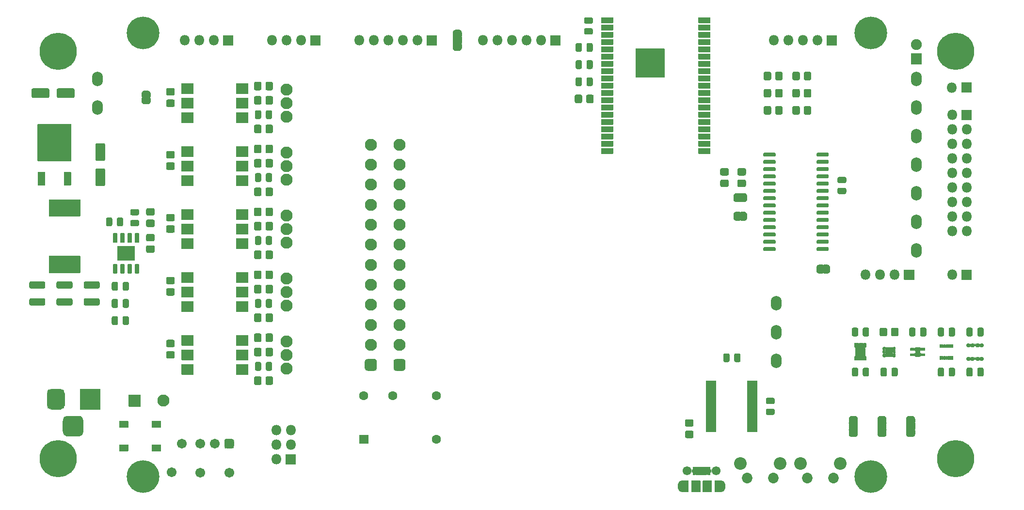
<source format=gbr>
G04 #@! TF.GenerationSoftware,KiCad,Pcbnew,(5.1.8-0-10_14)*
G04 #@! TF.CreationDate,2021-01-24T23:08:36-06:00*
G04 #@! TF.ProjectId,ClimateSprinklerController,436c696d-6174-4655-9370-72696e6b6c65,rev?*
G04 #@! TF.SameCoordinates,Original*
G04 #@! TF.FileFunction,Soldermask,Top*
G04 #@! TF.FilePolarity,Negative*
%FSLAX46Y46*%
G04 Gerber Fmt 4.6, Leading zero omitted, Abs format (unit mm)*
G04 Created by KiCad (PCBNEW (5.1.8-0-10_14)) date 2021-01-24 23:08:36*
%MOMM*%
%LPD*%
G01*
G04 APERTURE LIST*
%ADD10O,1.802000X1.802000*%
%ADD11C,2.102000*%
%ADD12C,5.702000*%
%ADD13O,1.902000X2.502000*%
%ADD14C,1.702000*%
%ADD15C,1.552000*%
%ADD16O,1.302000X2.002000*%
%ADD17C,1.603140*%
%ADD18C,0.100000*%
%ADD19C,0.902000*%
%ADD20C,2.202000*%
%ADD21C,1.852000*%
%ADD22C,6.502000*%
%ADD23R,3.100000X2.600000*%
%ADD24C,1.902000*%
G04 APERTURE END LIST*
D10*
X227710000Y-60750000D03*
G36*
G01*
X229400000Y-59849000D02*
X231100000Y-59849000D01*
G75*
G02*
X231151000Y-59900000I0J-51000D01*
G01*
X231151000Y-61600000D01*
G75*
G02*
X231100000Y-61651000I-51000J0D01*
G01*
X229400000Y-61651000D01*
G75*
G02*
X229349000Y-61600000I0J51000D01*
G01*
X229349000Y-59900000D01*
G75*
G02*
X229400000Y-59849000I51000J0D01*
G01*
G37*
G36*
G01*
X163101000Y-56249500D02*
X163101000Y-57250500D01*
G75*
G02*
X162825500Y-57526000I-275500J0D01*
G01*
X162274500Y-57526000D01*
G75*
G02*
X161999000Y-57250500I0J275500D01*
G01*
X161999000Y-56249500D01*
G75*
G02*
X162274500Y-55974000I275500J0D01*
G01*
X162825500Y-55974000D01*
G75*
G02*
X163101000Y-56249500I0J-275500D01*
G01*
G37*
G36*
G01*
X165001000Y-56249500D02*
X165001000Y-57250500D01*
G75*
G02*
X164725500Y-57526000I-275500J0D01*
G01*
X164174500Y-57526000D01*
G75*
G02*
X163899000Y-57250500I0J275500D01*
G01*
X163899000Y-56249500D01*
G75*
G02*
X164174500Y-55974000I275500J0D01*
G01*
X164725500Y-55974000D01*
G75*
G02*
X165001000Y-56249500I0J-275500D01*
G01*
G37*
G36*
G01*
X229389000Y-66410000D02*
X229389000Y-64710000D01*
G75*
G02*
X229440000Y-64659000I51000J0D01*
G01*
X231140000Y-64659000D01*
G75*
G02*
X231191000Y-64710000I0J-51000D01*
G01*
X231191000Y-66410000D01*
G75*
G02*
X231140000Y-66461000I-51000J0D01*
G01*
X229440000Y-66461000D01*
G75*
G02*
X229389000Y-66410000I0J51000D01*
G01*
G37*
X227750000Y-65560000D03*
X230290000Y-68100000D03*
X227750000Y-68100000D03*
X230290000Y-70640000D03*
X227750000Y-70640000D03*
X230290000Y-73180000D03*
X227750000Y-73180000D03*
X230290000Y-75720000D03*
X227750000Y-75720000D03*
X230290000Y-78260000D03*
X227750000Y-78260000D03*
X230290000Y-80800000D03*
X227750000Y-80800000D03*
X230290000Y-83340000D03*
X227750000Y-83340000D03*
X230290000Y-85880000D03*
X227750000Y-85880000D03*
G36*
G01*
X113151000Y-124900000D02*
X113151000Y-126600000D01*
G75*
G02*
X113100000Y-126651000I-51000J0D01*
G01*
X111400000Y-126651000D01*
G75*
G02*
X111349000Y-126600000I0J51000D01*
G01*
X111349000Y-124900000D01*
G75*
G02*
X111400000Y-124849000I51000J0D01*
G01*
X113100000Y-124849000D01*
G75*
G02*
X113151000Y-124900000I0J-51000D01*
G01*
G37*
X109710000Y-125750000D03*
X112250000Y-123210000D03*
X109710000Y-123210000D03*
X112250000Y-120670000D03*
X109710000Y-120670000D03*
D11*
X90000000Y-115500000D03*
G36*
G01*
X83949000Y-116500000D02*
X83949000Y-114500000D01*
G75*
G02*
X84000000Y-114449000I51000J0D01*
G01*
X86000000Y-114449000D01*
G75*
G02*
X86051000Y-114500000I0J-51000D01*
G01*
X86051000Y-116500000D01*
G75*
G02*
X86000000Y-116551000I-51000J0D01*
G01*
X84000000Y-116551000D01*
G75*
G02*
X83949000Y-116500000I0J51000D01*
G01*
G37*
D12*
X213550000Y-128800000D03*
X86450000Y-128800000D03*
G36*
G01*
X163101000Y-59249500D02*
X163101000Y-60250500D01*
G75*
G02*
X162825500Y-60526000I-275500J0D01*
G01*
X162274500Y-60526000D01*
G75*
G02*
X161999000Y-60250500I0J275500D01*
G01*
X161999000Y-59249500D01*
G75*
G02*
X162274500Y-58974000I275500J0D01*
G01*
X162825500Y-58974000D01*
G75*
G02*
X163101000Y-59249500I0J-275500D01*
G01*
G37*
G36*
G01*
X165001000Y-59249500D02*
X165001000Y-60250500D01*
G75*
G02*
X164725500Y-60526000I-275500J0D01*
G01*
X164174500Y-60526000D01*
G75*
G02*
X163899000Y-60250500I0J275500D01*
G01*
X163899000Y-59249500D01*
G75*
G02*
X164174500Y-58974000I275500J0D01*
G01*
X164725500Y-58974000D01*
G75*
G02*
X165001000Y-59249500I0J-275500D01*
G01*
G37*
D13*
X197000000Y-98500000D03*
G36*
G01*
X205900000Y-51599000D02*
X207600000Y-51599000D01*
G75*
G02*
X207651000Y-51650000I0J-51000D01*
G01*
X207651000Y-53350000D01*
G75*
G02*
X207600000Y-53401000I-51000J0D01*
G01*
X205900000Y-53401000D01*
G75*
G02*
X205849000Y-53350000I0J51000D01*
G01*
X205849000Y-51650000D01*
G75*
G02*
X205900000Y-51599000I51000J0D01*
G01*
G37*
D10*
X204210000Y-52500000D03*
X201670000Y-52500000D03*
X199130000Y-52500000D03*
X196590000Y-52500000D03*
D14*
X96420000Y-128080000D03*
X101500000Y-128080000D03*
G36*
G01*
X101925500Y-123851000D02*
X101074500Y-123851000D01*
G75*
G02*
X100649000Y-123425500I0J425500D01*
G01*
X100649000Y-122574500D01*
G75*
G02*
X101074500Y-122149000I425500J0D01*
G01*
X101925500Y-122149000D01*
G75*
G02*
X102351000Y-122574500I0J-425500D01*
G01*
X102351000Y-123425500D01*
G75*
G02*
X101925500Y-123851000I-425500J0D01*
G01*
G37*
X98960000Y-123000000D03*
X96420000Y-123000000D03*
G36*
G01*
X191924000Y-112500000D02*
X191924000Y-112050000D01*
G75*
G02*
X191975000Y-111999000I51000J0D01*
G01*
X193725000Y-111999000D01*
G75*
G02*
X193776000Y-112050000I0J-51000D01*
G01*
X193776000Y-112500000D01*
G75*
G02*
X193725000Y-112551000I-51000J0D01*
G01*
X191975000Y-112551000D01*
G75*
G02*
X191924000Y-112500000I0J51000D01*
G01*
G37*
G36*
G01*
X191924000Y-113150000D02*
X191924000Y-112700000D01*
G75*
G02*
X191975000Y-112649000I51000J0D01*
G01*
X193725000Y-112649000D01*
G75*
G02*
X193776000Y-112700000I0J-51000D01*
G01*
X193776000Y-113150000D01*
G75*
G02*
X193725000Y-113201000I-51000J0D01*
G01*
X191975000Y-113201000D01*
G75*
G02*
X191924000Y-113150000I0J51000D01*
G01*
G37*
G36*
G01*
X191924000Y-113800000D02*
X191924000Y-113350000D01*
G75*
G02*
X191975000Y-113299000I51000J0D01*
G01*
X193725000Y-113299000D01*
G75*
G02*
X193776000Y-113350000I0J-51000D01*
G01*
X193776000Y-113800000D01*
G75*
G02*
X193725000Y-113851000I-51000J0D01*
G01*
X191975000Y-113851000D01*
G75*
G02*
X191924000Y-113800000I0J51000D01*
G01*
G37*
G36*
G01*
X191924000Y-114450000D02*
X191924000Y-114000000D01*
G75*
G02*
X191975000Y-113949000I51000J0D01*
G01*
X193725000Y-113949000D01*
G75*
G02*
X193776000Y-114000000I0J-51000D01*
G01*
X193776000Y-114450000D01*
G75*
G02*
X193725000Y-114501000I-51000J0D01*
G01*
X191975000Y-114501000D01*
G75*
G02*
X191924000Y-114450000I0J51000D01*
G01*
G37*
G36*
G01*
X191924000Y-115100000D02*
X191924000Y-114650000D01*
G75*
G02*
X191975000Y-114599000I51000J0D01*
G01*
X193725000Y-114599000D01*
G75*
G02*
X193776000Y-114650000I0J-51000D01*
G01*
X193776000Y-115100000D01*
G75*
G02*
X193725000Y-115151000I-51000J0D01*
G01*
X191975000Y-115151000D01*
G75*
G02*
X191924000Y-115100000I0J51000D01*
G01*
G37*
G36*
G01*
X191924000Y-115750000D02*
X191924000Y-115300000D01*
G75*
G02*
X191975000Y-115249000I51000J0D01*
G01*
X193725000Y-115249000D01*
G75*
G02*
X193776000Y-115300000I0J-51000D01*
G01*
X193776000Y-115750000D01*
G75*
G02*
X193725000Y-115801000I-51000J0D01*
G01*
X191975000Y-115801000D01*
G75*
G02*
X191924000Y-115750000I0J51000D01*
G01*
G37*
G36*
G01*
X191924000Y-116400000D02*
X191924000Y-115950000D01*
G75*
G02*
X191975000Y-115899000I51000J0D01*
G01*
X193725000Y-115899000D01*
G75*
G02*
X193776000Y-115950000I0J-51000D01*
G01*
X193776000Y-116400000D01*
G75*
G02*
X193725000Y-116451000I-51000J0D01*
G01*
X191975000Y-116451000D01*
G75*
G02*
X191924000Y-116400000I0J51000D01*
G01*
G37*
G36*
G01*
X191924000Y-117050000D02*
X191924000Y-116600000D01*
G75*
G02*
X191975000Y-116549000I51000J0D01*
G01*
X193725000Y-116549000D01*
G75*
G02*
X193776000Y-116600000I0J-51000D01*
G01*
X193776000Y-117050000D01*
G75*
G02*
X193725000Y-117101000I-51000J0D01*
G01*
X191975000Y-117101000D01*
G75*
G02*
X191924000Y-117050000I0J51000D01*
G01*
G37*
G36*
G01*
X191924000Y-117700000D02*
X191924000Y-117250000D01*
G75*
G02*
X191975000Y-117199000I51000J0D01*
G01*
X193725000Y-117199000D01*
G75*
G02*
X193776000Y-117250000I0J-51000D01*
G01*
X193776000Y-117700000D01*
G75*
G02*
X193725000Y-117751000I-51000J0D01*
G01*
X191975000Y-117751000D01*
G75*
G02*
X191924000Y-117700000I0J51000D01*
G01*
G37*
G36*
G01*
X191924000Y-118350000D02*
X191924000Y-117900000D01*
G75*
G02*
X191975000Y-117849000I51000J0D01*
G01*
X193725000Y-117849000D01*
G75*
G02*
X193776000Y-117900000I0J-51000D01*
G01*
X193776000Y-118350000D01*
G75*
G02*
X193725000Y-118401000I-51000J0D01*
G01*
X191975000Y-118401000D01*
G75*
G02*
X191924000Y-118350000I0J51000D01*
G01*
G37*
G36*
G01*
X191924000Y-119000000D02*
X191924000Y-118550000D01*
G75*
G02*
X191975000Y-118499000I51000J0D01*
G01*
X193725000Y-118499000D01*
G75*
G02*
X193776000Y-118550000I0J-51000D01*
G01*
X193776000Y-119000000D01*
G75*
G02*
X193725000Y-119051000I-51000J0D01*
G01*
X191975000Y-119051000D01*
G75*
G02*
X191924000Y-119000000I0J51000D01*
G01*
G37*
G36*
G01*
X191924000Y-119650000D02*
X191924000Y-119200000D01*
G75*
G02*
X191975000Y-119149000I51000J0D01*
G01*
X193725000Y-119149000D01*
G75*
G02*
X193776000Y-119200000I0J-51000D01*
G01*
X193776000Y-119650000D01*
G75*
G02*
X193725000Y-119701000I-51000J0D01*
G01*
X191975000Y-119701000D01*
G75*
G02*
X191924000Y-119650000I0J51000D01*
G01*
G37*
G36*
G01*
X191924000Y-120300000D02*
X191924000Y-119850000D01*
G75*
G02*
X191975000Y-119799000I51000J0D01*
G01*
X193725000Y-119799000D01*
G75*
G02*
X193776000Y-119850000I0J-51000D01*
G01*
X193776000Y-120300000D01*
G75*
G02*
X193725000Y-120351000I-51000J0D01*
G01*
X191975000Y-120351000D01*
G75*
G02*
X191924000Y-120300000I0J51000D01*
G01*
G37*
G36*
G01*
X191924000Y-120950000D02*
X191924000Y-120500000D01*
G75*
G02*
X191975000Y-120449000I51000J0D01*
G01*
X193725000Y-120449000D01*
G75*
G02*
X193776000Y-120500000I0J-51000D01*
G01*
X193776000Y-120950000D01*
G75*
G02*
X193725000Y-121001000I-51000J0D01*
G01*
X191975000Y-121001000D01*
G75*
G02*
X191924000Y-120950000I0J51000D01*
G01*
G37*
G36*
G01*
X184724000Y-120950000D02*
X184724000Y-120500000D01*
G75*
G02*
X184775000Y-120449000I51000J0D01*
G01*
X186525000Y-120449000D01*
G75*
G02*
X186576000Y-120500000I0J-51000D01*
G01*
X186576000Y-120950000D01*
G75*
G02*
X186525000Y-121001000I-51000J0D01*
G01*
X184775000Y-121001000D01*
G75*
G02*
X184724000Y-120950000I0J51000D01*
G01*
G37*
G36*
G01*
X184724000Y-120300000D02*
X184724000Y-119850000D01*
G75*
G02*
X184775000Y-119799000I51000J0D01*
G01*
X186525000Y-119799000D01*
G75*
G02*
X186576000Y-119850000I0J-51000D01*
G01*
X186576000Y-120300000D01*
G75*
G02*
X186525000Y-120351000I-51000J0D01*
G01*
X184775000Y-120351000D01*
G75*
G02*
X184724000Y-120300000I0J51000D01*
G01*
G37*
G36*
G01*
X184724000Y-119650000D02*
X184724000Y-119200000D01*
G75*
G02*
X184775000Y-119149000I51000J0D01*
G01*
X186525000Y-119149000D01*
G75*
G02*
X186576000Y-119200000I0J-51000D01*
G01*
X186576000Y-119650000D01*
G75*
G02*
X186525000Y-119701000I-51000J0D01*
G01*
X184775000Y-119701000D01*
G75*
G02*
X184724000Y-119650000I0J51000D01*
G01*
G37*
G36*
G01*
X184724000Y-119000000D02*
X184724000Y-118550000D01*
G75*
G02*
X184775000Y-118499000I51000J0D01*
G01*
X186525000Y-118499000D01*
G75*
G02*
X186576000Y-118550000I0J-51000D01*
G01*
X186576000Y-119000000D01*
G75*
G02*
X186525000Y-119051000I-51000J0D01*
G01*
X184775000Y-119051000D01*
G75*
G02*
X184724000Y-119000000I0J51000D01*
G01*
G37*
G36*
G01*
X184724000Y-118350000D02*
X184724000Y-117900000D01*
G75*
G02*
X184775000Y-117849000I51000J0D01*
G01*
X186525000Y-117849000D01*
G75*
G02*
X186576000Y-117900000I0J-51000D01*
G01*
X186576000Y-118350000D01*
G75*
G02*
X186525000Y-118401000I-51000J0D01*
G01*
X184775000Y-118401000D01*
G75*
G02*
X184724000Y-118350000I0J51000D01*
G01*
G37*
G36*
G01*
X184724000Y-117700000D02*
X184724000Y-117250000D01*
G75*
G02*
X184775000Y-117199000I51000J0D01*
G01*
X186525000Y-117199000D01*
G75*
G02*
X186576000Y-117250000I0J-51000D01*
G01*
X186576000Y-117700000D01*
G75*
G02*
X186525000Y-117751000I-51000J0D01*
G01*
X184775000Y-117751000D01*
G75*
G02*
X184724000Y-117700000I0J51000D01*
G01*
G37*
G36*
G01*
X184724000Y-117050000D02*
X184724000Y-116600000D01*
G75*
G02*
X184775000Y-116549000I51000J0D01*
G01*
X186525000Y-116549000D01*
G75*
G02*
X186576000Y-116600000I0J-51000D01*
G01*
X186576000Y-117050000D01*
G75*
G02*
X186525000Y-117101000I-51000J0D01*
G01*
X184775000Y-117101000D01*
G75*
G02*
X184724000Y-117050000I0J51000D01*
G01*
G37*
G36*
G01*
X184724000Y-116400000D02*
X184724000Y-115950000D01*
G75*
G02*
X184775000Y-115899000I51000J0D01*
G01*
X186525000Y-115899000D01*
G75*
G02*
X186576000Y-115950000I0J-51000D01*
G01*
X186576000Y-116400000D01*
G75*
G02*
X186525000Y-116451000I-51000J0D01*
G01*
X184775000Y-116451000D01*
G75*
G02*
X184724000Y-116400000I0J51000D01*
G01*
G37*
G36*
G01*
X184724000Y-115750000D02*
X184724000Y-115300000D01*
G75*
G02*
X184775000Y-115249000I51000J0D01*
G01*
X186525000Y-115249000D01*
G75*
G02*
X186576000Y-115300000I0J-51000D01*
G01*
X186576000Y-115750000D01*
G75*
G02*
X186525000Y-115801000I-51000J0D01*
G01*
X184775000Y-115801000D01*
G75*
G02*
X184724000Y-115750000I0J51000D01*
G01*
G37*
G36*
G01*
X184724000Y-115100000D02*
X184724000Y-114650000D01*
G75*
G02*
X184775000Y-114599000I51000J0D01*
G01*
X186525000Y-114599000D01*
G75*
G02*
X186576000Y-114650000I0J-51000D01*
G01*
X186576000Y-115100000D01*
G75*
G02*
X186525000Y-115151000I-51000J0D01*
G01*
X184775000Y-115151000D01*
G75*
G02*
X184724000Y-115100000I0J51000D01*
G01*
G37*
G36*
G01*
X184724000Y-114450000D02*
X184724000Y-114000000D01*
G75*
G02*
X184775000Y-113949000I51000J0D01*
G01*
X186525000Y-113949000D01*
G75*
G02*
X186576000Y-114000000I0J-51000D01*
G01*
X186576000Y-114450000D01*
G75*
G02*
X186525000Y-114501000I-51000J0D01*
G01*
X184775000Y-114501000D01*
G75*
G02*
X184724000Y-114450000I0J51000D01*
G01*
G37*
G36*
G01*
X184724000Y-113800000D02*
X184724000Y-113350000D01*
G75*
G02*
X184775000Y-113299000I51000J0D01*
G01*
X186525000Y-113299000D01*
G75*
G02*
X186576000Y-113350000I0J-51000D01*
G01*
X186576000Y-113800000D01*
G75*
G02*
X186525000Y-113851000I-51000J0D01*
G01*
X184775000Y-113851000D01*
G75*
G02*
X184724000Y-113800000I0J51000D01*
G01*
G37*
G36*
G01*
X184724000Y-113150000D02*
X184724000Y-112700000D01*
G75*
G02*
X184775000Y-112649000I51000J0D01*
G01*
X186525000Y-112649000D01*
G75*
G02*
X186576000Y-112700000I0J-51000D01*
G01*
X186576000Y-113150000D01*
G75*
G02*
X186525000Y-113201000I-51000J0D01*
G01*
X184775000Y-113201000D01*
G75*
G02*
X184724000Y-113150000I0J51000D01*
G01*
G37*
G36*
G01*
X184724000Y-112500000D02*
X184724000Y-112050000D01*
G75*
G02*
X184775000Y-111999000I51000J0D01*
G01*
X186525000Y-111999000D01*
G75*
G02*
X186576000Y-112050000I0J-51000D01*
G01*
X186576000Y-112500000D01*
G75*
G02*
X186525000Y-112551000I-51000J0D01*
G01*
X184775000Y-112551000D01*
G75*
G02*
X184724000Y-112500000I0J51000D01*
G01*
G37*
G36*
G01*
X182329752Y-122051000D02*
X181370248Y-122051000D01*
G75*
G02*
X181099000Y-121779752I0J271248D01*
G01*
X181099000Y-121020248D01*
G75*
G02*
X181370248Y-120749000I271248J0D01*
G01*
X182329752Y-120749000D01*
G75*
G02*
X182601000Y-121020248I0J-271248D01*
G01*
X182601000Y-121779752D01*
G75*
G02*
X182329752Y-122051000I-271248J0D01*
G01*
G37*
G36*
G01*
X182329752Y-120051000D02*
X181370248Y-120051000D01*
G75*
G02*
X181099000Y-119779752I0J271248D01*
G01*
X181099000Y-119020248D01*
G75*
G02*
X181370248Y-118749000I271248J0D01*
G01*
X182329752Y-118749000D01*
G75*
G02*
X182601000Y-119020248I0J-271248D01*
G01*
X182601000Y-119779752D01*
G75*
G02*
X182329752Y-120051000I-271248J0D01*
G01*
G37*
G36*
G01*
X184199000Y-131437500D02*
X184199000Y-129537500D01*
G75*
G02*
X184250000Y-129486500I51000J0D01*
G01*
X185750000Y-129486500D01*
G75*
G02*
X185801000Y-129537500I0J-51000D01*
G01*
X185801000Y-131437500D01*
G75*
G02*
X185750000Y-131488500I-51000J0D01*
G01*
X184250000Y-131488500D01*
G75*
G02*
X184199000Y-131437500I0J51000D01*
G01*
G37*
D15*
X181500000Y-127787500D03*
G36*
G01*
X183099000Y-128462500D02*
X183099000Y-127112500D01*
G75*
G02*
X183150000Y-127061500I51000J0D01*
G01*
X183550000Y-127061500D01*
G75*
G02*
X183601000Y-127112500I0J-51000D01*
G01*
X183601000Y-128462500D01*
G75*
G02*
X183550000Y-128513500I-51000J0D01*
G01*
X183150000Y-128513500D01*
G75*
G02*
X183099000Y-128462500I0J51000D01*
G01*
G37*
G36*
G01*
X182449000Y-128462500D02*
X182449000Y-127112500D01*
G75*
G02*
X182500000Y-127061500I51000J0D01*
G01*
X182900000Y-127061500D01*
G75*
G02*
X182951000Y-127112500I0J-51000D01*
G01*
X182951000Y-128462500D01*
G75*
G02*
X182900000Y-128513500I-51000J0D01*
G01*
X182500000Y-128513500D01*
G75*
G02*
X182449000Y-128462500I0J51000D01*
G01*
G37*
G36*
G01*
X185049000Y-128462500D02*
X185049000Y-127112500D01*
G75*
G02*
X185100000Y-127061500I51000J0D01*
G01*
X185500000Y-127061500D01*
G75*
G02*
X185551000Y-127112500I0J-51000D01*
G01*
X185551000Y-128462500D01*
G75*
G02*
X185500000Y-128513500I-51000J0D01*
G01*
X185100000Y-128513500D01*
G75*
G02*
X185049000Y-128462500I0J51000D01*
G01*
G37*
G36*
G01*
X184399000Y-128462500D02*
X184399000Y-127112500D01*
G75*
G02*
X184450000Y-127061500I51000J0D01*
G01*
X184850000Y-127061500D01*
G75*
G02*
X184901000Y-127112500I0J-51000D01*
G01*
X184901000Y-128462500D01*
G75*
G02*
X184850000Y-128513500I-51000J0D01*
G01*
X184450000Y-128513500D01*
G75*
G02*
X184399000Y-128462500I0J51000D01*
G01*
G37*
G36*
G01*
X183749000Y-128462500D02*
X183749000Y-127112500D01*
G75*
G02*
X183800000Y-127061500I51000J0D01*
G01*
X184200000Y-127061500D01*
G75*
G02*
X184251000Y-127112500I0J-51000D01*
G01*
X184251000Y-128462500D01*
G75*
G02*
X184200000Y-128513500I-51000J0D01*
G01*
X183800000Y-128513500D01*
G75*
G02*
X183749000Y-128462500I0J51000D01*
G01*
G37*
X186500000Y-127787500D03*
G36*
G01*
X182199000Y-131437500D02*
X182199000Y-129537500D01*
G75*
G02*
X182250000Y-129486500I51000J0D01*
G01*
X183750000Y-129486500D01*
G75*
G02*
X183801000Y-129537500I0J-51000D01*
G01*
X183801000Y-131437500D01*
G75*
G02*
X183750000Y-131488500I-51000J0D01*
G01*
X182250000Y-131488500D01*
G75*
G02*
X182199000Y-131437500I0J51000D01*
G01*
G37*
D16*
X180500000Y-130487500D03*
X187500000Y-130487500D03*
G36*
G01*
X186249000Y-131437501D02*
X186249000Y-129537499D01*
G75*
G02*
X186299999Y-129486500I50999J0D01*
G01*
X187500001Y-129486500D01*
G75*
G02*
X187551000Y-129537499I0J-50999D01*
G01*
X187551000Y-131437501D01*
G75*
G02*
X187500001Y-131488500I-50999J0D01*
G01*
X186299999Y-131488500D01*
G75*
G02*
X186249000Y-131437501I0J50999D01*
G01*
G37*
G36*
G01*
X180449000Y-131437501D02*
X180449000Y-129537499D01*
G75*
G02*
X180499999Y-129486500I50999J0D01*
G01*
X181700001Y-129486500D01*
G75*
G02*
X181751000Y-129537499I0J-50999D01*
G01*
X181751000Y-131437501D01*
G75*
G02*
X181700001Y-131488500I-50999J0D01*
G01*
X180499999Y-131488500D01*
G75*
G02*
X180449000Y-131437501I0J50999D01*
G01*
G37*
D13*
X197000000Y-103500000D03*
X197000000Y-108500000D03*
G36*
G01*
X187799000Y-108500500D02*
X187799000Y-107499500D01*
G75*
G02*
X188074500Y-107224000I275500J0D01*
G01*
X188625500Y-107224000D01*
G75*
G02*
X188901000Y-107499500I0J-275500D01*
G01*
X188901000Y-108500500D01*
G75*
G02*
X188625500Y-108776000I-275500J0D01*
G01*
X188074500Y-108776000D01*
G75*
G02*
X187799000Y-108500500I0J275500D01*
G01*
G37*
G36*
G01*
X189699000Y-108500500D02*
X189699000Y-107499500D01*
G75*
G02*
X189974500Y-107224000I275500J0D01*
G01*
X190525500Y-107224000D01*
G75*
G02*
X190801000Y-107499500I0J-275500D01*
G01*
X190801000Y-108500500D01*
G75*
G02*
X190525500Y-108776000I-275500J0D01*
G01*
X189974500Y-108776000D01*
G75*
G02*
X189699000Y-108500500I0J275500D01*
G01*
G37*
G36*
G01*
X196500500Y-116101000D02*
X195499500Y-116101000D01*
G75*
G02*
X195224000Y-115825500I0J275500D01*
G01*
X195224000Y-115274500D01*
G75*
G02*
X195499500Y-114999000I275500J0D01*
G01*
X196500500Y-114999000D01*
G75*
G02*
X196776000Y-115274500I0J-275500D01*
G01*
X196776000Y-115825500D01*
G75*
G02*
X196500500Y-116101000I-275500J0D01*
G01*
G37*
G36*
G01*
X196500500Y-118001000D02*
X195499500Y-118001000D01*
G75*
G02*
X195224000Y-117725500I0J275500D01*
G01*
X195224000Y-117174500D01*
G75*
G02*
X195499500Y-116899000I275500J0D01*
G01*
X196500500Y-116899000D01*
G75*
G02*
X196776000Y-117174500I0J-275500D01*
G01*
X196776000Y-117725500D01*
G75*
G02*
X196500500Y-118001000I-275500J0D01*
G01*
G37*
D12*
X213550000Y-51200000D03*
X86450000Y-51200000D03*
G36*
G01*
X233251000Y-108024500D02*
X233251000Y-108350500D01*
G75*
G02*
X233100500Y-108501000I-150500J0D01*
G01*
X232799500Y-108501000D01*
G75*
G02*
X232649000Y-108350500I0J150500D01*
G01*
X232649000Y-108024500D01*
G75*
G02*
X232799500Y-107874000I150500J0D01*
G01*
X233100500Y-107874000D01*
G75*
G02*
X233251000Y-108024500I0J-150500D01*
G01*
G37*
G36*
G01*
X232451000Y-108024500D02*
X232451000Y-108350500D01*
G75*
G02*
X232300500Y-108501000I-150500J0D01*
G01*
X231999500Y-108501000D01*
G75*
G02*
X231849000Y-108350500I0J150500D01*
G01*
X231849000Y-108024500D01*
G75*
G02*
X231999500Y-107874000I150500J0D01*
G01*
X232300500Y-107874000D01*
G75*
G02*
X232451000Y-108024500I0J-150500D01*
G01*
G37*
G36*
G01*
X231651000Y-108024500D02*
X231651000Y-108350500D01*
G75*
G02*
X231500500Y-108501000I-150500J0D01*
G01*
X231199500Y-108501000D01*
G75*
G02*
X231049000Y-108350500I0J150500D01*
G01*
X231049000Y-108024500D01*
G75*
G02*
X231199500Y-107874000I150500J0D01*
G01*
X231500500Y-107874000D01*
G75*
G02*
X231651000Y-108024500I0J-150500D01*
G01*
G37*
G36*
G01*
X230851000Y-108024500D02*
X230851000Y-108350500D01*
G75*
G02*
X230700500Y-108501000I-150500J0D01*
G01*
X230399500Y-108501000D01*
G75*
G02*
X230249000Y-108350500I0J150500D01*
G01*
X230249000Y-108024500D01*
G75*
G02*
X230399500Y-107874000I150500J0D01*
G01*
X230700500Y-107874000D01*
G75*
G02*
X230851000Y-108024500I0J-150500D01*
G01*
G37*
G36*
G01*
X230851000Y-105649500D02*
X230851000Y-105975500D01*
G75*
G02*
X230700500Y-106126000I-150500J0D01*
G01*
X230399500Y-106126000D01*
G75*
G02*
X230249000Y-105975500I0J150500D01*
G01*
X230249000Y-105649500D01*
G75*
G02*
X230399500Y-105499000I150500J0D01*
G01*
X230700500Y-105499000D01*
G75*
G02*
X230851000Y-105649500I0J-150500D01*
G01*
G37*
G36*
G01*
X231651000Y-105649500D02*
X231651000Y-105975500D01*
G75*
G02*
X231500500Y-106126000I-150500J0D01*
G01*
X231199500Y-106126000D01*
G75*
G02*
X231049000Y-105975500I0J150500D01*
G01*
X231049000Y-105649500D01*
G75*
G02*
X231199500Y-105499000I150500J0D01*
G01*
X231500500Y-105499000D01*
G75*
G02*
X231651000Y-105649500I0J-150500D01*
G01*
G37*
G36*
G01*
X232451000Y-105649500D02*
X232451000Y-105975500D01*
G75*
G02*
X232300500Y-106126000I-150500J0D01*
G01*
X231999500Y-106126000D01*
G75*
G02*
X231849000Y-105975500I0J150500D01*
G01*
X231849000Y-105649500D01*
G75*
G02*
X231999500Y-105499000I150500J0D01*
G01*
X232300500Y-105499000D01*
G75*
G02*
X232451000Y-105649500I0J-150500D01*
G01*
G37*
G36*
G01*
X233251000Y-105649500D02*
X233251000Y-105975500D01*
G75*
G02*
X233100500Y-106126000I-150500J0D01*
G01*
X232799500Y-106126000D01*
G75*
G02*
X232649000Y-105975500I0J150500D01*
G01*
X232649000Y-105649500D01*
G75*
G02*
X232799500Y-105499000I150500J0D01*
G01*
X233100500Y-105499000D01*
G75*
G02*
X233251000Y-105649500I0J-150500D01*
G01*
G37*
D17*
X137700000Y-114630000D03*
X137700000Y-122250000D03*
X130080000Y-114630000D03*
X125000000Y-114630000D03*
G36*
G01*
X124198430Y-123000570D02*
X124198430Y-121499430D01*
G75*
G02*
X124249430Y-121448430I51000J0D01*
G01*
X125750570Y-121448430D01*
G75*
G02*
X125801570Y-121499430I0J-51000D01*
G01*
X125801570Y-123000570D01*
G75*
G02*
X125750570Y-123051570I-51000J0D01*
G01*
X124249430Y-123051570D01*
G75*
G02*
X124198430Y-123000570I0J51000D01*
G01*
G37*
D18*
G36*
X219699602Y-118693888D02*
G01*
X219699602Y-118675466D01*
X219699848Y-118670467D01*
X219704658Y-118621636D01*
X219705392Y-118616686D01*
X219714964Y-118568561D01*
X219716180Y-118563705D01*
X219730424Y-118516750D01*
X219732110Y-118512039D01*
X219750887Y-118466706D01*
X219753027Y-118462180D01*
X219776158Y-118418907D01*
X219778731Y-118414616D01*
X219805991Y-118373817D01*
X219808973Y-118369796D01*
X219840101Y-118331867D01*
X219843462Y-118328159D01*
X219878159Y-118293462D01*
X219881867Y-118290101D01*
X219919796Y-118258973D01*
X219923817Y-118255991D01*
X219964616Y-118228731D01*
X219968907Y-118226158D01*
X220012180Y-118203027D01*
X220016706Y-118200887D01*
X220062039Y-118182110D01*
X220066750Y-118180424D01*
X220113705Y-118166180D01*
X220118561Y-118164964D01*
X220166686Y-118155392D01*
X220171636Y-118154658D01*
X220220467Y-118149848D01*
X220225466Y-118149602D01*
X220243888Y-118149602D01*
X220250000Y-118149000D01*
X220750000Y-118149000D01*
X220756112Y-118149602D01*
X220774534Y-118149602D01*
X220779533Y-118149848D01*
X220828364Y-118154658D01*
X220833314Y-118155392D01*
X220881439Y-118164964D01*
X220886295Y-118166180D01*
X220933250Y-118180424D01*
X220937961Y-118182110D01*
X220983294Y-118200887D01*
X220987820Y-118203027D01*
X221031093Y-118226158D01*
X221035384Y-118228731D01*
X221076183Y-118255991D01*
X221080204Y-118258973D01*
X221118133Y-118290101D01*
X221121841Y-118293462D01*
X221156538Y-118328159D01*
X221159899Y-118331867D01*
X221191027Y-118369796D01*
X221194009Y-118373817D01*
X221221269Y-118414616D01*
X221223842Y-118418907D01*
X221246973Y-118462180D01*
X221249113Y-118466706D01*
X221267890Y-118512039D01*
X221269576Y-118516750D01*
X221283820Y-118563705D01*
X221285036Y-118568561D01*
X221294608Y-118616686D01*
X221295342Y-118621636D01*
X221300152Y-118670467D01*
X221300398Y-118675466D01*
X221300398Y-118693888D01*
X221301000Y-118700000D01*
X221301000Y-119250000D01*
X221300020Y-119259950D01*
X221297118Y-119269517D01*
X221292405Y-119278334D01*
X221286062Y-119286062D01*
X221278334Y-119292405D01*
X221269517Y-119297118D01*
X221259950Y-119300020D01*
X221250000Y-119301000D01*
X219750000Y-119301000D01*
X219740050Y-119300020D01*
X219730483Y-119297118D01*
X219721666Y-119292405D01*
X219713938Y-119286062D01*
X219707595Y-119278334D01*
X219702882Y-119269517D01*
X219699980Y-119259950D01*
X219699000Y-119250000D01*
X219699000Y-118700000D01*
X219699602Y-118693888D01*
G37*
G36*
G01*
X221250000Y-120551000D02*
X219750000Y-120551000D01*
G75*
G02*
X219699000Y-120500000I0J51000D01*
G01*
X219699000Y-119500000D01*
G75*
G02*
X219750000Y-119449000I51000J0D01*
G01*
X221250000Y-119449000D01*
G75*
G02*
X221301000Y-119500000I0J-51000D01*
G01*
X221301000Y-120500000D01*
G75*
G02*
X221250000Y-120551000I-51000J0D01*
G01*
G37*
G36*
X219699980Y-120740050D02*
G01*
X219702882Y-120730483D01*
X219707595Y-120721666D01*
X219713938Y-120713938D01*
X219721666Y-120707595D01*
X219730483Y-120702882D01*
X219740050Y-120699980D01*
X219750000Y-120699000D01*
X221250000Y-120699000D01*
X221259950Y-120699980D01*
X221269517Y-120702882D01*
X221278334Y-120707595D01*
X221286062Y-120713938D01*
X221292405Y-120721666D01*
X221297118Y-120730483D01*
X221300020Y-120740050D01*
X221301000Y-120750000D01*
X221301000Y-121300000D01*
X221300398Y-121306112D01*
X221300398Y-121324534D01*
X221300152Y-121329533D01*
X221295342Y-121378364D01*
X221294608Y-121383314D01*
X221285036Y-121431439D01*
X221283820Y-121436295D01*
X221269576Y-121483250D01*
X221267890Y-121487961D01*
X221249113Y-121533294D01*
X221246973Y-121537820D01*
X221223842Y-121581093D01*
X221221269Y-121585384D01*
X221194009Y-121626183D01*
X221191027Y-121630204D01*
X221159899Y-121668133D01*
X221156538Y-121671841D01*
X221121841Y-121706538D01*
X221118133Y-121709899D01*
X221080204Y-121741027D01*
X221076183Y-121744009D01*
X221035384Y-121771269D01*
X221031093Y-121773842D01*
X220987820Y-121796973D01*
X220983294Y-121799113D01*
X220937961Y-121817890D01*
X220933250Y-121819576D01*
X220886295Y-121833820D01*
X220881439Y-121835036D01*
X220833314Y-121844608D01*
X220828364Y-121845342D01*
X220779533Y-121850152D01*
X220774534Y-121850398D01*
X220756112Y-121850398D01*
X220750000Y-121851000D01*
X220250000Y-121851000D01*
X220243888Y-121850398D01*
X220225466Y-121850398D01*
X220220467Y-121850152D01*
X220171636Y-121845342D01*
X220166686Y-121844608D01*
X220118561Y-121835036D01*
X220113705Y-121833820D01*
X220066750Y-121819576D01*
X220062039Y-121817890D01*
X220016706Y-121799113D01*
X220012180Y-121796973D01*
X219968907Y-121773842D01*
X219964616Y-121771269D01*
X219923817Y-121744009D01*
X219919796Y-121741027D01*
X219881867Y-121709899D01*
X219878159Y-121706538D01*
X219843462Y-121671841D01*
X219840101Y-121668133D01*
X219808973Y-121630204D01*
X219805991Y-121626183D01*
X219778731Y-121585384D01*
X219776158Y-121581093D01*
X219753027Y-121537820D01*
X219750887Y-121533294D01*
X219732110Y-121487961D01*
X219730424Y-121483250D01*
X219716180Y-121436295D01*
X219714964Y-121431439D01*
X219705392Y-121383314D01*
X219704658Y-121378364D01*
X219699848Y-121329533D01*
X219699602Y-121324534D01*
X219699602Y-121306112D01*
X219699000Y-121300000D01*
X219699000Y-120750000D01*
X219699980Y-120740050D01*
G37*
D10*
X93720000Y-52500000D03*
X96260000Y-52500000D03*
X98800000Y-52500000D03*
G36*
G01*
X100490000Y-51599000D02*
X102190000Y-51599000D01*
G75*
G02*
X102241000Y-51650000I0J-51000D01*
G01*
X102241000Y-53350000D01*
G75*
G02*
X102190000Y-53401000I-51000J0D01*
G01*
X100490000Y-53401000D01*
G75*
G02*
X100439000Y-53350000I0J51000D01*
G01*
X100439000Y-51650000D01*
G75*
G02*
X100490000Y-51599000I51000J0D01*
G01*
G37*
G36*
G01*
X230249000Y-104000500D02*
X230249000Y-102999500D01*
G75*
G02*
X230524500Y-102724000I275500J0D01*
G01*
X231075500Y-102724000D01*
G75*
G02*
X231351000Y-102999500I0J-275500D01*
G01*
X231351000Y-104000500D01*
G75*
G02*
X231075500Y-104276000I-275500J0D01*
G01*
X230524500Y-104276000D01*
G75*
G02*
X230249000Y-104000500I0J275500D01*
G01*
G37*
G36*
G01*
X232149000Y-104000500D02*
X232149000Y-102999500D01*
G75*
G02*
X232424500Y-102724000I275500J0D01*
G01*
X232975500Y-102724000D01*
G75*
G02*
X233251000Y-102999500I0J-275500D01*
G01*
X233251000Y-104000500D01*
G75*
G02*
X232975500Y-104276000I-275500J0D01*
G01*
X232424500Y-104276000D01*
G75*
G02*
X232149000Y-104000500I0J275500D01*
G01*
G37*
G36*
G01*
X230249000Y-111000500D02*
X230249000Y-109999500D01*
G75*
G02*
X230524500Y-109724000I275500J0D01*
G01*
X231075500Y-109724000D01*
G75*
G02*
X231351000Y-109999500I0J-275500D01*
G01*
X231351000Y-111000500D01*
G75*
G02*
X231075500Y-111276000I-275500J0D01*
G01*
X230524500Y-111276000D01*
G75*
G02*
X230249000Y-111000500I0J275500D01*
G01*
G37*
G36*
G01*
X232149000Y-111000500D02*
X232149000Y-109999500D01*
G75*
G02*
X232424500Y-109724000I275500J0D01*
G01*
X232975500Y-109724000D01*
G75*
G02*
X233251000Y-109999500I0J-275500D01*
G01*
X233251000Y-111000500D01*
G75*
G02*
X232975500Y-111276000I-275500J0D01*
G01*
X232424500Y-111276000D01*
G75*
G02*
X232149000Y-111000500I0J275500D01*
G01*
G37*
G36*
G01*
X166449000Y-49445000D02*
X166449000Y-48545000D01*
G75*
G02*
X166500000Y-48494000I51000J0D01*
G01*
X168500000Y-48494000D01*
G75*
G02*
X168551000Y-48545000I0J-51000D01*
G01*
X168551000Y-49445000D01*
G75*
G02*
X168500000Y-49496000I-51000J0D01*
G01*
X166500000Y-49496000D01*
G75*
G02*
X166449000Y-49445000I0J51000D01*
G01*
G37*
G36*
G01*
X166449000Y-50715000D02*
X166449000Y-49815000D01*
G75*
G02*
X166500000Y-49764000I51000J0D01*
G01*
X168500000Y-49764000D01*
G75*
G02*
X168551000Y-49815000I0J-51000D01*
G01*
X168551000Y-50715000D01*
G75*
G02*
X168500000Y-50766000I-51000J0D01*
G01*
X166500000Y-50766000D01*
G75*
G02*
X166449000Y-50715000I0J51000D01*
G01*
G37*
G36*
G01*
X166449000Y-51985000D02*
X166449000Y-51085000D01*
G75*
G02*
X166500000Y-51034000I51000J0D01*
G01*
X168500000Y-51034000D01*
G75*
G02*
X168551000Y-51085000I0J-51000D01*
G01*
X168551000Y-51985000D01*
G75*
G02*
X168500000Y-52036000I-51000J0D01*
G01*
X166500000Y-52036000D01*
G75*
G02*
X166449000Y-51985000I0J51000D01*
G01*
G37*
G36*
G01*
X166449000Y-53255000D02*
X166449000Y-52355000D01*
G75*
G02*
X166500000Y-52304000I51000J0D01*
G01*
X168500000Y-52304000D01*
G75*
G02*
X168551000Y-52355000I0J-51000D01*
G01*
X168551000Y-53255000D01*
G75*
G02*
X168500000Y-53306000I-51000J0D01*
G01*
X166500000Y-53306000D01*
G75*
G02*
X166449000Y-53255000I0J51000D01*
G01*
G37*
G36*
G01*
X166449000Y-54525000D02*
X166449000Y-53625000D01*
G75*
G02*
X166500000Y-53574000I51000J0D01*
G01*
X168500000Y-53574000D01*
G75*
G02*
X168551000Y-53625000I0J-51000D01*
G01*
X168551000Y-54525000D01*
G75*
G02*
X168500000Y-54576000I-51000J0D01*
G01*
X166500000Y-54576000D01*
G75*
G02*
X166449000Y-54525000I0J51000D01*
G01*
G37*
G36*
G01*
X166449000Y-55795000D02*
X166449000Y-54895000D01*
G75*
G02*
X166500000Y-54844000I51000J0D01*
G01*
X168500000Y-54844000D01*
G75*
G02*
X168551000Y-54895000I0J-51000D01*
G01*
X168551000Y-55795000D01*
G75*
G02*
X168500000Y-55846000I-51000J0D01*
G01*
X166500000Y-55846000D01*
G75*
G02*
X166449000Y-55795000I0J51000D01*
G01*
G37*
G36*
G01*
X166449000Y-57065000D02*
X166449000Y-56165000D01*
G75*
G02*
X166500000Y-56114000I51000J0D01*
G01*
X168500000Y-56114000D01*
G75*
G02*
X168551000Y-56165000I0J-51000D01*
G01*
X168551000Y-57065000D01*
G75*
G02*
X168500000Y-57116000I-51000J0D01*
G01*
X166500000Y-57116000D01*
G75*
G02*
X166449000Y-57065000I0J51000D01*
G01*
G37*
G36*
G01*
X166449000Y-58335000D02*
X166449000Y-57435000D01*
G75*
G02*
X166500000Y-57384000I51000J0D01*
G01*
X168500000Y-57384000D01*
G75*
G02*
X168551000Y-57435000I0J-51000D01*
G01*
X168551000Y-58335000D01*
G75*
G02*
X168500000Y-58386000I-51000J0D01*
G01*
X166500000Y-58386000D01*
G75*
G02*
X166449000Y-58335000I0J51000D01*
G01*
G37*
G36*
G01*
X166449000Y-59605000D02*
X166449000Y-58705000D01*
G75*
G02*
X166500000Y-58654000I51000J0D01*
G01*
X168500000Y-58654000D01*
G75*
G02*
X168551000Y-58705000I0J-51000D01*
G01*
X168551000Y-59605000D01*
G75*
G02*
X168500000Y-59656000I-51000J0D01*
G01*
X166500000Y-59656000D01*
G75*
G02*
X166449000Y-59605000I0J51000D01*
G01*
G37*
G36*
G01*
X166449000Y-60875000D02*
X166449000Y-59975000D01*
G75*
G02*
X166500000Y-59924000I51000J0D01*
G01*
X168500000Y-59924000D01*
G75*
G02*
X168551000Y-59975000I0J-51000D01*
G01*
X168551000Y-60875000D01*
G75*
G02*
X168500000Y-60926000I-51000J0D01*
G01*
X166500000Y-60926000D01*
G75*
G02*
X166449000Y-60875000I0J51000D01*
G01*
G37*
G36*
G01*
X166449000Y-62145000D02*
X166449000Y-61245000D01*
G75*
G02*
X166500000Y-61194000I51000J0D01*
G01*
X168500000Y-61194000D01*
G75*
G02*
X168551000Y-61245000I0J-51000D01*
G01*
X168551000Y-62145000D01*
G75*
G02*
X168500000Y-62196000I-51000J0D01*
G01*
X166500000Y-62196000D01*
G75*
G02*
X166449000Y-62145000I0J51000D01*
G01*
G37*
G36*
G01*
X166449000Y-63415000D02*
X166449000Y-62515000D01*
G75*
G02*
X166500000Y-62464000I51000J0D01*
G01*
X168500000Y-62464000D01*
G75*
G02*
X168551000Y-62515000I0J-51000D01*
G01*
X168551000Y-63415000D01*
G75*
G02*
X168500000Y-63466000I-51000J0D01*
G01*
X166500000Y-63466000D01*
G75*
G02*
X166449000Y-63415000I0J51000D01*
G01*
G37*
G36*
G01*
X166449000Y-64685000D02*
X166449000Y-63785000D01*
G75*
G02*
X166500000Y-63734000I51000J0D01*
G01*
X168500000Y-63734000D01*
G75*
G02*
X168551000Y-63785000I0J-51000D01*
G01*
X168551000Y-64685000D01*
G75*
G02*
X168500000Y-64736000I-51000J0D01*
G01*
X166500000Y-64736000D01*
G75*
G02*
X166449000Y-64685000I0J51000D01*
G01*
G37*
G36*
G01*
X166449000Y-65955000D02*
X166449000Y-65055000D01*
G75*
G02*
X166500000Y-65004000I51000J0D01*
G01*
X168500000Y-65004000D01*
G75*
G02*
X168551000Y-65055000I0J-51000D01*
G01*
X168551000Y-65955000D01*
G75*
G02*
X168500000Y-66006000I-51000J0D01*
G01*
X166500000Y-66006000D01*
G75*
G02*
X166449000Y-65955000I0J51000D01*
G01*
G37*
G36*
G01*
X166449000Y-67225000D02*
X166449000Y-66325000D01*
G75*
G02*
X166500000Y-66274000I51000J0D01*
G01*
X168500000Y-66274000D01*
G75*
G02*
X168551000Y-66325000I0J-51000D01*
G01*
X168551000Y-67225000D01*
G75*
G02*
X168500000Y-67276000I-51000J0D01*
G01*
X166500000Y-67276000D01*
G75*
G02*
X166449000Y-67225000I0J51000D01*
G01*
G37*
G36*
G01*
X166449000Y-68495000D02*
X166449000Y-67595000D01*
G75*
G02*
X166500000Y-67544000I51000J0D01*
G01*
X168500000Y-67544000D01*
G75*
G02*
X168551000Y-67595000I0J-51000D01*
G01*
X168551000Y-68495000D01*
G75*
G02*
X168500000Y-68546000I-51000J0D01*
G01*
X166500000Y-68546000D01*
G75*
G02*
X166449000Y-68495000I0J51000D01*
G01*
G37*
G36*
G01*
X166449000Y-69765000D02*
X166449000Y-68865000D01*
G75*
G02*
X166500000Y-68814000I51000J0D01*
G01*
X168500000Y-68814000D01*
G75*
G02*
X168551000Y-68865000I0J-51000D01*
G01*
X168551000Y-69765000D01*
G75*
G02*
X168500000Y-69816000I-51000J0D01*
G01*
X166500000Y-69816000D01*
G75*
G02*
X166449000Y-69765000I0J51000D01*
G01*
G37*
G36*
G01*
X166449000Y-71035000D02*
X166449000Y-70135000D01*
G75*
G02*
X166500000Y-70084000I51000J0D01*
G01*
X168500000Y-70084000D01*
G75*
G02*
X168551000Y-70135000I0J-51000D01*
G01*
X168551000Y-71035000D01*
G75*
G02*
X168500000Y-71086000I-51000J0D01*
G01*
X166500000Y-71086000D01*
G75*
G02*
X166449000Y-71035000I0J51000D01*
G01*
G37*
G36*
G01*
X166449000Y-72305000D02*
X166449000Y-71405000D01*
G75*
G02*
X166500000Y-71354000I51000J0D01*
G01*
X168500000Y-71354000D01*
G75*
G02*
X168551000Y-71405000I0J-51000D01*
G01*
X168551000Y-72305000D01*
G75*
G02*
X168500000Y-72356000I-51000J0D01*
G01*
X166500000Y-72356000D01*
G75*
G02*
X166449000Y-72305000I0J51000D01*
G01*
G37*
G36*
G01*
X183449000Y-72305000D02*
X183449000Y-71405000D01*
G75*
G02*
X183500000Y-71354000I51000J0D01*
G01*
X185500000Y-71354000D01*
G75*
G02*
X185551000Y-71405000I0J-51000D01*
G01*
X185551000Y-72305000D01*
G75*
G02*
X185500000Y-72356000I-51000J0D01*
G01*
X183500000Y-72356000D01*
G75*
G02*
X183449000Y-72305000I0J51000D01*
G01*
G37*
G36*
G01*
X183449000Y-71035000D02*
X183449000Y-70135000D01*
G75*
G02*
X183500000Y-70084000I51000J0D01*
G01*
X185500000Y-70084000D01*
G75*
G02*
X185551000Y-70135000I0J-51000D01*
G01*
X185551000Y-71035000D01*
G75*
G02*
X185500000Y-71086000I-51000J0D01*
G01*
X183500000Y-71086000D01*
G75*
G02*
X183449000Y-71035000I0J51000D01*
G01*
G37*
G36*
G01*
X183449000Y-69765000D02*
X183449000Y-68865000D01*
G75*
G02*
X183500000Y-68814000I51000J0D01*
G01*
X185500000Y-68814000D01*
G75*
G02*
X185551000Y-68865000I0J-51000D01*
G01*
X185551000Y-69765000D01*
G75*
G02*
X185500000Y-69816000I-51000J0D01*
G01*
X183500000Y-69816000D01*
G75*
G02*
X183449000Y-69765000I0J51000D01*
G01*
G37*
G36*
G01*
X183449000Y-68495000D02*
X183449000Y-67595000D01*
G75*
G02*
X183500000Y-67544000I51000J0D01*
G01*
X185500000Y-67544000D01*
G75*
G02*
X185551000Y-67595000I0J-51000D01*
G01*
X185551000Y-68495000D01*
G75*
G02*
X185500000Y-68546000I-51000J0D01*
G01*
X183500000Y-68546000D01*
G75*
G02*
X183449000Y-68495000I0J51000D01*
G01*
G37*
G36*
G01*
X183449000Y-67225000D02*
X183449000Y-66325000D01*
G75*
G02*
X183500000Y-66274000I51000J0D01*
G01*
X185500000Y-66274000D01*
G75*
G02*
X185551000Y-66325000I0J-51000D01*
G01*
X185551000Y-67225000D01*
G75*
G02*
X185500000Y-67276000I-51000J0D01*
G01*
X183500000Y-67276000D01*
G75*
G02*
X183449000Y-67225000I0J51000D01*
G01*
G37*
G36*
G01*
X183449000Y-65955000D02*
X183449000Y-65055000D01*
G75*
G02*
X183500000Y-65004000I51000J0D01*
G01*
X185500000Y-65004000D01*
G75*
G02*
X185551000Y-65055000I0J-51000D01*
G01*
X185551000Y-65955000D01*
G75*
G02*
X185500000Y-66006000I-51000J0D01*
G01*
X183500000Y-66006000D01*
G75*
G02*
X183449000Y-65955000I0J51000D01*
G01*
G37*
G36*
G01*
X183449000Y-64685000D02*
X183449000Y-63785000D01*
G75*
G02*
X183500000Y-63734000I51000J0D01*
G01*
X185500000Y-63734000D01*
G75*
G02*
X185551000Y-63785000I0J-51000D01*
G01*
X185551000Y-64685000D01*
G75*
G02*
X185500000Y-64736000I-51000J0D01*
G01*
X183500000Y-64736000D01*
G75*
G02*
X183449000Y-64685000I0J51000D01*
G01*
G37*
G36*
G01*
X183449000Y-63415000D02*
X183449000Y-62515000D01*
G75*
G02*
X183500000Y-62464000I51000J0D01*
G01*
X185500000Y-62464000D01*
G75*
G02*
X185551000Y-62515000I0J-51000D01*
G01*
X185551000Y-63415000D01*
G75*
G02*
X185500000Y-63466000I-51000J0D01*
G01*
X183500000Y-63466000D01*
G75*
G02*
X183449000Y-63415000I0J51000D01*
G01*
G37*
G36*
G01*
X183449000Y-62145000D02*
X183449000Y-61245000D01*
G75*
G02*
X183500000Y-61194000I51000J0D01*
G01*
X185500000Y-61194000D01*
G75*
G02*
X185551000Y-61245000I0J-51000D01*
G01*
X185551000Y-62145000D01*
G75*
G02*
X185500000Y-62196000I-51000J0D01*
G01*
X183500000Y-62196000D01*
G75*
G02*
X183449000Y-62145000I0J51000D01*
G01*
G37*
G36*
G01*
X183449000Y-60875000D02*
X183449000Y-59975000D01*
G75*
G02*
X183500000Y-59924000I51000J0D01*
G01*
X185500000Y-59924000D01*
G75*
G02*
X185551000Y-59975000I0J-51000D01*
G01*
X185551000Y-60875000D01*
G75*
G02*
X185500000Y-60926000I-51000J0D01*
G01*
X183500000Y-60926000D01*
G75*
G02*
X183449000Y-60875000I0J51000D01*
G01*
G37*
G36*
G01*
X183449000Y-59605000D02*
X183449000Y-58705000D01*
G75*
G02*
X183500000Y-58654000I51000J0D01*
G01*
X185500000Y-58654000D01*
G75*
G02*
X185551000Y-58705000I0J-51000D01*
G01*
X185551000Y-59605000D01*
G75*
G02*
X185500000Y-59656000I-51000J0D01*
G01*
X183500000Y-59656000D01*
G75*
G02*
X183449000Y-59605000I0J51000D01*
G01*
G37*
G36*
G01*
X183449000Y-58335000D02*
X183449000Y-57435000D01*
G75*
G02*
X183500000Y-57384000I51000J0D01*
G01*
X185500000Y-57384000D01*
G75*
G02*
X185551000Y-57435000I0J-51000D01*
G01*
X185551000Y-58335000D01*
G75*
G02*
X185500000Y-58386000I-51000J0D01*
G01*
X183500000Y-58386000D01*
G75*
G02*
X183449000Y-58335000I0J51000D01*
G01*
G37*
G36*
G01*
X183449000Y-57065000D02*
X183449000Y-56165000D01*
G75*
G02*
X183500000Y-56114000I51000J0D01*
G01*
X185500000Y-56114000D01*
G75*
G02*
X185551000Y-56165000I0J-51000D01*
G01*
X185551000Y-57065000D01*
G75*
G02*
X185500000Y-57116000I-51000J0D01*
G01*
X183500000Y-57116000D01*
G75*
G02*
X183449000Y-57065000I0J51000D01*
G01*
G37*
G36*
G01*
X183449000Y-55795000D02*
X183449000Y-54895000D01*
G75*
G02*
X183500000Y-54844000I51000J0D01*
G01*
X185500000Y-54844000D01*
G75*
G02*
X185551000Y-54895000I0J-51000D01*
G01*
X185551000Y-55795000D01*
G75*
G02*
X185500000Y-55846000I-51000J0D01*
G01*
X183500000Y-55846000D01*
G75*
G02*
X183449000Y-55795000I0J51000D01*
G01*
G37*
G36*
G01*
X183449000Y-54525000D02*
X183449000Y-53625000D01*
G75*
G02*
X183500000Y-53574000I51000J0D01*
G01*
X185500000Y-53574000D01*
G75*
G02*
X185551000Y-53625000I0J-51000D01*
G01*
X185551000Y-54525000D01*
G75*
G02*
X185500000Y-54576000I-51000J0D01*
G01*
X183500000Y-54576000D01*
G75*
G02*
X183449000Y-54525000I0J51000D01*
G01*
G37*
G36*
G01*
X183449000Y-53255000D02*
X183449000Y-52355000D01*
G75*
G02*
X183500000Y-52304000I51000J0D01*
G01*
X185500000Y-52304000D01*
G75*
G02*
X185551000Y-52355000I0J-51000D01*
G01*
X185551000Y-53255000D01*
G75*
G02*
X185500000Y-53306000I-51000J0D01*
G01*
X183500000Y-53306000D01*
G75*
G02*
X183449000Y-53255000I0J51000D01*
G01*
G37*
G36*
G01*
X183449000Y-51985000D02*
X183449000Y-51085000D01*
G75*
G02*
X183500000Y-51034000I51000J0D01*
G01*
X185500000Y-51034000D01*
G75*
G02*
X185551000Y-51085000I0J-51000D01*
G01*
X185551000Y-51985000D01*
G75*
G02*
X185500000Y-52036000I-51000J0D01*
G01*
X183500000Y-52036000D01*
G75*
G02*
X183449000Y-51985000I0J51000D01*
G01*
G37*
G36*
G01*
X183449000Y-50715000D02*
X183449000Y-49815000D01*
G75*
G02*
X183500000Y-49764000I51000J0D01*
G01*
X185500000Y-49764000D01*
G75*
G02*
X185551000Y-49815000I0J-51000D01*
G01*
X185551000Y-50715000D01*
G75*
G02*
X185500000Y-50766000I-51000J0D01*
G01*
X183500000Y-50766000D01*
G75*
G02*
X183449000Y-50715000I0J51000D01*
G01*
G37*
G36*
G01*
X183449000Y-49445000D02*
X183449000Y-48545000D01*
G75*
G02*
X183500000Y-48494000I51000J0D01*
G01*
X185500000Y-48494000D01*
G75*
G02*
X185551000Y-48545000I0J-51000D01*
G01*
X185551000Y-49445000D01*
G75*
G02*
X185500000Y-49496000I-51000J0D01*
G01*
X183500000Y-49496000D01*
G75*
G02*
X183449000Y-49445000I0J51000D01*
G01*
G37*
G36*
G01*
X172449000Y-58995000D02*
X172449000Y-53995000D01*
G75*
G02*
X172500000Y-53944000I51000J0D01*
G01*
X177500000Y-53944000D01*
G75*
G02*
X177551000Y-53995000I0J-51000D01*
G01*
X177551000Y-58995000D01*
G75*
G02*
X177500000Y-59046000I-51000J0D01*
G01*
X172500000Y-59046000D01*
G75*
G02*
X172449000Y-58995000I0J51000D01*
G01*
G37*
D19*
X177000000Y-54495000D03*
X177000000Y-55495000D03*
X177000000Y-56495000D03*
X177000000Y-57495000D03*
X177000000Y-58495000D03*
X176000000Y-54495000D03*
X176000000Y-55495000D03*
X176000000Y-56495000D03*
X176000000Y-57495000D03*
X176000000Y-58495000D03*
X175000000Y-54495000D03*
X175000000Y-55495000D03*
X175000000Y-56495000D03*
X175000000Y-57495000D03*
X175000000Y-58495000D03*
X174000000Y-54495000D03*
X174000000Y-55495000D03*
X174000000Y-56495000D03*
X174000000Y-57495000D03*
X174000000Y-58495000D03*
X173000000Y-54495000D03*
X173000000Y-55495000D03*
X173000000Y-56495000D03*
X173000000Y-57495000D03*
X173000000Y-58495000D03*
G36*
G01*
X210859000Y-106277000D02*
X212559000Y-106277000D01*
G75*
G02*
X212610000Y-106328000I0J-51000D01*
G01*
X212610000Y-107578000D01*
G75*
G02*
X212559000Y-107629000I-51000J0D01*
G01*
X210859000Y-107629000D01*
G75*
G02*
X210808000Y-107578000I0J51000D01*
G01*
X210808000Y-106328000D01*
G75*
G02*
X210859000Y-106277000I51000J0D01*
G01*
G37*
G36*
G01*
X212284000Y-107737000D02*
X212734000Y-107737000D01*
G75*
G02*
X212785000Y-107788000I0J-51000D01*
G01*
X212785000Y-108418000D01*
G75*
G02*
X212734000Y-108469000I-51000J0D01*
G01*
X212284000Y-108469000D01*
G75*
G02*
X212233000Y-108418000I0J51000D01*
G01*
X212233000Y-107788000D01*
G75*
G02*
X212284000Y-107737000I51000J0D01*
G01*
G37*
G36*
G01*
X211484000Y-107737000D02*
X211934000Y-107737000D01*
G75*
G02*
X211985000Y-107788000I0J-51000D01*
G01*
X211985000Y-108418000D01*
G75*
G02*
X211934000Y-108469000I-51000J0D01*
G01*
X211484000Y-108469000D01*
G75*
G02*
X211433000Y-108418000I0J51000D01*
G01*
X211433000Y-107788000D01*
G75*
G02*
X211484000Y-107737000I51000J0D01*
G01*
G37*
G36*
G01*
X210684000Y-107737000D02*
X211134000Y-107737000D01*
G75*
G02*
X211185000Y-107788000I0J-51000D01*
G01*
X211185000Y-108418000D01*
G75*
G02*
X211134000Y-108469000I-51000J0D01*
G01*
X210684000Y-108469000D01*
G75*
G02*
X210633000Y-108418000I0J51000D01*
G01*
X210633000Y-107788000D01*
G75*
G02*
X210684000Y-107737000I51000J0D01*
G01*
G37*
G36*
G01*
X210684000Y-105437000D02*
X211134000Y-105437000D01*
G75*
G02*
X211185000Y-105488000I0J-51000D01*
G01*
X211185000Y-106118000D01*
G75*
G02*
X211134000Y-106169000I-51000J0D01*
G01*
X210684000Y-106169000D01*
G75*
G02*
X210633000Y-106118000I0J51000D01*
G01*
X210633000Y-105488000D01*
G75*
G02*
X210684000Y-105437000I51000J0D01*
G01*
G37*
G36*
G01*
X211484000Y-105437000D02*
X211934000Y-105437000D01*
G75*
G02*
X211985000Y-105488000I0J-51000D01*
G01*
X211985000Y-106118000D01*
G75*
G02*
X211934000Y-106169000I-51000J0D01*
G01*
X211484000Y-106169000D01*
G75*
G02*
X211433000Y-106118000I0J51000D01*
G01*
X211433000Y-105488000D01*
G75*
G02*
X211484000Y-105437000I51000J0D01*
G01*
G37*
G36*
G01*
X212284000Y-105437000D02*
X212734000Y-105437000D01*
G75*
G02*
X212785000Y-105488000I0J-51000D01*
G01*
X212785000Y-106118000D01*
G75*
G02*
X212734000Y-106169000I-51000J0D01*
G01*
X212284000Y-106169000D01*
G75*
G02*
X212233000Y-106118000I0J51000D01*
G01*
X212233000Y-105488000D01*
G75*
G02*
X212284000Y-105437000I51000J0D01*
G01*
G37*
G36*
G01*
X218401000Y-103020248D02*
X218401000Y-103979752D01*
G75*
G02*
X218129752Y-104251000I-271248J0D01*
G01*
X217370248Y-104251000D01*
G75*
G02*
X217099000Y-103979752I0J271248D01*
G01*
X217099000Y-103020248D01*
G75*
G02*
X217370248Y-102749000I271248J0D01*
G01*
X218129752Y-102749000D01*
G75*
G02*
X218401000Y-103020248I0J-271248D01*
G01*
G37*
G36*
G01*
X216401000Y-103020248D02*
X216401000Y-103979752D01*
G75*
G02*
X216129752Y-104251000I-271248J0D01*
G01*
X215370248Y-104251000D01*
G75*
G02*
X215099000Y-103979752I0J271248D01*
G01*
X215099000Y-103020248D01*
G75*
G02*
X215370248Y-102749000I271248J0D01*
G01*
X216129752Y-102749000D01*
G75*
G02*
X216401000Y-103020248I0J-271248D01*
G01*
G37*
G36*
G01*
X212149000Y-104000500D02*
X212149000Y-102999500D01*
G75*
G02*
X212424500Y-102724000I275500J0D01*
G01*
X212975500Y-102724000D01*
G75*
G02*
X213251000Y-102999500I0J-275500D01*
G01*
X213251000Y-104000500D01*
G75*
G02*
X212975500Y-104276000I-275500J0D01*
G01*
X212424500Y-104276000D01*
G75*
G02*
X212149000Y-104000500I0J275500D01*
G01*
G37*
G36*
G01*
X210249000Y-104000500D02*
X210249000Y-102999500D01*
G75*
G02*
X210524500Y-102724000I275500J0D01*
G01*
X211075500Y-102724000D01*
G75*
G02*
X211351000Y-102999500I0J-275500D01*
G01*
X211351000Y-104000500D01*
G75*
G02*
X211075500Y-104276000I-275500J0D01*
G01*
X210524500Y-104276000D01*
G75*
G02*
X210249000Y-104000500I0J275500D01*
G01*
G37*
G36*
G01*
X210249000Y-111000500D02*
X210249000Y-109999500D01*
G75*
G02*
X210524500Y-109724000I275500J0D01*
G01*
X211075500Y-109724000D01*
G75*
G02*
X211351000Y-109999500I0J-275500D01*
G01*
X211351000Y-111000500D01*
G75*
G02*
X211075500Y-111276000I-275500J0D01*
G01*
X210524500Y-111276000D01*
G75*
G02*
X210249000Y-111000500I0J275500D01*
G01*
G37*
G36*
G01*
X212149000Y-111000500D02*
X212149000Y-109999500D01*
G75*
G02*
X212424500Y-109724000I275500J0D01*
G01*
X212975500Y-109724000D01*
G75*
G02*
X213251000Y-109999500I0J-275500D01*
G01*
X213251000Y-111000500D01*
G75*
G02*
X212975500Y-111276000I-275500J0D01*
G01*
X212424500Y-111276000D01*
G75*
G02*
X212149000Y-111000500I0J275500D01*
G01*
G37*
G36*
G01*
X190520248Y-74849000D02*
X191479752Y-74849000D01*
G75*
G02*
X191751000Y-75120248I0J-271248D01*
G01*
X191751000Y-75879752D01*
G75*
G02*
X191479752Y-76151000I-271248J0D01*
G01*
X190520248Y-76151000D01*
G75*
G02*
X190249000Y-75879752I0J271248D01*
G01*
X190249000Y-75120248D01*
G75*
G02*
X190520248Y-74849000I271248J0D01*
G01*
G37*
G36*
G01*
X190520248Y-76849000D02*
X191479752Y-76849000D01*
G75*
G02*
X191751000Y-77120248I0J-271248D01*
G01*
X191751000Y-77879752D01*
G75*
G02*
X191479752Y-78151000I-271248J0D01*
G01*
X190520248Y-78151000D01*
G75*
G02*
X190249000Y-77879752I0J271248D01*
G01*
X190249000Y-77120248D01*
G75*
G02*
X190520248Y-76849000I271248J0D01*
G01*
G37*
G36*
G01*
X187520248Y-74849000D02*
X188479752Y-74849000D01*
G75*
G02*
X188751000Y-75120248I0J-271248D01*
G01*
X188751000Y-75879752D01*
G75*
G02*
X188479752Y-76151000I-271248J0D01*
G01*
X187520248Y-76151000D01*
G75*
G02*
X187249000Y-75879752I0J271248D01*
G01*
X187249000Y-75120248D01*
G75*
G02*
X187520248Y-74849000I271248J0D01*
G01*
G37*
G36*
G01*
X187520248Y-76849000D02*
X188479752Y-76849000D01*
G75*
G02*
X188751000Y-77120248I0J-271248D01*
G01*
X188751000Y-77879752D01*
G75*
G02*
X188479752Y-78151000I-271248J0D01*
G01*
X187520248Y-78151000D01*
G75*
G02*
X187249000Y-77879752I0J271248D01*
G01*
X187249000Y-77120248D01*
G75*
G02*
X187520248Y-76849000I271248J0D01*
G01*
G37*
G36*
G01*
X107151000Y-106520248D02*
X107151000Y-107479752D01*
G75*
G02*
X106879752Y-107751000I-271248J0D01*
G01*
X106120248Y-107751000D01*
G75*
G02*
X105849000Y-107479752I0J271248D01*
G01*
X105849000Y-106520248D01*
G75*
G02*
X106120248Y-106249000I271248J0D01*
G01*
X106879752Y-106249000D01*
G75*
G02*
X107151000Y-106520248I0J-271248D01*
G01*
G37*
G36*
G01*
X109151000Y-106520248D02*
X109151000Y-107479752D01*
G75*
G02*
X108879752Y-107751000I-271248J0D01*
G01*
X108120248Y-107751000D01*
G75*
G02*
X107849000Y-107479752I0J271248D01*
G01*
X107849000Y-106520248D01*
G75*
G02*
X108120248Y-106249000I271248J0D01*
G01*
X108879752Y-106249000D01*
G75*
G02*
X109151000Y-106520248I0J-271248D01*
G01*
G37*
G36*
G01*
X107151000Y-95520248D02*
X107151000Y-96479752D01*
G75*
G02*
X106879752Y-96751000I-271248J0D01*
G01*
X106120248Y-96751000D01*
G75*
G02*
X105849000Y-96479752I0J271248D01*
G01*
X105849000Y-95520248D01*
G75*
G02*
X106120248Y-95249000I271248J0D01*
G01*
X106879752Y-95249000D01*
G75*
G02*
X107151000Y-95520248I0J-271248D01*
G01*
G37*
G36*
G01*
X109151000Y-95520248D02*
X109151000Y-96479752D01*
G75*
G02*
X108879752Y-96751000I-271248J0D01*
G01*
X108120248Y-96751000D01*
G75*
G02*
X107849000Y-96479752I0J271248D01*
G01*
X107849000Y-95520248D01*
G75*
G02*
X108120248Y-95249000I271248J0D01*
G01*
X108879752Y-95249000D01*
G75*
G02*
X109151000Y-95520248I0J-271248D01*
G01*
G37*
G36*
G01*
X107151000Y-84520248D02*
X107151000Y-85479752D01*
G75*
G02*
X106879752Y-85751000I-271248J0D01*
G01*
X106120248Y-85751000D01*
G75*
G02*
X105849000Y-85479752I0J271248D01*
G01*
X105849000Y-84520248D01*
G75*
G02*
X106120248Y-84249000I271248J0D01*
G01*
X106879752Y-84249000D01*
G75*
G02*
X107151000Y-84520248I0J-271248D01*
G01*
G37*
G36*
G01*
X109151000Y-84520248D02*
X109151000Y-85479752D01*
G75*
G02*
X108879752Y-85751000I-271248J0D01*
G01*
X108120248Y-85751000D01*
G75*
G02*
X107849000Y-85479752I0J271248D01*
G01*
X107849000Y-84520248D01*
G75*
G02*
X108120248Y-84249000I271248J0D01*
G01*
X108879752Y-84249000D01*
G75*
G02*
X109151000Y-84520248I0J-271248D01*
G01*
G37*
G36*
G01*
X107151000Y-73520248D02*
X107151000Y-74479752D01*
G75*
G02*
X106879752Y-74751000I-271248J0D01*
G01*
X106120248Y-74751000D01*
G75*
G02*
X105849000Y-74479752I0J271248D01*
G01*
X105849000Y-73520248D01*
G75*
G02*
X106120248Y-73249000I271248J0D01*
G01*
X106879752Y-73249000D01*
G75*
G02*
X107151000Y-73520248I0J-271248D01*
G01*
G37*
G36*
G01*
X109151000Y-73520248D02*
X109151000Y-74479752D01*
G75*
G02*
X108879752Y-74751000I-271248J0D01*
G01*
X108120248Y-74751000D01*
G75*
G02*
X107849000Y-74479752I0J271248D01*
G01*
X107849000Y-73520248D01*
G75*
G02*
X108120248Y-73249000I271248J0D01*
G01*
X108879752Y-73249000D01*
G75*
G02*
X109151000Y-73520248I0J-271248D01*
G01*
G37*
G36*
G01*
X107151000Y-62520248D02*
X107151000Y-63479752D01*
G75*
G02*
X106879752Y-63751000I-271248J0D01*
G01*
X106120248Y-63751000D01*
G75*
G02*
X105849000Y-63479752I0J271248D01*
G01*
X105849000Y-62520248D01*
G75*
G02*
X106120248Y-62249000I271248J0D01*
G01*
X106879752Y-62249000D01*
G75*
G02*
X107151000Y-62520248I0J-271248D01*
G01*
G37*
G36*
G01*
X109151000Y-62520248D02*
X109151000Y-63479752D01*
G75*
G02*
X108879752Y-63751000I-271248J0D01*
G01*
X108120248Y-63751000D01*
G75*
G02*
X107849000Y-63479752I0J271248D01*
G01*
X107849000Y-62520248D01*
G75*
G02*
X108120248Y-62249000I271248J0D01*
G01*
X108879752Y-62249000D01*
G75*
G02*
X109151000Y-62520248I0J-271248D01*
G01*
G37*
G36*
G01*
X107849000Y-112479752D02*
X107849000Y-111520248D01*
G75*
G02*
X108120248Y-111249000I271248J0D01*
G01*
X108879752Y-111249000D01*
G75*
G02*
X109151000Y-111520248I0J-271248D01*
G01*
X109151000Y-112479752D01*
G75*
G02*
X108879752Y-112751000I-271248J0D01*
G01*
X108120248Y-112751000D01*
G75*
G02*
X107849000Y-112479752I0J271248D01*
G01*
G37*
G36*
G01*
X105849000Y-112479752D02*
X105849000Y-111520248D01*
G75*
G02*
X106120248Y-111249000I271248J0D01*
G01*
X106879752Y-111249000D01*
G75*
G02*
X107151000Y-111520248I0J-271248D01*
G01*
X107151000Y-112479752D01*
G75*
G02*
X106879752Y-112751000I-271248J0D01*
G01*
X106120248Y-112751000D01*
G75*
G02*
X105849000Y-112479752I0J271248D01*
G01*
G37*
G36*
G01*
X107849000Y-101479752D02*
X107849000Y-100520248D01*
G75*
G02*
X108120248Y-100249000I271248J0D01*
G01*
X108879752Y-100249000D01*
G75*
G02*
X109151000Y-100520248I0J-271248D01*
G01*
X109151000Y-101479752D01*
G75*
G02*
X108879752Y-101751000I-271248J0D01*
G01*
X108120248Y-101751000D01*
G75*
G02*
X107849000Y-101479752I0J271248D01*
G01*
G37*
G36*
G01*
X105849000Y-101479752D02*
X105849000Y-100520248D01*
G75*
G02*
X106120248Y-100249000I271248J0D01*
G01*
X106879752Y-100249000D01*
G75*
G02*
X107151000Y-100520248I0J-271248D01*
G01*
X107151000Y-101479752D01*
G75*
G02*
X106879752Y-101751000I-271248J0D01*
G01*
X106120248Y-101751000D01*
G75*
G02*
X105849000Y-101479752I0J271248D01*
G01*
G37*
G36*
G01*
X107849000Y-90479752D02*
X107849000Y-89520248D01*
G75*
G02*
X108120248Y-89249000I271248J0D01*
G01*
X108879752Y-89249000D01*
G75*
G02*
X109151000Y-89520248I0J-271248D01*
G01*
X109151000Y-90479752D01*
G75*
G02*
X108879752Y-90751000I-271248J0D01*
G01*
X108120248Y-90751000D01*
G75*
G02*
X107849000Y-90479752I0J271248D01*
G01*
G37*
G36*
G01*
X105849000Y-90479752D02*
X105849000Y-89520248D01*
G75*
G02*
X106120248Y-89249000I271248J0D01*
G01*
X106879752Y-89249000D01*
G75*
G02*
X107151000Y-89520248I0J-271248D01*
G01*
X107151000Y-90479752D01*
G75*
G02*
X106879752Y-90751000I-271248J0D01*
G01*
X106120248Y-90751000D01*
G75*
G02*
X105849000Y-90479752I0J271248D01*
G01*
G37*
G36*
G01*
X107849000Y-79479752D02*
X107849000Y-78520248D01*
G75*
G02*
X108120248Y-78249000I271248J0D01*
G01*
X108879752Y-78249000D01*
G75*
G02*
X109151000Y-78520248I0J-271248D01*
G01*
X109151000Y-79479752D01*
G75*
G02*
X108879752Y-79751000I-271248J0D01*
G01*
X108120248Y-79751000D01*
G75*
G02*
X107849000Y-79479752I0J271248D01*
G01*
G37*
G36*
G01*
X105849000Y-79479752D02*
X105849000Y-78520248D01*
G75*
G02*
X106120248Y-78249000I271248J0D01*
G01*
X106879752Y-78249000D01*
G75*
G02*
X107151000Y-78520248I0J-271248D01*
G01*
X107151000Y-79479752D01*
G75*
G02*
X106879752Y-79751000I-271248J0D01*
G01*
X106120248Y-79751000D01*
G75*
G02*
X105849000Y-79479752I0J271248D01*
G01*
G37*
G36*
G01*
X107849000Y-68479752D02*
X107849000Y-67520248D01*
G75*
G02*
X108120248Y-67249000I271248J0D01*
G01*
X108879752Y-67249000D01*
G75*
G02*
X109151000Y-67520248I0J-271248D01*
G01*
X109151000Y-68479752D01*
G75*
G02*
X108879752Y-68751000I-271248J0D01*
G01*
X108120248Y-68751000D01*
G75*
G02*
X107849000Y-68479752I0J271248D01*
G01*
G37*
G36*
G01*
X105849000Y-68479752D02*
X105849000Y-67520248D01*
G75*
G02*
X106120248Y-67249000I271248J0D01*
G01*
X106879752Y-67249000D01*
G75*
G02*
X107151000Y-67520248I0J-271248D01*
G01*
X107151000Y-68479752D01*
G75*
G02*
X106879752Y-68751000I-271248J0D01*
G01*
X106120248Y-68751000D01*
G75*
G02*
X105849000Y-68479752I0J271248D01*
G01*
G37*
G36*
G01*
X107151000Y-104020248D02*
X107151000Y-104979752D01*
G75*
G02*
X106879752Y-105251000I-271248J0D01*
G01*
X106120248Y-105251000D01*
G75*
G02*
X105849000Y-104979752I0J271248D01*
G01*
X105849000Y-104020248D01*
G75*
G02*
X106120248Y-103749000I271248J0D01*
G01*
X106879752Y-103749000D01*
G75*
G02*
X107151000Y-104020248I0J-271248D01*
G01*
G37*
G36*
G01*
X109151000Y-104020248D02*
X109151000Y-104979752D01*
G75*
G02*
X108879752Y-105251000I-271248J0D01*
G01*
X108120248Y-105251000D01*
G75*
G02*
X107849000Y-104979752I0J271248D01*
G01*
X107849000Y-104020248D01*
G75*
G02*
X108120248Y-103749000I271248J0D01*
G01*
X108879752Y-103749000D01*
G75*
G02*
X109151000Y-104020248I0J-271248D01*
G01*
G37*
G36*
G01*
X107151000Y-93020248D02*
X107151000Y-93979752D01*
G75*
G02*
X106879752Y-94251000I-271248J0D01*
G01*
X106120248Y-94251000D01*
G75*
G02*
X105849000Y-93979752I0J271248D01*
G01*
X105849000Y-93020248D01*
G75*
G02*
X106120248Y-92749000I271248J0D01*
G01*
X106879752Y-92749000D01*
G75*
G02*
X107151000Y-93020248I0J-271248D01*
G01*
G37*
G36*
G01*
X109151000Y-93020248D02*
X109151000Y-93979752D01*
G75*
G02*
X108879752Y-94251000I-271248J0D01*
G01*
X108120248Y-94251000D01*
G75*
G02*
X107849000Y-93979752I0J271248D01*
G01*
X107849000Y-93020248D01*
G75*
G02*
X108120248Y-92749000I271248J0D01*
G01*
X108879752Y-92749000D01*
G75*
G02*
X109151000Y-93020248I0J-271248D01*
G01*
G37*
G36*
G01*
X107151000Y-82020248D02*
X107151000Y-82979752D01*
G75*
G02*
X106879752Y-83251000I-271248J0D01*
G01*
X106120248Y-83251000D01*
G75*
G02*
X105849000Y-82979752I0J271248D01*
G01*
X105849000Y-82020248D01*
G75*
G02*
X106120248Y-81749000I271248J0D01*
G01*
X106879752Y-81749000D01*
G75*
G02*
X107151000Y-82020248I0J-271248D01*
G01*
G37*
G36*
G01*
X109151000Y-82020248D02*
X109151000Y-82979752D01*
G75*
G02*
X108879752Y-83251000I-271248J0D01*
G01*
X108120248Y-83251000D01*
G75*
G02*
X107849000Y-82979752I0J271248D01*
G01*
X107849000Y-82020248D01*
G75*
G02*
X108120248Y-81749000I271248J0D01*
G01*
X108879752Y-81749000D01*
G75*
G02*
X109151000Y-82020248I0J-271248D01*
G01*
G37*
G36*
G01*
X107151000Y-71020248D02*
X107151000Y-71979752D01*
G75*
G02*
X106879752Y-72251000I-271248J0D01*
G01*
X106120248Y-72251000D01*
G75*
G02*
X105849000Y-71979752I0J271248D01*
G01*
X105849000Y-71020248D01*
G75*
G02*
X106120248Y-70749000I271248J0D01*
G01*
X106879752Y-70749000D01*
G75*
G02*
X107151000Y-71020248I0J-271248D01*
G01*
G37*
G36*
G01*
X109151000Y-71020248D02*
X109151000Y-71979752D01*
G75*
G02*
X108879752Y-72251000I-271248J0D01*
G01*
X108120248Y-72251000D01*
G75*
G02*
X107849000Y-71979752I0J271248D01*
G01*
X107849000Y-71020248D01*
G75*
G02*
X108120248Y-70749000I271248J0D01*
G01*
X108879752Y-70749000D01*
G75*
G02*
X109151000Y-71020248I0J-271248D01*
G01*
G37*
G36*
G01*
X107151000Y-60020248D02*
X107151000Y-60979752D01*
G75*
G02*
X106879752Y-61251000I-271248J0D01*
G01*
X106120248Y-61251000D01*
G75*
G02*
X105849000Y-60979752I0J271248D01*
G01*
X105849000Y-60020248D01*
G75*
G02*
X106120248Y-59749000I271248J0D01*
G01*
X106879752Y-59749000D01*
G75*
G02*
X107151000Y-60020248I0J-271248D01*
G01*
G37*
G36*
G01*
X109151000Y-60020248D02*
X109151000Y-60979752D01*
G75*
G02*
X108879752Y-61251000I-271248J0D01*
G01*
X108120248Y-61251000D01*
G75*
G02*
X107849000Y-60979752I0J271248D01*
G01*
X107849000Y-60020248D01*
G75*
G02*
X108120248Y-59749000I271248J0D01*
G01*
X108879752Y-59749000D01*
G75*
G02*
X109151000Y-60020248I0J-271248D01*
G01*
G37*
G36*
G01*
X91730184Y-106151000D02*
X90769816Y-106151000D01*
G75*
G02*
X90499000Y-105880184I0J270816D01*
G01*
X90499000Y-105119816D01*
G75*
G02*
X90769816Y-104849000I270816J0D01*
G01*
X91730184Y-104849000D01*
G75*
G02*
X92001000Y-105119816I0J-270816D01*
G01*
X92001000Y-105880184D01*
G75*
G02*
X91730184Y-106151000I-270816J0D01*
G01*
G37*
G36*
G01*
X91730184Y-108151000D02*
X90769816Y-108151000D01*
G75*
G02*
X90499000Y-107880184I0J270816D01*
G01*
X90499000Y-107119816D01*
G75*
G02*
X90769816Y-106849000I270816J0D01*
G01*
X91730184Y-106849000D01*
G75*
G02*
X92001000Y-107119816I0J-270816D01*
G01*
X92001000Y-107880184D01*
G75*
G02*
X91730184Y-108151000I-270816J0D01*
G01*
G37*
G36*
G01*
X91730184Y-95151000D02*
X90769816Y-95151000D01*
G75*
G02*
X90499000Y-94880184I0J270816D01*
G01*
X90499000Y-94119816D01*
G75*
G02*
X90769816Y-93849000I270816J0D01*
G01*
X91730184Y-93849000D01*
G75*
G02*
X92001000Y-94119816I0J-270816D01*
G01*
X92001000Y-94880184D01*
G75*
G02*
X91730184Y-95151000I-270816J0D01*
G01*
G37*
G36*
G01*
X91730184Y-97151000D02*
X90769816Y-97151000D01*
G75*
G02*
X90499000Y-96880184I0J270816D01*
G01*
X90499000Y-96119816D01*
G75*
G02*
X90769816Y-95849000I270816J0D01*
G01*
X91730184Y-95849000D01*
G75*
G02*
X92001000Y-96119816I0J-270816D01*
G01*
X92001000Y-96880184D01*
G75*
G02*
X91730184Y-97151000I-270816J0D01*
G01*
G37*
G36*
G01*
X91730184Y-84151000D02*
X90769816Y-84151000D01*
G75*
G02*
X90499000Y-83880184I0J270816D01*
G01*
X90499000Y-83119816D01*
G75*
G02*
X90769816Y-82849000I270816J0D01*
G01*
X91730184Y-82849000D01*
G75*
G02*
X92001000Y-83119816I0J-270816D01*
G01*
X92001000Y-83880184D01*
G75*
G02*
X91730184Y-84151000I-270816J0D01*
G01*
G37*
G36*
G01*
X91730184Y-86151000D02*
X90769816Y-86151000D01*
G75*
G02*
X90499000Y-85880184I0J270816D01*
G01*
X90499000Y-85119816D01*
G75*
G02*
X90769816Y-84849000I270816J0D01*
G01*
X91730184Y-84849000D01*
G75*
G02*
X92001000Y-85119816I0J-270816D01*
G01*
X92001000Y-85880184D01*
G75*
G02*
X91730184Y-86151000I-270816J0D01*
G01*
G37*
G36*
G01*
X91730184Y-73151000D02*
X90769816Y-73151000D01*
G75*
G02*
X90499000Y-72880184I0J270816D01*
G01*
X90499000Y-72119816D01*
G75*
G02*
X90769816Y-71849000I270816J0D01*
G01*
X91730184Y-71849000D01*
G75*
G02*
X92001000Y-72119816I0J-270816D01*
G01*
X92001000Y-72880184D01*
G75*
G02*
X91730184Y-73151000I-270816J0D01*
G01*
G37*
G36*
G01*
X91730184Y-75151000D02*
X90769816Y-75151000D01*
G75*
G02*
X90499000Y-74880184I0J270816D01*
G01*
X90499000Y-74119816D01*
G75*
G02*
X90769816Y-73849000I270816J0D01*
G01*
X91730184Y-73849000D01*
G75*
G02*
X92001000Y-74119816I0J-270816D01*
G01*
X92001000Y-74880184D01*
G75*
G02*
X91730184Y-75151000I-270816J0D01*
G01*
G37*
G36*
G01*
X91730184Y-62151000D02*
X90769816Y-62151000D01*
G75*
G02*
X90499000Y-61880184I0J270816D01*
G01*
X90499000Y-61119816D01*
G75*
G02*
X90769816Y-60849000I270816J0D01*
G01*
X91730184Y-60849000D01*
G75*
G02*
X92001000Y-61119816I0J-270816D01*
G01*
X92001000Y-61880184D01*
G75*
G02*
X91730184Y-62151000I-270816J0D01*
G01*
G37*
G36*
G01*
X91730184Y-64151000D02*
X90769816Y-64151000D01*
G75*
G02*
X90499000Y-63880184I0J270816D01*
G01*
X90499000Y-63119816D01*
G75*
G02*
X90769816Y-62849000I270816J0D01*
G01*
X91730184Y-62849000D01*
G75*
G02*
X92001000Y-63119816I0J-270816D01*
G01*
X92001000Y-63880184D01*
G75*
G02*
X91730184Y-64151000I-270816J0D01*
G01*
G37*
G36*
G01*
X203151000Y-58270248D02*
X203151000Y-59229752D01*
G75*
G02*
X202879752Y-59501000I-271248J0D01*
G01*
X202120248Y-59501000D01*
G75*
G02*
X201849000Y-59229752I0J271248D01*
G01*
X201849000Y-58270248D01*
G75*
G02*
X202120248Y-57999000I271248J0D01*
G01*
X202879752Y-57999000D01*
G75*
G02*
X203151000Y-58270248I0J-271248D01*
G01*
G37*
G36*
G01*
X201151000Y-58270248D02*
X201151000Y-59229752D01*
G75*
G02*
X200879752Y-59501000I-271248J0D01*
G01*
X200120248Y-59501000D01*
G75*
G02*
X199849000Y-59229752I0J271248D01*
G01*
X199849000Y-58270248D01*
G75*
G02*
X200120248Y-57999000I271248J0D01*
G01*
X200879752Y-57999000D01*
G75*
G02*
X201151000Y-58270248I0J-271248D01*
G01*
G37*
G36*
G01*
X87270248Y-86349000D02*
X88229752Y-86349000D01*
G75*
G02*
X88501000Y-86620248I0J-271248D01*
G01*
X88501000Y-87379752D01*
G75*
G02*
X88229752Y-87651000I-271248J0D01*
G01*
X87270248Y-87651000D01*
G75*
G02*
X86999000Y-87379752I0J271248D01*
G01*
X86999000Y-86620248D01*
G75*
G02*
X87270248Y-86349000I271248J0D01*
G01*
G37*
G36*
G01*
X87270248Y-88349000D02*
X88229752Y-88349000D01*
G75*
G02*
X88501000Y-88620248I0J-271248D01*
G01*
X88501000Y-89379752D01*
G75*
G02*
X88229752Y-89651000I-271248J0D01*
G01*
X87270248Y-89651000D01*
G75*
G02*
X86999000Y-89379752I0J271248D01*
G01*
X86999000Y-88620248D01*
G75*
G02*
X87270248Y-88349000I271248J0D01*
G01*
G37*
G36*
G01*
X87270248Y-83849000D02*
X88229752Y-83849000D01*
G75*
G02*
X88501000Y-84120248I0J-271248D01*
G01*
X88501000Y-84879752D01*
G75*
G02*
X88229752Y-85151000I-271248J0D01*
G01*
X87270248Y-85151000D01*
G75*
G02*
X86999000Y-84879752I0J271248D01*
G01*
X86999000Y-84120248D01*
G75*
G02*
X87270248Y-83849000I271248J0D01*
G01*
G37*
G36*
G01*
X87270248Y-81849000D02*
X88229752Y-81849000D01*
G75*
G02*
X88501000Y-82120248I0J-271248D01*
G01*
X88501000Y-82879752D01*
G75*
G02*
X88229752Y-83151000I-271248J0D01*
G01*
X87270248Y-83151000D01*
G75*
G02*
X86999000Y-82879752I0J271248D01*
G01*
X86999000Y-82120248D01*
G75*
G02*
X87270248Y-81849000I271248J0D01*
G01*
G37*
G36*
G01*
X161849000Y-63230184D02*
X161849000Y-62269816D01*
G75*
G02*
X162119816Y-61999000I270816J0D01*
G01*
X162880184Y-61999000D01*
G75*
G02*
X163151000Y-62269816I0J-270816D01*
G01*
X163151000Y-63230184D01*
G75*
G02*
X162880184Y-63501000I-270816J0D01*
G01*
X162119816Y-63501000D01*
G75*
G02*
X161849000Y-63230184I0J270816D01*
G01*
G37*
G36*
G01*
X163849000Y-63230184D02*
X163849000Y-62269816D01*
G75*
G02*
X164119816Y-61999000I270816J0D01*
G01*
X164880184Y-61999000D01*
G75*
G02*
X165151000Y-62269816I0J-270816D01*
G01*
X165151000Y-63230184D01*
G75*
G02*
X164880184Y-63501000I-270816J0D01*
G01*
X164119816Y-63501000D01*
G75*
G02*
X163849000Y-63230184I0J270816D01*
G01*
G37*
G36*
G01*
X199849000Y-65229752D02*
X199849000Y-64270248D01*
G75*
G02*
X200120248Y-63999000I271248J0D01*
G01*
X200879752Y-63999000D01*
G75*
G02*
X201151000Y-64270248I0J-271248D01*
G01*
X201151000Y-65229752D01*
G75*
G02*
X200879752Y-65501000I-271248J0D01*
G01*
X200120248Y-65501000D01*
G75*
G02*
X199849000Y-65229752I0J271248D01*
G01*
G37*
G36*
G01*
X201849000Y-65229752D02*
X201849000Y-64270248D01*
G75*
G02*
X202120248Y-63999000I271248J0D01*
G01*
X202879752Y-63999000D01*
G75*
G02*
X203151000Y-64270248I0J-271248D01*
G01*
X203151000Y-65229752D01*
G75*
G02*
X202879752Y-65501000I-271248J0D01*
G01*
X202120248Y-65501000D01*
G75*
G02*
X201849000Y-65229752I0J271248D01*
G01*
G37*
G36*
G01*
X201849000Y-62229752D02*
X201849000Y-61270248D01*
G75*
G02*
X202120248Y-60999000I271248J0D01*
G01*
X202879752Y-60999000D01*
G75*
G02*
X203151000Y-61270248I0J-271248D01*
G01*
X203151000Y-62229752D01*
G75*
G02*
X202879752Y-62501000I-271248J0D01*
G01*
X202120248Y-62501000D01*
G75*
G02*
X201849000Y-62229752I0J271248D01*
G01*
G37*
G36*
G01*
X199849000Y-62229752D02*
X199849000Y-61270248D01*
G75*
G02*
X200120248Y-60999000I271248J0D01*
G01*
X200879752Y-60999000D01*
G75*
G02*
X201151000Y-61270248I0J-271248D01*
G01*
X201151000Y-62229752D01*
G75*
G02*
X200879752Y-62501000I-271248J0D01*
G01*
X200120248Y-62501000D01*
G75*
G02*
X199849000Y-62229752I0J271248D01*
G01*
G37*
G36*
G01*
X196151000Y-61270248D02*
X196151000Y-62229752D01*
G75*
G02*
X195879752Y-62501000I-271248J0D01*
G01*
X195120248Y-62501000D01*
G75*
G02*
X194849000Y-62229752I0J271248D01*
G01*
X194849000Y-61270248D01*
G75*
G02*
X195120248Y-60999000I271248J0D01*
G01*
X195879752Y-60999000D01*
G75*
G02*
X196151000Y-61270248I0J-271248D01*
G01*
G37*
G36*
G01*
X198151000Y-61270248D02*
X198151000Y-62229752D01*
G75*
G02*
X197879752Y-62501000I-271248J0D01*
G01*
X197120248Y-62501000D01*
G75*
G02*
X196849000Y-62229752I0J271248D01*
G01*
X196849000Y-61270248D01*
G75*
G02*
X197120248Y-60999000I271248J0D01*
G01*
X197879752Y-60999000D01*
G75*
G02*
X198151000Y-61270248I0J-271248D01*
G01*
G37*
G36*
G01*
X194849000Y-65229752D02*
X194849000Y-64270248D01*
G75*
G02*
X195120248Y-63999000I271248J0D01*
G01*
X195879752Y-63999000D01*
G75*
G02*
X196151000Y-64270248I0J-271248D01*
G01*
X196151000Y-65229752D01*
G75*
G02*
X195879752Y-65501000I-271248J0D01*
G01*
X195120248Y-65501000D01*
G75*
G02*
X194849000Y-65229752I0J271248D01*
G01*
G37*
G36*
G01*
X196849000Y-65229752D02*
X196849000Y-64270248D01*
G75*
G02*
X197120248Y-63999000I271248J0D01*
G01*
X197879752Y-63999000D01*
G75*
G02*
X198151000Y-64270248I0J-271248D01*
G01*
X198151000Y-65229752D01*
G75*
G02*
X197879752Y-65501000I-271248J0D01*
G01*
X197120248Y-65501000D01*
G75*
G02*
X196849000Y-65229752I0J271248D01*
G01*
G37*
G36*
G01*
X194849000Y-59229752D02*
X194849000Y-58270248D01*
G75*
G02*
X195120248Y-57999000I271248J0D01*
G01*
X195879752Y-57999000D01*
G75*
G02*
X196151000Y-58270248I0J-271248D01*
G01*
X196151000Y-59229752D01*
G75*
G02*
X195879752Y-59501000I-271248J0D01*
G01*
X195120248Y-59501000D01*
G75*
G02*
X194849000Y-59229752I0J271248D01*
G01*
G37*
G36*
G01*
X196849000Y-59229752D02*
X196849000Y-58270248D01*
G75*
G02*
X197120248Y-57999000I271248J0D01*
G01*
X197879752Y-57999000D01*
G75*
G02*
X198151000Y-58270248I0J-271248D01*
G01*
X198151000Y-59229752D01*
G75*
G02*
X197879752Y-59501000I-271248J0D01*
G01*
X197120248Y-59501000D01*
G75*
G02*
X196849000Y-59229752I0J271248D01*
G01*
G37*
D18*
G36*
X190890050Y-84050020D02*
G01*
X190880483Y-84047118D01*
X190871666Y-84042405D01*
X190863938Y-84036062D01*
X190857595Y-84028334D01*
X190852882Y-84019517D01*
X190849980Y-84009950D01*
X190849000Y-84000000D01*
X190849000Y-82500000D01*
X190849980Y-82490050D01*
X190852882Y-82480483D01*
X190857595Y-82471666D01*
X190863938Y-82463938D01*
X190871666Y-82457595D01*
X190880483Y-82452882D01*
X190890050Y-82449980D01*
X190900000Y-82449000D01*
X191400000Y-82449000D01*
X191406112Y-82449602D01*
X191424534Y-82449602D01*
X191429533Y-82449848D01*
X191478364Y-82454658D01*
X191483314Y-82455392D01*
X191531439Y-82464964D01*
X191536295Y-82466180D01*
X191583250Y-82480424D01*
X191587961Y-82482110D01*
X191633294Y-82500887D01*
X191637820Y-82503027D01*
X191681093Y-82526158D01*
X191685384Y-82528731D01*
X191726183Y-82555991D01*
X191730204Y-82558973D01*
X191768133Y-82590101D01*
X191771841Y-82593462D01*
X191806538Y-82628159D01*
X191809899Y-82631867D01*
X191841027Y-82669796D01*
X191844009Y-82673817D01*
X191871269Y-82714616D01*
X191873842Y-82718907D01*
X191896973Y-82762180D01*
X191899113Y-82766706D01*
X191917890Y-82812039D01*
X191919576Y-82816750D01*
X191933820Y-82863705D01*
X191935036Y-82868561D01*
X191944608Y-82916686D01*
X191945342Y-82921636D01*
X191950152Y-82970467D01*
X191950398Y-82975466D01*
X191950398Y-82993888D01*
X191951000Y-83000000D01*
X191951000Y-83500000D01*
X191950398Y-83506112D01*
X191950398Y-83524534D01*
X191950152Y-83529533D01*
X191945342Y-83578364D01*
X191944608Y-83583314D01*
X191935036Y-83631439D01*
X191933820Y-83636295D01*
X191919576Y-83683250D01*
X191917890Y-83687961D01*
X191899113Y-83733294D01*
X191896973Y-83737820D01*
X191873842Y-83781093D01*
X191871269Y-83785384D01*
X191844009Y-83826183D01*
X191841027Y-83830204D01*
X191809899Y-83868133D01*
X191806538Y-83871841D01*
X191771841Y-83906538D01*
X191768133Y-83909899D01*
X191730204Y-83941027D01*
X191726183Y-83944009D01*
X191685384Y-83971269D01*
X191681093Y-83973842D01*
X191637820Y-83996973D01*
X191633294Y-83999113D01*
X191587961Y-84017890D01*
X191583250Y-84019576D01*
X191536295Y-84033820D01*
X191531439Y-84035036D01*
X191483314Y-84044608D01*
X191478364Y-84045342D01*
X191429533Y-84050152D01*
X191424534Y-84050398D01*
X191406112Y-84050398D01*
X191400000Y-84051000D01*
X190900000Y-84051000D01*
X190890050Y-84050020D01*
G37*
G36*
X190093888Y-84050398D02*
G01*
X190075466Y-84050398D01*
X190070467Y-84050152D01*
X190021636Y-84045342D01*
X190016686Y-84044608D01*
X189968561Y-84035036D01*
X189963705Y-84033820D01*
X189916750Y-84019576D01*
X189912039Y-84017890D01*
X189866706Y-83999113D01*
X189862180Y-83996973D01*
X189818907Y-83973842D01*
X189814616Y-83971269D01*
X189773817Y-83944009D01*
X189769796Y-83941027D01*
X189731867Y-83909899D01*
X189728159Y-83906538D01*
X189693462Y-83871841D01*
X189690101Y-83868133D01*
X189658973Y-83830204D01*
X189655991Y-83826183D01*
X189628731Y-83785384D01*
X189626158Y-83781093D01*
X189603027Y-83737820D01*
X189600887Y-83733294D01*
X189582110Y-83687961D01*
X189580424Y-83683250D01*
X189566180Y-83636295D01*
X189564964Y-83631439D01*
X189555392Y-83583314D01*
X189554658Y-83578364D01*
X189549848Y-83529533D01*
X189549602Y-83524534D01*
X189549602Y-83506112D01*
X189549000Y-83500000D01*
X189549000Y-83000000D01*
X189549602Y-82993888D01*
X189549602Y-82975466D01*
X189549848Y-82970467D01*
X189554658Y-82921636D01*
X189555392Y-82916686D01*
X189564964Y-82868561D01*
X189566180Y-82863705D01*
X189580424Y-82816750D01*
X189582110Y-82812039D01*
X189600887Y-82766706D01*
X189603027Y-82762180D01*
X189626158Y-82718907D01*
X189628731Y-82714616D01*
X189655991Y-82673817D01*
X189658973Y-82669796D01*
X189690101Y-82631867D01*
X189693462Y-82628159D01*
X189728159Y-82593462D01*
X189731867Y-82590101D01*
X189769796Y-82558973D01*
X189773817Y-82555991D01*
X189814616Y-82528731D01*
X189818907Y-82526158D01*
X189862180Y-82503027D01*
X189866706Y-82500887D01*
X189912039Y-82482110D01*
X189916750Y-82480424D01*
X189963705Y-82466180D01*
X189968561Y-82464964D01*
X190016686Y-82455392D01*
X190021636Y-82454658D01*
X190070467Y-82449848D01*
X190075466Y-82449602D01*
X190093888Y-82449602D01*
X190100000Y-82449000D01*
X190600000Y-82449000D01*
X190609950Y-82449980D01*
X190619517Y-82452882D01*
X190628334Y-82457595D01*
X190636062Y-82463938D01*
X190642405Y-82471666D01*
X190647118Y-82480483D01*
X190650020Y-82490050D01*
X190651000Y-82500000D01*
X190651000Y-84000000D01*
X190650020Y-84009950D01*
X190647118Y-84019517D01*
X190642405Y-84028334D01*
X190636062Y-84036062D01*
X190628334Y-84042405D01*
X190619517Y-84047118D01*
X190609950Y-84050020D01*
X190600000Y-84051000D01*
X190100000Y-84051000D01*
X190093888Y-84050398D01*
G37*
G36*
X190093888Y-80800398D02*
G01*
X190075466Y-80800398D01*
X190070467Y-80800152D01*
X190021636Y-80795342D01*
X190016686Y-80794608D01*
X189968561Y-80785036D01*
X189963705Y-80783820D01*
X189916750Y-80769576D01*
X189912039Y-80767890D01*
X189866706Y-80749113D01*
X189862180Y-80746973D01*
X189818907Y-80723842D01*
X189814616Y-80721269D01*
X189773817Y-80694009D01*
X189769796Y-80691027D01*
X189731867Y-80659899D01*
X189728159Y-80656538D01*
X189693462Y-80621841D01*
X189690101Y-80618133D01*
X189658973Y-80580204D01*
X189655991Y-80576183D01*
X189628731Y-80535384D01*
X189626158Y-80531093D01*
X189603027Y-80487820D01*
X189600887Y-80483294D01*
X189582110Y-80437961D01*
X189580424Y-80433250D01*
X189566180Y-80386295D01*
X189564964Y-80381439D01*
X189555392Y-80333314D01*
X189554658Y-80328364D01*
X189549848Y-80279533D01*
X189549602Y-80274534D01*
X189549602Y-80256112D01*
X189549000Y-80250000D01*
X189549000Y-79750000D01*
X189549602Y-79743888D01*
X189549602Y-79725466D01*
X189549848Y-79720467D01*
X189554658Y-79671636D01*
X189555392Y-79666686D01*
X189564964Y-79618561D01*
X189566180Y-79613705D01*
X189580424Y-79566750D01*
X189582110Y-79562039D01*
X189600887Y-79516706D01*
X189603027Y-79512180D01*
X189626158Y-79468907D01*
X189628731Y-79464616D01*
X189655991Y-79423817D01*
X189658973Y-79419796D01*
X189690101Y-79381867D01*
X189693462Y-79378159D01*
X189728159Y-79343462D01*
X189731867Y-79340101D01*
X189769796Y-79308973D01*
X189773817Y-79305991D01*
X189814616Y-79278731D01*
X189818907Y-79276158D01*
X189862180Y-79253027D01*
X189866706Y-79250887D01*
X189912039Y-79232110D01*
X189916750Y-79230424D01*
X189963705Y-79216180D01*
X189968561Y-79214964D01*
X190016686Y-79205392D01*
X190021636Y-79204658D01*
X190070467Y-79199848D01*
X190075466Y-79199602D01*
X190093888Y-79199602D01*
X190100000Y-79199000D01*
X190600000Y-79199000D01*
X190609950Y-79199980D01*
X190619517Y-79202882D01*
X190628334Y-79207595D01*
X190636062Y-79213938D01*
X190642405Y-79221666D01*
X190647118Y-79230483D01*
X190650020Y-79240050D01*
X190651000Y-79250000D01*
X190651000Y-80750000D01*
X190650020Y-80759950D01*
X190647118Y-80769517D01*
X190642405Y-80778334D01*
X190636062Y-80786062D01*
X190628334Y-80792405D01*
X190619517Y-80797118D01*
X190609950Y-80800020D01*
X190600000Y-80801000D01*
X190100000Y-80801000D01*
X190093888Y-80800398D01*
G37*
G36*
X190890050Y-80800020D02*
G01*
X190880483Y-80797118D01*
X190871666Y-80792405D01*
X190863938Y-80786062D01*
X190857595Y-80778334D01*
X190852882Y-80769517D01*
X190849980Y-80759950D01*
X190849000Y-80750000D01*
X190849000Y-79250000D01*
X190849980Y-79240050D01*
X190852882Y-79230483D01*
X190857595Y-79221666D01*
X190863938Y-79213938D01*
X190871666Y-79207595D01*
X190880483Y-79202882D01*
X190890050Y-79199980D01*
X190900000Y-79199000D01*
X191400000Y-79199000D01*
X191406112Y-79199602D01*
X191424534Y-79199602D01*
X191429533Y-79199848D01*
X191478364Y-79204658D01*
X191483314Y-79205392D01*
X191531439Y-79214964D01*
X191536295Y-79216180D01*
X191583250Y-79230424D01*
X191587961Y-79232110D01*
X191633294Y-79250887D01*
X191637820Y-79253027D01*
X191681093Y-79276158D01*
X191685384Y-79278731D01*
X191726183Y-79305991D01*
X191730204Y-79308973D01*
X191768133Y-79340101D01*
X191771841Y-79343462D01*
X191806538Y-79378159D01*
X191809899Y-79381867D01*
X191841027Y-79419796D01*
X191844009Y-79423817D01*
X191871269Y-79464616D01*
X191873842Y-79468907D01*
X191896973Y-79512180D01*
X191899113Y-79516706D01*
X191917890Y-79562039D01*
X191919576Y-79566750D01*
X191933820Y-79613705D01*
X191935036Y-79618561D01*
X191944608Y-79666686D01*
X191945342Y-79671636D01*
X191950152Y-79720467D01*
X191950398Y-79725466D01*
X191950398Y-79743888D01*
X191951000Y-79750000D01*
X191951000Y-80250000D01*
X191950398Y-80256112D01*
X191950398Y-80274534D01*
X191950152Y-80279533D01*
X191945342Y-80328364D01*
X191944608Y-80333314D01*
X191935036Y-80381439D01*
X191933820Y-80386295D01*
X191919576Y-80433250D01*
X191917890Y-80437961D01*
X191899113Y-80483294D01*
X191896973Y-80487820D01*
X191873842Y-80531093D01*
X191871269Y-80535384D01*
X191844009Y-80576183D01*
X191841027Y-80580204D01*
X191809899Y-80618133D01*
X191806538Y-80621841D01*
X191771841Y-80656538D01*
X191768133Y-80659899D01*
X191730204Y-80691027D01*
X191726183Y-80694009D01*
X191685384Y-80721269D01*
X191681093Y-80723842D01*
X191637820Y-80746973D01*
X191633294Y-80749113D01*
X191587961Y-80767890D01*
X191583250Y-80769576D01*
X191536295Y-80783820D01*
X191531439Y-80785036D01*
X191483314Y-80794608D01*
X191478364Y-80795342D01*
X191429533Y-80800152D01*
X191424534Y-80800398D01*
X191406112Y-80800398D01*
X191400000Y-80801000D01*
X190900000Y-80801000D01*
X190890050Y-80800020D01*
G37*
D14*
X91450000Y-128000000D03*
X93250000Y-123000000D03*
G36*
G01*
X70050000Y-90199000D02*
X75450000Y-90199000D01*
G75*
G02*
X75501000Y-90250000I0J-51000D01*
G01*
X75501000Y-93150000D01*
G75*
G02*
X75450000Y-93201000I-51000J0D01*
G01*
X70050000Y-93201000D01*
G75*
G02*
X69999000Y-93150000I0J51000D01*
G01*
X69999000Y-90250000D01*
G75*
G02*
X70050000Y-90199000I51000J0D01*
G01*
G37*
G36*
G01*
X70050000Y-80299000D02*
X75450000Y-80299000D01*
G75*
G02*
X75501000Y-80350000I0J-51000D01*
G01*
X75501000Y-83250000D01*
G75*
G02*
X75450000Y-83301000I-51000J0D01*
G01*
X70050000Y-83301000D01*
G75*
G02*
X69999000Y-83250000I0J51000D01*
G01*
X69999000Y-80350000D01*
G75*
G02*
X70050000Y-80299000I51000J0D01*
G01*
G37*
G36*
G01*
X76371172Y-97599000D02*
X78628828Y-97599000D01*
G75*
G02*
X78901000Y-97871172I0J-272172D01*
G01*
X78901000Y-98578828D01*
G75*
G02*
X78628828Y-98851000I-272172J0D01*
G01*
X76371172Y-98851000D01*
G75*
G02*
X76099000Y-98578828I0J272172D01*
G01*
X76099000Y-97871172D01*
G75*
G02*
X76371172Y-97599000I272172J0D01*
G01*
G37*
G36*
G01*
X76371172Y-94649000D02*
X78628828Y-94649000D01*
G75*
G02*
X78901000Y-94921172I0J-272172D01*
G01*
X78901000Y-95628828D01*
G75*
G02*
X78628828Y-95901000I-272172J0D01*
G01*
X76371172Y-95901000D01*
G75*
G02*
X76099000Y-95628828I0J272172D01*
G01*
X76099000Y-94921172D01*
G75*
G02*
X76371172Y-94649000I272172J0D01*
G01*
G37*
G36*
G01*
X71621172Y-97599000D02*
X73878828Y-97599000D01*
G75*
G02*
X74151000Y-97871172I0J-272172D01*
G01*
X74151000Y-98578828D01*
G75*
G02*
X73878828Y-98851000I-272172J0D01*
G01*
X71621172Y-98851000D01*
G75*
G02*
X71349000Y-98578828I0J272172D01*
G01*
X71349000Y-97871172D01*
G75*
G02*
X71621172Y-97599000I272172J0D01*
G01*
G37*
G36*
G01*
X71621172Y-94649000D02*
X73878828Y-94649000D01*
G75*
G02*
X74151000Y-94921172I0J-272172D01*
G01*
X74151000Y-95628828D01*
G75*
G02*
X73878828Y-95901000I-272172J0D01*
G01*
X71621172Y-95901000D01*
G75*
G02*
X71349000Y-95628828I0J272172D01*
G01*
X71349000Y-94921172D01*
G75*
G02*
X71621172Y-94649000I272172J0D01*
G01*
G37*
G36*
G01*
X66871172Y-97599000D02*
X69128828Y-97599000D01*
G75*
G02*
X69401000Y-97871172I0J-272172D01*
G01*
X69401000Y-98578828D01*
G75*
G02*
X69128828Y-98851000I-272172J0D01*
G01*
X66871172Y-98851000D01*
G75*
G02*
X66599000Y-98578828I0J272172D01*
G01*
X66599000Y-97871172D01*
G75*
G02*
X66871172Y-97599000I272172J0D01*
G01*
G37*
G36*
G01*
X66871172Y-94649000D02*
X69128828Y-94649000D01*
G75*
G02*
X69401000Y-94921172I0J-272172D01*
G01*
X69401000Y-95628828D01*
G75*
G02*
X69128828Y-95901000I-272172J0D01*
G01*
X66871172Y-95901000D01*
G75*
G02*
X66599000Y-95628828I0J272172D01*
G01*
X66599000Y-94921172D01*
G75*
G02*
X66871172Y-94649000I272172J0D01*
G01*
G37*
G36*
G01*
X165001000Y-53249500D02*
X165001000Y-54250500D01*
G75*
G02*
X164725500Y-54526000I-275500J0D01*
G01*
X164174500Y-54526000D01*
G75*
G02*
X163899000Y-54250500I0J275500D01*
G01*
X163899000Y-53249500D01*
G75*
G02*
X164174500Y-52974000I275500J0D01*
G01*
X164725500Y-52974000D01*
G75*
G02*
X165001000Y-53249500I0J-275500D01*
G01*
G37*
G36*
G01*
X163101000Y-53249500D02*
X163101000Y-54250500D01*
G75*
G02*
X162825500Y-54526000I-275500J0D01*
G01*
X162274500Y-54526000D01*
G75*
G02*
X161999000Y-54250500I0J275500D01*
G01*
X161999000Y-53249500D01*
G75*
G02*
X162274500Y-52974000I275500J0D01*
G01*
X162825500Y-52974000D01*
G75*
G02*
X163101000Y-53249500I0J-275500D01*
G01*
G37*
D11*
X111500000Y-105150000D03*
X111500000Y-107500000D03*
X111500000Y-109850000D03*
X111500000Y-94150000D03*
X111500000Y-96500000D03*
X111500000Y-98850000D03*
X111500000Y-83150000D03*
X111500000Y-85500000D03*
X111500000Y-87850000D03*
X111500000Y-72150000D03*
X111500000Y-74500000D03*
X111500000Y-76850000D03*
X111500000Y-61150000D03*
X111500000Y-63500000D03*
X111500000Y-65850000D03*
D18*
G36*
X204593888Y-93300398D02*
G01*
X204575466Y-93300398D01*
X204570467Y-93300152D01*
X204521636Y-93295342D01*
X204516686Y-93294608D01*
X204468561Y-93285036D01*
X204463705Y-93283820D01*
X204416750Y-93269576D01*
X204412039Y-93267890D01*
X204366706Y-93249113D01*
X204362180Y-93246973D01*
X204318907Y-93223842D01*
X204314616Y-93221269D01*
X204273817Y-93194009D01*
X204269796Y-93191027D01*
X204231867Y-93159899D01*
X204228159Y-93156538D01*
X204193462Y-93121841D01*
X204190101Y-93118133D01*
X204158973Y-93080204D01*
X204155991Y-93076183D01*
X204128731Y-93035384D01*
X204126158Y-93031093D01*
X204103027Y-92987820D01*
X204100887Y-92983294D01*
X204082110Y-92937961D01*
X204080424Y-92933250D01*
X204066180Y-92886295D01*
X204064964Y-92881439D01*
X204055392Y-92833314D01*
X204054658Y-92828364D01*
X204049848Y-92779533D01*
X204049602Y-92774534D01*
X204049602Y-92756112D01*
X204049000Y-92750000D01*
X204049000Y-92250000D01*
X204049602Y-92243888D01*
X204049602Y-92225466D01*
X204049848Y-92220467D01*
X204054658Y-92171636D01*
X204055392Y-92166686D01*
X204064964Y-92118561D01*
X204066180Y-92113705D01*
X204080424Y-92066750D01*
X204082110Y-92062039D01*
X204100887Y-92016706D01*
X204103027Y-92012180D01*
X204126158Y-91968907D01*
X204128731Y-91964616D01*
X204155991Y-91923817D01*
X204158973Y-91919796D01*
X204190101Y-91881867D01*
X204193462Y-91878159D01*
X204228159Y-91843462D01*
X204231867Y-91840101D01*
X204269796Y-91808973D01*
X204273817Y-91805991D01*
X204314616Y-91778731D01*
X204318907Y-91776158D01*
X204362180Y-91753027D01*
X204366706Y-91750887D01*
X204412039Y-91732110D01*
X204416750Y-91730424D01*
X204463705Y-91716180D01*
X204468561Y-91714964D01*
X204516686Y-91705392D01*
X204521636Y-91704658D01*
X204570467Y-91699848D01*
X204575466Y-91699602D01*
X204593888Y-91699602D01*
X204600000Y-91699000D01*
X205100000Y-91699000D01*
X205109950Y-91699980D01*
X205119517Y-91702882D01*
X205128334Y-91707595D01*
X205136062Y-91713938D01*
X205142405Y-91721666D01*
X205147118Y-91730483D01*
X205150020Y-91740050D01*
X205151000Y-91750000D01*
X205151000Y-93250000D01*
X205150020Y-93259950D01*
X205147118Y-93269517D01*
X205142405Y-93278334D01*
X205136062Y-93286062D01*
X205128334Y-93292405D01*
X205119517Y-93297118D01*
X205109950Y-93300020D01*
X205100000Y-93301000D01*
X204600000Y-93301000D01*
X204593888Y-93300398D01*
G37*
G36*
X205390050Y-93300020D02*
G01*
X205380483Y-93297118D01*
X205371666Y-93292405D01*
X205363938Y-93286062D01*
X205357595Y-93278334D01*
X205352882Y-93269517D01*
X205349980Y-93259950D01*
X205349000Y-93250000D01*
X205349000Y-91750000D01*
X205349980Y-91740050D01*
X205352882Y-91730483D01*
X205357595Y-91721666D01*
X205363938Y-91713938D01*
X205371666Y-91707595D01*
X205380483Y-91702882D01*
X205390050Y-91699980D01*
X205400000Y-91699000D01*
X205900000Y-91699000D01*
X205906112Y-91699602D01*
X205924534Y-91699602D01*
X205929533Y-91699848D01*
X205978364Y-91704658D01*
X205983314Y-91705392D01*
X206031439Y-91714964D01*
X206036295Y-91716180D01*
X206083250Y-91730424D01*
X206087961Y-91732110D01*
X206133294Y-91750887D01*
X206137820Y-91753027D01*
X206181093Y-91776158D01*
X206185384Y-91778731D01*
X206226183Y-91805991D01*
X206230204Y-91808973D01*
X206268133Y-91840101D01*
X206271841Y-91843462D01*
X206306538Y-91878159D01*
X206309899Y-91881867D01*
X206341027Y-91919796D01*
X206344009Y-91923817D01*
X206371269Y-91964616D01*
X206373842Y-91968907D01*
X206396973Y-92012180D01*
X206399113Y-92016706D01*
X206417890Y-92062039D01*
X206419576Y-92066750D01*
X206433820Y-92113705D01*
X206435036Y-92118561D01*
X206444608Y-92166686D01*
X206445342Y-92171636D01*
X206450152Y-92220467D01*
X206450398Y-92225466D01*
X206450398Y-92243888D01*
X206451000Y-92250000D01*
X206451000Y-92750000D01*
X206450398Y-92756112D01*
X206450398Y-92774534D01*
X206450152Y-92779533D01*
X206445342Y-92828364D01*
X206444608Y-92833314D01*
X206435036Y-92881439D01*
X206433820Y-92886295D01*
X206419576Y-92933250D01*
X206417890Y-92937961D01*
X206399113Y-92983294D01*
X206396973Y-92987820D01*
X206373842Y-93031093D01*
X206371269Y-93035384D01*
X206344009Y-93076183D01*
X206341027Y-93080204D01*
X206309899Y-93118133D01*
X206306538Y-93121841D01*
X206271841Y-93156538D01*
X206268133Y-93159899D01*
X206230204Y-93191027D01*
X206226183Y-93194009D01*
X206185384Y-93221269D01*
X206181093Y-93223842D01*
X206137820Y-93246973D01*
X206133294Y-93249113D01*
X206087961Y-93267890D01*
X206083250Y-93269576D01*
X206036295Y-93283820D01*
X206031439Y-93285036D01*
X205983314Y-93294608D01*
X205978364Y-93295342D01*
X205929533Y-93300152D01*
X205924534Y-93300398D01*
X205906112Y-93300398D01*
X205900000Y-93301000D01*
X205400000Y-93301000D01*
X205390050Y-93300020D01*
G37*
G36*
G01*
X163749500Y-50399000D02*
X164750500Y-50399000D01*
G75*
G02*
X165026000Y-50674500I0J-275500D01*
G01*
X165026000Y-51225500D01*
G75*
G02*
X164750500Y-51501000I-275500J0D01*
G01*
X163749500Y-51501000D01*
G75*
G02*
X163474000Y-51225500I0J275500D01*
G01*
X163474000Y-50674500D01*
G75*
G02*
X163749500Y-50399000I275500J0D01*
G01*
G37*
G36*
G01*
X163749500Y-48499000D02*
X164750500Y-48499000D01*
G75*
G02*
X165026000Y-48774500I0J-275500D01*
G01*
X165026000Y-49325500D01*
G75*
G02*
X164750500Y-49601000I-275500J0D01*
G01*
X163749500Y-49601000D01*
G75*
G02*
X163474000Y-49325500I0J275500D01*
G01*
X163474000Y-48774500D01*
G75*
G02*
X163749500Y-48499000I275500J0D01*
G01*
G37*
G36*
G01*
X206226000Y-88829500D02*
X206226000Y-89180500D01*
G75*
G02*
X206050500Y-89356000I-175500J0D01*
G01*
X204249500Y-89356000D01*
G75*
G02*
X204074000Y-89180500I0J175500D01*
G01*
X204074000Y-88829500D01*
G75*
G02*
X204249500Y-88654000I175500J0D01*
G01*
X206050500Y-88654000D01*
G75*
G02*
X206226000Y-88829500I0J-175500D01*
G01*
G37*
G36*
G01*
X206226000Y-87559500D02*
X206226000Y-87910500D01*
G75*
G02*
X206050500Y-88086000I-175500J0D01*
G01*
X204249500Y-88086000D01*
G75*
G02*
X204074000Y-87910500I0J175500D01*
G01*
X204074000Y-87559500D01*
G75*
G02*
X204249500Y-87384000I175500J0D01*
G01*
X206050500Y-87384000D01*
G75*
G02*
X206226000Y-87559500I0J-175500D01*
G01*
G37*
G36*
G01*
X206226000Y-86289500D02*
X206226000Y-86640500D01*
G75*
G02*
X206050500Y-86816000I-175500J0D01*
G01*
X204249500Y-86816000D01*
G75*
G02*
X204074000Y-86640500I0J175500D01*
G01*
X204074000Y-86289500D01*
G75*
G02*
X204249500Y-86114000I175500J0D01*
G01*
X206050500Y-86114000D01*
G75*
G02*
X206226000Y-86289500I0J-175500D01*
G01*
G37*
G36*
G01*
X206226000Y-85019500D02*
X206226000Y-85370500D01*
G75*
G02*
X206050500Y-85546000I-175500J0D01*
G01*
X204249500Y-85546000D01*
G75*
G02*
X204074000Y-85370500I0J175500D01*
G01*
X204074000Y-85019500D01*
G75*
G02*
X204249500Y-84844000I175500J0D01*
G01*
X206050500Y-84844000D01*
G75*
G02*
X206226000Y-85019500I0J-175500D01*
G01*
G37*
G36*
G01*
X206226000Y-83749500D02*
X206226000Y-84100500D01*
G75*
G02*
X206050500Y-84276000I-175500J0D01*
G01*
X204249500Y-84276000D01*
G75*
G02*
X204074000Y-84100500I0J175500D01*
G01*
X204074000Y-83749500D01*
G75*
G02*
X204249500Y-83574000I175500J0D01*
G01*
X206050500Y-83574000D01*
G75*
G02*
X206226000Y-83749500I0J-175500D01*
G01*
G37*
G36*
G01*
X206226000Y-82479500D02*
X206226000Y-82830500D01*
G75*
G02*
X206050500Y-83006000I-175500J0D01*
G01*
X204249500Y-83006000D01*
G75*
G02*
X204074000Y-82830500I0J175500D01*
G01*
X204074000Y-82479500D01*
G75*
G02*
X204249500Y-82304000I175500J0D01*
G01*
X206050500Y-82304000D01*
G75*
G02*
X206226000Y-82479500I0J-175500D01*
G01*
G37*
G36*
G01*
X206226000Y-81209500D02*
X206226000Y-81560500D01*
G75*
G02*
X206050500Y-81736000I-175500J0D01*
G01*
X204249500Y-81736000D01*
G75*
G02*
X204074000Y-81560500I0J175500D01*
G01*
X204074000Y-81209500D01*
G75*
G02*
X204249500Y-81034000I175500J0D01*
G01*
X206050500Y-81034000D01*
G75*
G02*
X206226000Y-81209500I0J-175500D01*
G01*
G37*
G36*
G01*
X206226000Y-79939500D02*
X206226000Y-80290500D01*
G75*
G02*
X206050500Y-80466000I-175500J0D01*
G01*
X204249500Y-80466000D01*
G75*
G02*
X204074000Y-80290500I0J175500D01*
G01*
X204074000Y-79939500D01*
G75*
G02*
X204249500Y-79764000I175500J0D01*
G01*
X206050500Y-79764000D01*
G75*
G02*
X206226000Y-79939500I0J-175500D01*
G01*
G37*
G36*
G01*
X206226000Y-78669500D02*
X206226000Y-79020500D01*
G75*
G02*
X206050500Y-79196000I-175500J0D01*
G01*
X204249500Y-79196000D01*
G75*
G02*
X204074000Y-79020500I0J175500D01*
G01*
X204074000Y-78669500D01*
G75*
G02*
X204249500Y-78494000I175500J0D01*
G01*
X206050500Y-78494000D01*
G75*
G02*
X206226000Y-78669500I0J-175500D01*
G01*
G37*
G36*
G01*
X206226000Y-77399500D02*
X206226000Y-77750500D01*
G75*
G02*
X206050500Y-77926000I-175500J0D01*
G01*
X204249500Y-77926000D01*
G75*
G02*
X204074000Y-77750500I0J175500D01*
G01*
X204074000Y-77399500D01*
G75*
G02*
X204249500Y-77224000I175500J0D01*
G01*
X206050500Y-77224000D01*
G75*
G02*
X206226000Y-77399500I0J-175500D01*
G01*
G37*
G36*
G01*
X206226000Y-76129500D02*
X206226000Y-76480500D01*
G75*
G02*
X206050500Y-76656000I-175500J0D01*
G01*
X204249500Y-76656000D01*
G75*
G02*
X204074000Y-76480500I0J175500D01*
G01*
X204074000Y-76129500D01*
G75*
G02*
X204249500Y-75954000I175500J0D01*
G01*
X206050500Y-75954000D01*
G75*
G02*
X206226000Y-76129500I0J-175500D01*
G01*
G37*
G36*
G01*
X206226000Y-74859500D02*
X206226000Y-75210500D01*
G75*
G02*
X206050500Y-75386000I-175500J0D01*
G01*
X204249500Y-75386000D01*
G75*
G02*
X204074000Y-75210500I0J175500D01*
G01*
X204074000Y-74859500D01*
G75*
G02*
X204249500Y-74684000I175500J0D01*
G01*
X206050500Y-74684000D01*
G75*
G02*
X206226000Y-74859500I0J-175500D01*
G01*
G37*
G36*
G01*
X206226000Y-73589500D02*
X206226000Y-73940500D01*
G75*
G02*
X206050500Y-74116000I-175500J0D01*
G01*
X204249500Y-74116000D01*
G75*
G02*
X204074000Y-73940500I0J175500D01*
G01*
X204074000Y-73589500D01*
G75*
G02*
X204249500Y-73414000I175500J0D01*
G01*
X206050500Y-73414000D01*
G75*
G02*
X206226000Y-73589500I0J-175500D01*
G01*
G37*
G36*
G01*
X206226000Y-72319500D02*
X206226000Y-72670500D01*
G75*
G02*
X206050500Y-72846000I-175500J0D01*
G01*
X204249500Y-72846000D01*
G75*
G02*
X204074000Y-72670500I0J175500D01*
G01*
X204074000Y-72319500D01*
G75*
G02*
X204249500Y-72144000I175500J0D01*
G01*
X206050500Y-72144000D01*
G75*
G02*
X206226000Y-72319500I0J-175500D01*
G01*
G37*
G36*
G01*
X196926000Y-72319500D02*
X196926000Y-72670500D01*
G75*
G02*
X196750500Y-72846000I-175500J0D01*
G01*
X194949500Y-72846000D01*
G75*
G02*
X194774000Y-72670500I0J175500D01*
G01*
X194774000Y-72319500D01*
G75*
G02*
X194949500Y-72144000I175500J0D01*
G01*
X196750500Y-72144000D01*
G75*
G02*
X196926000Y-72319500I0J-175500D01*
G01*
G37*
G36*
G01*
X196926000Y-73589500D02*
X196926000Y-73940500D01*
G75*
G02*
X196750500Y-74116000I-175500J0D01*
G01*
X194949500Y-74116000D01*
G75*
G02*
X194774000Y-73940500I0J175500D01*
G01*
X194774000Y-73589500D01*
G75*
G02*
X194949500Y-73414000I175500J0D01*
G01*
X196750500Y-73414000D01*
G75*
G02*
X196926000Y-73589500I0J-175500D01*
G01*
G37*
G36*
G01*
X196926000Y-74859500D02*
X196926000Y-75210500D01*
G75*
G02*
X196750500Y-75386000I-175500J0D01*
G01*
X194949500Y-75386000D01*
G75*
G02*
X194774000Y-75210500I0J175500D01*
G01*
X194774000Y-74859500D01*
G75*
G02*
X194949500Y-74684000I175500J0D01*
G01*
X196750500Y-74684000D01*
G75*
G02*
X196926000Y-74859500I0J-175500D01*
G01*
G37*
G36*
G01*
X196926000Y-76129500D02*
X196926000Y-76480500D01*
G75*
G02*
X196750500Y-76656000I-175500J0D01*
G01*
X194949500Y-76656000D01*
G75*
G02*
X194774000Y-76480500I0J175500D01*
G01*
X194774000Y-76129500D01*
G75*
G02*
X194949500Y-75954000I175500J0D01*
G01*
X196750500Y-75954000D01*
G75*
G02*
X196926000Y-76129500I0J-175500D01*
G01*
G37*
G36*
G01*
X196926000Y-77399500D02*
X196926000Y-77750500D01*
G75*
G02*
X196750500Y-77926000I-175500J0D01*
G01*
X194949500Y-77926000D01*
G75*
G02*
X194774000Y-77750500I0J175500D01*
G01*
X194774000Y-77399500D01*
G75*
G02*
X194949500Y-77224000I175500J0D01*
G01*
X196750500Y-77224000D01*
G75*
G02*
X196926000Y-77399500I0J-175500D01*
G01*
G37*
G36*
G01*
X196926000Y-78669500D02*
X196926000Y-79020500D01*
G75*
G02*
X196750500Y-79196000I-175500J0D01*
G01*
X194949500Y-79196000D01*
G75*
G02*
X194774000Y-79020500I0J175500D01*
G01*
X194774000Y-78669500D01*
G75*
G02*
X194949500Y-78494000I175500J0D01*
G01*
X196750500Y-78494000D01*
G75*
G02*
X196926000Y-78669500I0J-175500D01*
G01*
G37*
G36*
G01*
X196926000Y-79939500D02*
X196926000Y-80290500D01*
G75*
G02*
X196750500Y-80466000I-175500J0D01*
G01*
X194949500Y-80466000D01*
G75*
G02*
X194774000Y-80290500I0J175500D01*
G01*
X194774000Y-79939500D01*
G75*
G02*
X194949500Y-79764000I175500J0D01*
G01*
X196750500Y-79764000D01*
G75*
G02*
X196926000Y-79939500I0J-175500D01*
G01*
G37*
G36*
G01*
X196926000Y-81209500D02*
X196926000Y-81560500D01*
G75*
G02*
X196750500Y-81736000I-175500J0D01*
G01*
X194949500Y-81736000D01*
G75*
G02*
X194774000Y-81560500I0J175500D01*
G01*
X194774000Y-81209500D01*
G75*
G02*
X194949500Y-81034000I175500J0D01*
G01*
X196750500Y-81034000D01*
G75*
G02*
X196926000Y-81209500I0J-175500D01*
G01*
G37*
G36*
G01*
X196926000Y-82479500D02*
X196926000Y-82830500D01*
G75*
G02*
X196750500Y-83006000I-175500J0D01*
G01*
X194949500Y-83006000D01*
G75*
G02*
X194774000Y-82830500I0J175500D01*
G01*
X194774000Y-82479500D01*
G75*
G02*
X194949500Y-82304000I175500J0D01*
G01*
X196750500Y-82304000D01*
G75*
G02*
X196926000Y-82479500I0J-175500D01*
G01*
G37*
G36*
G01*
X196926000Y-83749500D02*
X196926000Y-84100500D01*
G75*
G02*
X196750500Y-84276000I-175500J0D01*
G01*
X194949500Y-84276000D01*
G75*
G02*
X194774000Y-84100500I0J175500D01*
G01*
X194774000Y-83749500D01*
G75*
G02*
X194949500Y-83574000I175500J0D01*
G01*
X196750500Y-83574000D01*
G75*
G02*
X196926000Y-83749500I0J-175500D01*
G01*
G37*
G36*
G01*
X196926000Y-85019500D02*
X196926000Y-85370500D01*
G75*
G02*
X196750500Y-85546000I-175500J0D01*
G01*
X194949500Y-85546000D01*
G75*
G02*
X194774000Y-85370500I0J175500D01*
G01*
X194774000Y-85019500D01*
G75*
G02*
X194949500Y-84844000I175500J0D01*
G01*
X196750500Y-84844000D01*
G75*
G02*
X196926000Y-85019500I0J-175500D01*
G01*
G37*
G36*
G01*
X196926000Y-86289500D02*
X196926000Y-86640500D01*
G75*
G02*
X196750500Y-86816000I-175500J0D01*
G01*
X194949500Y-86816000D01*
G75*
G02*
X194774000Y-86640500I0J175500D01*
G01*
X194774000Y-86289500D01*
G75*
G02*
X194949500Y-86114000I175500J0D01*
G01*
X196750500Y-86114000D01*
G75*
G02*
X196926000Y-86289500I0J-175500D01*
G01*
G37*
G36*
G01*
X196926000Y-87559500D02*
X196926000Y-87910500D01*
G75*
G02*
X196750500Y-88086000I-175500J0D01*
G01*
X194949500Y-88086000D01*
G75*
G02*
X194774000Y-87910500I0J175500D01*
G01*
X194774000Y-87559500D01*
G75*
G02*
X194949500Y-87384000I175500J0D01*
G01*
X196750500Y-87384000D01*
G75*
G02*
X196926000Y-87559500I0J-175500D01*
G01*
G37*
G36*
G01*
X196926000Y-88829500D02*
X196926000Y-89180500D01*
G75*
G02*
X196750500Y-89356000I-175500J0D01*
G01*
X194949500Y-89356000D01*
G75*
G02*
X194774000Y-89180500I0J175500D01*
G01*
X194774000Y-88829500D01*
G75*
G02*
X194949500Y-88654000I175500J0D01*
G01*
X196750500Y-88654000D01*
G75*
G02*
X196926000Y-88829500I0J-175500D01*
G01*
G37*
G36*
G01*
X225600000Y-107724000D02*
X225950000Y-107724000D01*
G75*
G02*
X226001000Y-107775000I0J-51000D01*
G01*
X226001000Y-108275000D01*
G75*
G02*
X225950000Y-108326000I-51000J0D01*
G01*
X225600000Y-108326000D01*
G75*
G02*
X225549000Y-108275000I0J51000D01*
G01*
X225549000Y-107775000D01*
G75*
G02*
X225600000Y-107724000I51000J0D01*
G01*
G37*
G36*
G01*
X226250000Y-107724000D02*
X226600000Y-107724000D01*
G75*
G02*
X226651000Y-107775000I0J-51000D01*
G01*
X226651000Y-108275000D01*
G75*
G02*
X226600000Y-108326000I-51000J0D01*
G01*
X226250000Y-108326000D01*
G75*
G02*
X226199000Y-108275000I0J51000D01*
G01*
X226199000Y-107775000D01*
G75*
G02*
X226250000Y-107724000I51000J0D01*
G01*
G37*
G36*
G01*
X226900000Y-107724000D02*
X227250000Y-107724000D01*
G75*
G02*
X227301000Y-107775000I0J-51000D01*
G01*
X227301000Y-108275000D01*
G75*
G02*
X227250000Y-108326000I-51000J0D01*
G01*
X226900000Y-108326000D01*
G75*
G02*
X226849000Y-108275000I0J51000D01*
G01*
X226849000Y-107775000D01*
G75*
G02*
X226900000Y-107724000I51000J0D01*
G01*
G37*
G36*
G01*
X227550000Y-107724000D02*
X227900000Y-107724000D01*
G75*
G02*
X227951000Y-107775000I0J-51000D01*
G01*
X227951000Y-108275000D01*
G75*
G02*
X227900000Y-108326000I-51000J0D01*
G01*
X227550000Y-108326000D01*
G75*
G02*
X227499000Y-108275000I0J51000D01*
G01*
X227499000Y-107775000D01*
G75*
G02*
X227550000Y-107724000I51000J0D01*
G01*
G37*
G36*
G01*
X227550000Y-105674000D02*
X227900000Y-105674000D01*
G75*
G02*
X227951000Y-105725000I0J-51000D01*
G01*
X227951000Y-106225000D01*
G75*
G02*
X227900000Y-106276000I-51000J0D01*
G01*
X227550000Y-106276000D01*
G75*
G02*
X227499000Y-106225000I0J51000D01*
G01*
X227499000Y-105725000D01*
G75*
G02*
X227550000Y-105674000I51000J0D01*
G01*
G37*
G36*
G01*
X226900000Y-105674000D02*
X227250000Y-105674000D01*
G75*
G02*
X227301000Y-105725000I0J-51000D01*
G01*
X227301000Y-106225000D01*
G75*
G02*
X227250000Y-106276000I-51000J0D01*
G01*
X226900000Y-106276000D01*
G75*
G02*
X226849000Y-106225000I0J51000D01*
G01*
X226849000Y-105725000D01*
G75*
G02*
X226900000Y-105674000I51000J0D01*
G01*
G37*
G36*
G01*
X226250000Y-105674000D02*
X226600000Y-105674000D01*
G75*
G02*
X226651000Y-105725000I0J-51000D01*
G01*
X226651000Y-106225000D01*
G75*
G02*
X226600000Y-106276000I-51000J0D01*
G01*
X226250000Y-106276000D01*
G75*
G02*
X226199000Y-106225000I0J51000D01*
G01*
X226199000Y-105725000D01*
G75*
G02*
X226250000Y-105674000I51000J0D01*
G01*
G37*
G36*
G01*
X225600000Y-105674000D02*
X225950000Y-105674000D01*
G75*
G02*
X226001000Y-105725000I0J-51000D01*
G01*
X226001000Y-106225000D01*
G75*
G02*
X225950000Y-106276000I-51000J0D01*
G01*
X225600000Y-106276000D01*
G75*
G02*
X225549000Y-106225000I0J51000D01*
G01*
X225549000Y-105725000D01*
G75*
G02*
X225600000Y-105674000I51000J0D01*
G01*
G37*
G36*
G01*
X221349000Y-107800001D02*
X221349000Y-106199999D01*
G75*
G02*
X221399999Y-106149000I50999J0D01*
G01*
X222100001Y-106149000D01*
G75*
G02*
X222151000Y-106199999I0J-50999D01*
G01*
X222151000Y-107800001D01*
G75*
G02*
X222100001Y-107851000I-50999J0D01*
G01*
X221399999Y-107851000D01*
G75*
G02*
X221349000Y-107800001I0J50999D01*
G01*
G37*
G36*
G01*
X222349000Y-106725000D02*
X222349000Y-106325000D01*
G75*
G02*
X222400000Y-106274000I51000J0D01*
G01*
X223000000Y-106274000D01*
G75*
G02*
X223051000Y-106325000I0J-51000D01*
G01*
X223051000Y-106725000D01*
G75*
G02*
X223000000Y-106776000I-51000J0D01*
G01*
X222400000Y-106776000D01*
G75*
G02*
X222349000Y-106725000I0J51000D01*
G01*
G37*
G36*
G01*
X220449000Y-107675000D02*
X220449000Y-107275000D01*
G75*
G02*
X220500000Y-107224000I51000J0D01*
G01*
X221100000Y-107224000D01*
G75*
G02*
X221151000Y-107275000I0J-51000D01*
G01*
X221151000Y-107675000D01*
G75*
G02*
X221100000Y-107726000I-51000J0D01*
G01*
X220500000Y-107726000D01*
G75*
G02*
X220449000Y-107675000I0J51000D01*
G01*
G37*
G36*
G01*
X220449000Y-106725000D02*
X220449000Y-106325000D01*
G75*
G02*
X220500000Y-106274000I51000J0D01*
G01*
X221100000Y-106274000D01*
G75*
G02*
X221151000Y-106325000I0J-51000D01*
G01*
X221151000Y-106725000D01*
G75*
G02*
X221100000Y-106776000I-51000J0D01*
G01*
X220500000Y-106776000D01*
G75*
G02*
X220449000Y-106725000I0J51000D01*
G01*
G37*
G36*
G01*
X222349000Y-107675000D02*
X222349000Y-107275000D01*
G75*
G02*
X222400000Y-107224000I51000J0D01*
G01*
X223000000Y-107224000D01*
G75*
G02*
X223051000Y-107275000I0J-51000D01*
G01*
X223051000Y-107675000D01*
G75*
G02*
X223000000Y-107726000I-51000J0D01*
G01*
X222400000Y-107726000D01*
G75*
G02*
X222349000Y-107675000I0J51000D01*
G01*
G37*
G36*
G01*
X217876000Y-107518250D02*
X217876000Y-107781750D01*
G75*
G02*
X217756750Y-107901000I-119250J0D01*
G01*
X217518250Y-107901000D01*
G75*
G02*
X217399000Y-107781750I0J119250D01*
G01*
X217399000Y-107518250D01*
G75*
G02*
X217518250Y-107399000I119250J0D01*
G01*
X217756750Y-107399000D01*
G75*
G02*
X217876000Y-107518250I0J-119250D01*
G01*
G37*
G36*
G01*
X217876000Y-106868250D02*
X217876000Y-107131750D01*
G75*
G02*
X217756750Y-107251000I-119250J0D01*
G01*
X217518250Y-107251000D01*
G75*
G02*
X217399000Y-107131750I0J119250D01*
G01*
X217399000Y-106868250D01*
G75*
G02*
X217518250Y-106749000I119250J0D01*
G01*
X217756750Y-106749000D01*
G75*
G02*
X217876000Y-106868250I0J-119250D01*
G01*
G37*
G36*
G01*
X217876000Y-106218250D02*
X217876000Y-106481750D01*
G75*
G02*
X217756750Y-106601000I-119250J0D01*
G01*
X217518250Y-106601000D01*
G75*
G02*
X217399000Y-106481750I0J119250D01*
G01*
X217399000Y-106218250D01*
G75*
G02*
X217518250Y-106099000I119250J0D01*
G01*
X217756750Y-106099000D01*
G75*
G02*
X217876000Y-106218250I0J-119250D01*
G01*
G37*
G36*
G01*
X216101000Y-106218250D02*
X216101000Y-106481750D01*
G75*
G02*
X215981750Y-106601000I-119250J0D01*
G01*
X215743250Y-106601000D01*
G75*
G02*
X215624000Y-106481750I0J119250D01*
G01*
X215624000Y-106218250D01*
G75*
G02*
X215743250Y-106099000I119250J0D01*
G01*
X215981750Y-106099000D01*
G75*
G02*
X216101000Y-106218250I0J-119250D01*
G01*
G37*
G36*
G01*
X216101000Y-106868250D02*
X216101000Y-107131750D01*
G75*
G02*
X215981750Y-107251000I-119250J0D01*
G01*
X215743250Y-107251000D01*
G75*
G02*
X215624000Y-107131750I0J119250D01*
G01*
X215624000Y-106868250D01*
G75*
G02*
X215743250Y-106749000I119250J0D01*
G01*
X215981750Y-106749000D01*
G75*
G02*
X216101000Y-106868250I0J-119250D01*
G01*
G37*
G36*
G01*
X216101000Y-107518250D02*
X216101000Y-107781750D01*
G75*
G02*
X215981750Y-107901000I-119250J0D01*
G01*
X215743250Y-107901000D01*
G75*
G02*
X215624000Y-107781750I0J119250D01*
G01*
X215624000Y-107518250D01*
G75*
G02*
X215743250Y-107399000I119250J0D01*
G01*
X215981750Y-107399000D01*
G75*
G02*
X216101000Y-107518250I0J-119250D01*
G01*
G37*
G36*
G01*
X217301000Y-106200000D02*
X217301000Y-107800000D01*
G75*
G02*
X217250000Y-107851000I-51000J0D01*
G01*
X216250000Y-107851000D01*
G75*
G02*
X216199000Y-107800000I0J51000D01*
G01*
X216199000Y-106200000D01*
G75*
G02*
X216250000Y-106149000I51000J0D01*
G01*
X217250000Y-106149000D01*
G75*
G02*
X217301000Y-106200000I0J-51000D01*
G01*
G37*
G36*
G01*
X82101000Y-94999500D02*
X82101000Y-96000500D01*
G75*
G02*
X81825500Y-96276000I-275500J0D01*
G01*
X81274500Y-96276000D01*
G75*
G02*
X80999000Y-96000500I0J275500D01*
G01*
X80999000Y-94999500D01*
G75*
G02*
X81274500Y-94724000I275500J0D01*
G01*
X81825500Y-94724000D01*
G75*
G02*
X82101000Y-94999500I0J-275500D01*
G01*
G37*
G36*
G01*
X84001000Y-94999500D02*
X84001000Y-96000500D01*
G75*
G02*
X83725500Y-96276000I-275500J0D01*
G01*
X83174500Y-96276000D01*
G75*
G02*
X82899000Y-96000500I0J275500D01*
G01*
X82899000Y-94999500D01*
G75*
G02*
X83174500Y-94724000I275500J0D01*
G01*
X83725500Y-94724000D01*
G75*
G02*
X84001000Y-94999500I0J-275500D01*
G01*
G37*
D11*
X131250000Y-70750000D03*
X126250000Y-70750000D03*
X131250000Y-74250000D03*
X126250000Y-74250000D03*
X131250000Y-77750000D03*
X126250000Y-77750000D03*
X131250000Y-81250000D03*
X126250000Y-81250000D03*
X131250000Y-84750000D03*
X126250000Y-84750000D03*
X131250000Y-88250000D03*
X126250000Y-88250000D03*
X131250000Y-91750000D03*
X126250000Y-91750000D03*
X131250000Y-95250000D03*
X126250000Y-95250000D03*
X131250000Y-98750000D03*
X126250000Y-98750000D03*
X131250000Y-102250000D03*
X126250000Y-102250000D03*
X131250000Y-105750000D03*
X126250000Y-105750000D03*
G36*
G01*
X131775500Y-110301000D02*
X130724500Y-110301000D01*
G75*
G02*
X130199000Y-109775500I0J525500D01*
G01*
X130199000Y-108724500D01*
G75*
G02*
X130724500Y-108199000I525500J0D01*
G01*
X131775500Y-108199000D01*
G75*
G02*
X132301000Y-108724500I0J-525500D01*
G01*
X132301000Y-109775500D01*
G75*
G02*
X131775500Y-110301000I-525500J0D01*
G01*
G37*
G36*
G01*
X126775500Y-110301000D02*
X125724500Y-110301000D01*
G75*
G02*
X125199000Y-109775500I0J525500D01*
G01*
X125199000Y-108724500D01*
G75*
G02*
X125724500Y-108199000I525500J0D01*
G01*
X126775500Y-108199000D01*
G75*
G02*
X127301000Y-108724500I0J-525500D01*
G01*
X127301000Y-109775500D01*
G75*
G02*
X126775500Y-110301000I-525500J0D01*
G01*
G37*
D20*
X190740000Y-126510000D03*
D21*
X192000000Y-129000000D03*
X196500000Y-129000000D03*
D20*
X197750000Y-126510000D03*
X201240000Y-126510000D03*
D21*
X202500000Y-129000000D03*
X207000000Y-129000000D03*
D20*
X208250000Y-126510000D03*
D19*
X230047056Y-123902944D03*
X228350000Y-123200000D03*
X226652944Y-123902944D03*
X225950000Y-125600000D03*
X226652944Y-127297056D03*
X228350000Y-128000000D03*
X230047056Y-127297056D03*
X230750000Y-125600000D03*
D22*
X228350000Y-125600000D03*
D19*
X73347056Y-123902944D03*
X71650000Y-123200000D03*
X69952944Y-123902944D03*
X69250000Y-125600000D03*
X69952944Y-127297056D03*
X71650000Y-128000000D03*
X73347056Y-127297056D03*
X74050000Y-125600000D03*
D22*
X71650000Y-125600000D03*
D19*
X230047056Y-52702944D03*
X228350000Y-52000000D03*
X226652944Y-52702944D03*
X225950000Y-54400000D03*
X226652944Y-56097056D03*
X228350000Y-56800000D03*
X230047056Y-56097056D03*
X230750000Y-54400000D03*
D22*
X228350000Y-54400000D03*
D19*
X73347056Y-52702944D03*
X71650000Y-52000000D03*
X69952944Y-52702944D03*
X69250000Y-54400000D03*
X69952944Y-56097056D03*
X71650000Y-56800000D03*
X73347056Y-56097056D03*
X74050000Y-54400000D03*
D22*
X71650000Y-54400000D03*
G36*
G01*
X93184000Y-61850000D02*
X93184000Y-60070000D01*
G75*
G02*
X93235000Y-60019000I51000J0D01*
G01*
X95235000Y-60019000D01*
G75*
G02*
X95286000Y-60070000I0J-51000D01*
G01*
X95286000Y-61850000D01*
G75*
G02*
X95235000Y-61901000I-51000J0D01*
G01*
X93235000Y-61901000D01*
G75*
G02*
X93184000Y-61850000I0J51000D01*
G01*
G37*
G36*
G01*
X102714000Y-66930000D02*
X102714000Y-65150000D01*
G75*
G02*
X102765000Y-65099000I51000J0D01*
G01*
X104765000Y-65099000D01*
G75*
G02*
X104816000Y-65150000I0J-51000D01*
G01*
X104816000Y-66930000D01*
G75*
G02*
X104765000Y-66981000I-51000J0D01*
G01*
X102765000Y-66981000D01*
G75*
G02*
X102714000Y-66930000I0J51000D01*
G01*
G37*
G36*
G01*
X93184000Y-64390000D02*
X93184000Y-62610000D01*
G75*
G02*
X93235000Y-62559000I51000J0D01*
G01*
X95235000Y-62559000D01*
G75*
G02*
X95286000Y-62610000I0J-51000D01*
G01*
X95286000Y-64390000D01*
G75*
G02*
X95235000Y-64441000I-51000J0D01*
G01*
X93235000Y-64441000D01*
G75*
G02*
X93184000Y-64390000I0J51000D01*
G01*
G37*
G36*
G01*
X102714000Y-64390000D02*
X102714000Y-62610000D01*
G75*
G02*
X102765000Y-62559000I51000J0D01*
G01*
X104765000Y-62559000D01*
G75*
G02*
X104816000Y-62610000I0J-51000D01*
G01*
X104816000Y-64390000D01*
G75*
G02*
X104765000Y-64441000I-51000J0D01*
G01*
X102765000Y-64441000D01*
G75*
G02*
X102714000Y-64390000I0J51000D01*
G01*
G37*
G36*
G01*
X93184000Y-66930000D02*
X93184000Y-65150000D01*
G75*
G02*
X93235000Y-65099000I51000J0D01*
G01*
X95235000Y-65099000D01*
G75*
G02*
X95286000Y-65150000I0J-51000D01*
G01*
X95286000Y-66930000D01*
G75*
G02*
X95235000Y-66981000I-51000J0D01*
G01*
X93235000Y-66981000D01*
G75*
G02*
X93184000Y-66930000I0J51000D01*
G01*
G37*
G36*
G01*
X102714000Y-61850000D02*
X102714000Y-60070000D01*
G75*
G02*
X102765000Y-60019000I51000J0D01*
G01*
X104765000Y-60019000D01*
G75*
G02*
X104816000Y-60070000I0J-51000D01*
G01*
X104816000Y-61850000D01*
G75*
G02*
X104765000Y-61901000I-51000J0D01*
G01*
X102765000Y-61901000D01*
G75*
G02*
X102714000Y-61850000I0J51000D01*
G01*
G37*
G36*
G01*
X93184000Y-83850000D02*
X93184000Y-82070000D01*
G75*
G02*
X93235000Y-82019000I51000J0D01*
G01*
X95235000Y-82019000D01*
G75*
G02*
X95286000Y-82070000I0J-51000D01*
G01*
X95286000Y-83850000D01*
G75*
G02*
X95235000Y-83901000I-51000J0D01*
G01*
X93235000Y-83901000D01*
G75*
G02*
X93184000Y-83850000I0J51000D01*
G01*
G37*
G36*
G01*
X102714000Y-88930000D02*
X102714000Y-87150000D01*
G75*
G02*
X102765000Y-87099000I51000J0D01*
G01*
X104765000Y-87099000D01*
G75*
G02*
X104816000Y-87150000I0J-51000D01*
G01*
X104816000Y-88930000D01*
G75*
G02*
X104765000Y-88981000I-51000J0D01*
G01*
X102765000Y-88981000D01*
G75*
G02*
X102714000Y-88930000I0J51000D01*
G01*
G37*
G36*
G01*
X93184000Y-86390000D02*
X93184000Y-84610000D01*
G75*
G02*
X93235000Y-84559000I51000J0D01*
G01*
X95235000Y-84559000D01*
G75*
G02*
X95286000Y-84610000I0J-51000D01*
G01*
X95286000Y-86390000D01*
G75*
G02*
X95235000Y-86441000I-51000J0D01*
G01*
X93235000Y-86441000D01*
G75*
G02*
X93184000Y-86390000I0J51000D01*
G01*
G37*
G36*
G01*
X102714000Y-86390000D02*
X102714000Y-84610000D01*
G75*
G02*
X102765000Y-84559000I51000J0D01*
G01*
X104765000Y-84559000D01*
G75*
G02*
X104816000Y-84610000I0J-51000D01*
G01*
X104816000Y-86390000D01*
G75*
G02*
X104765000Y-86441000I-51000J0D01*
G01*
X102765000Y-86441000D01*
G75*
G02*
X102714000Y-86390000I0J51000D01*
G01*
G37*
G36*
G01*
X93184000Y-88930000D02*
X93184000Y-87150000D01*
G75*
G02*
X93235000Y-87099000I51000J0D01*
G01*
X95235000Y-87099000D01*
G75*
G02*
X95286000Y-87150000I0J-51000D01*
G01*
X95286000Y-88930000D01*
G75*
G02*
X95235000Y-88981000I-51000J0D01*
G01*
X93235000Y-88981000D01*
G75*
G02*
X93184000Y-88930000I0J51000D01*
G01*
G37*
G36*
G01*
X102714000Y-83850000D02*
X102714000Y-82070000D01*
G75*
G02*
X102765000Y-82019000I51000J0D01*
G01*
X104765000Y-82019000D01*
G75*
G02*
X104816000Y-82070000I0J-51000D01*
G01*
X104816000Y-83850000D01*
G75*
G02*
X104765000Y-83901000I-51000J0D01*
G01*
X102765000Y-83901000D01*
G75*
G02*
X102714000Y-83850000I0J51000D01*
G01*
G37*
G36*
G01*
X93184000Y-72850000D02*
X93184000Y-71070000D01*
G75*
G02*
X93235000Y-71019000I51000J0D01*
G01*
X95235000Y-71019000D01*
G75*
G02*
X95286000Y-71070000I0J-51000D01*
G01*
X95286000Y-72850000D01*
G75*
G02*
X95235000Y-72901000I-51000J0D01*
G01*
X93235000Y-72901000D01*
G75*
G02*
X93184000Y-72850000I0J51000D01*
G01*
G37*
G36*
G01*
X102714000Y-77930000D02*
X102714000Y-76150000D01*
G75*
G02*
X102765000Y-76099000I51000J0D01*
G01*
X104765000Y-76099000D01*
G75*
G02*
X104816000Y-76150000I0J-51000D01*
G01*
X104816000Y-77930000D01*
G75*
G02*
X104765000Y-77981000I-51000J0D01*
G01*
X102765000Y-77981000D01*
G75*
G02*
X102714000Y-77930000I0J51000D01*
G01*
G37*
G36*
G01*
X93184000Y-75390000D02*
X93184000Y-73610000D01*
G75*
G02*
X93235000Y-73559000I51000J0D01*
G01*
X95235000Y-73559000D01*
G75*
G02*
X95286000Y-73610000I0J-51000D01*
G01*
X95286000Y-75390000D01*
G75*
G02*
X95235000Y-75441000I-51000J0D01*
G01*
X93235000Y-75441000D01*
G75*
G02*
X93184000Y-75390000I0J51000D01*
G01*
G37*
G36*
G01*
X102714000Y-75390000D02*
X102714000Y-73610000D01*
G75*
G02*
X102765000Y-73559000I51000J0D01*
G01*
X104765000Y-73559000D01*
G75*
G02*
X104816000Y-73610000I0J-51000D01*
G01*
X104816000Y-75390000D01*
G75*
G02*
X104765000Y-75441000I-51000J0D01*
G01*
X102765000Y-75441000D01*
G75*
G02*
X102714000Y-75390000I0J51000D01*
G01*
G37*
G36*
G01*
X93184000Y-77930000D02*
X93184000Y-76150000D01*
G75*
G02*
X93235000Y-76099000I51000J0D01*
G01*
X95235000Y-76099000D01*
G75*
G02*
X95286000Y-76150000I0J-51000D01*
G01*
X95286000Y-77930000D01*
G75*
G02*
X95235000Y-77981000I-51000J0D01*
G01*
X93235000Y-77981000D01*
G75*
G02*
X93184000Y-77930000I0J51000D01*
G01*
G37*
G36*
G01*
X102714000Y-72850000D02*
X102714000Y-71070000D01*
G75*
G02*
X102765000Y-71019000I51000J0D01*
G01*
X104765000Y-71019000D01*
G75*
G02*
X104816000Y-71070000I0J-51000D01*
G01*
X104816000Y-72850000D01*
G75*
G02*
X104765000Y-72901000I-51000J0D01*
G01*
X102765000Y-72901000D01*
G75*
G02*
X102714000Y-72850000I0J51000D01*
G01*
G37*
G36*
G01*
X93184000Y-105850000D02*
X93184000Y-104070000D01*
G75*
G02*
X93235000Y-104019000I51000J0D01*
G01*
X95235000Y-104019000D01*
G75*
G02*
X95286000Y-104070000I0J-51000D01*
G01*
X95286000Y-105850000D01*
G75*
G02*
X95235000Y-105901000I-51000J0D01*
G01*
X93235000Y-105901000D01*
G75*
G02*
X93184000Y-105850000I0J51000D01*
G01*
G37*
G36*
G01*
X102714000Y-110930000D02*
X102714000Y-109150000D01*
G75*
G02*
X102765000Y-109099000I51000J0D01*
G01*
X104765000Y-109099000D01*
G75*
G02*
X104816000Y-109150000I0J-51000D01*
G01*
X104816000Y-110930000D01*
G75*
G02*
X104765000Y-110981000I-51000J0D01*
G01*
X102765000Y-110981000D01*
G75*
G02*
X102714000Y-110930000I0J51000D01*
G01*
G37*
G36*
G01*
X93184000Y-108390000D02*
X93184000Y-106610000D01*
G75*
G02*
X93235000Y-106559000I51000J0D01*
G01*
X95235000Y-106559000D01*
G75*
G02*
X95286000Y-106610000I0J-51000D01*
G01*
X95286000Y-108390000D01*
G75*
G02*
X95235000Y-108441000I-51000J0D01*
G01*
X93235000Y-108441000D01*
G75*
G02*
X93184000Y-108390000I0J51000D01*
G01*
G37*
G36*
G01*
X102714000Y-108390000D02*
X102714000Y-106610000D01*
G75*
G02*
X102765000Y-106559000I51000J0D01*
G01*
X104765000Y-106559000D01*
G75*
G02*
X104816000Y-106610000I0J-51000D01*
G01*
X104816000Y-108390000D01*
G75*
G02*
X104765000Y-108441000I-51000J0D01*
G01*
X102765000Y-108441000D01*
G75*
G02*
X102714000Y-108390000I0J51000D01*
G01*
G37*
G36*
G01*
X93184000Y-110930000D02*
X93184000Y-109150000D01*
G75*
G02*
X93235000Y-109099000I51000J0D01*
G01*
X95235000Y-109099000D01*
G75*
G02*
X95286000Y-109150000I0J-51000D01*
G01*
X95286000Y-110930000D01*
G75*
G02*
X95235000Y-110981000I-51000J0D01*
G01*
X93235000Y-110981000D01*
G75*
G02*
X93184000Y-110930000I0J51000D01*
G01*
G37*
G36*
G01*
X102714000Y-105850000D02*
X102714000Y-104070000D01*
G75*
G02*
X102765000Y-104019000I51000J0D01*
G01*
X104765000Y-104019000D01*
G75*
G02*
X104816000Y-104070000I0J-51000D01*
G01*
X104816000Y-105850000D01*
G75*
G02*
X104765000Y-105901000I-51000J0D01*
G01*
X102765000Y-105901000D01*
G75*
G02*
X102714000Y-105850000I0J51000D01*
G01*
G37*
G36*
G01*
X93184000Y-94850000D02*
X93184000Y-93070000D01*
G75*
G02*
X93235000Y-93019000I51000J0D01*
G01*
X95235000Y-93019000D01*
G75*
G02*
X95286000Y-93070000I0J-51000D01*
G01*
X95286000Y-94850000D01*
G75*
G02*
X95235000Y-94901000I-51000J0D01*
G01*
X93235000Y-94901000D01*
G75*
G02*
X93184000Y-94850000I0J51000D01*
G01*
G37*
G36*
G01*
X102714000Y-99930000D02*
X102714000Y-98150000D01*
G75*
G02*
X102765000Y-98099000I51000J0D01*
G01*
X104765000Y-98099000D01*
G75*
G02*
X104816000Y-98150000I0J-51000D01*
G01*
X104816000Y-99930000D01*
G75*
G02*
X104765000Y-99981000I-51000J0D01*
G01*
X102765000Y-99981000D01*
G75*
G02*
X102714000Y-99930000I0J51000D01*
G01*
G37*
G36*
G01*
X93184000Y-97390000D02*
X93184000Y-95610000D01*
G75*
G02*
X93235000Y-95559000I51000J0D01*
G01*
X95235000Y-95559000D01*
G75*
G02*
X95286000Y-95610000I0J-51000D01*
G01*
X95286000Y-97390000D01*
G75*
G02*
X95235000Y-97441000I-51000J0D01*
G01*
X93235000Y-97441000D01*
G75*
G02*
X93184000Y-97390000I0J51000D01*
G01*
G37*
G36*
G01*
X102714000Y-97390000D02*
X102714000Y-95610000D01*
G75*
G02*
X102765000Y-95559000I51000J0D01*
G01*
X104765000Y-95559000D01*
G75*
G02*
X104816000Y-95610000I0J-51000D01*
G01*
X104816000Y-97390000D01*
G75*
G02*
X104765000Y-97441000I-51000J0D01*
G01*
X102765000Y-97441000D01*
G75*
G02*
X102714000Y-97390000I0J51000D01*
G01*
G37*
G36*
G01*
X93184000Y-99930000D02*
X93184000Y-98150000D01*
G75*
G02*
X93235000Y-98099000I51000J0D01*
G01*
X95235000Y-98099000D01*
G75*
G02*
X95286000Y-98150000I0J-51000D01*
G01*
X95286000Y-99930000D01*
G75*
G02*
X95235000Y-99981000I-51000J0D01*
G01*
X93235000Y-99981000D01*
G75*
G02*
X93184000Y-99930000I0J51000D01*
G01*
G37*
G36*
G01*
X102714000Y-94850000D02*
X102714000Y-93070000D01*
G75*
G02*
X102765000Y-93019000I51000J0D01*
G01*
X104765000Y-93019000D01*
G75*
G02*
X104816000Y-93070000I0J-51000D01*
G01*
X104816000Y-94850000D01*
G75*
G02*
X104765000Y-94901000I-51000J0D01*
G01*
X102765000Y-94901000D01*
G75*
G02*
X102714000Y-94850000I0J51000D01*
G01*
G37*
G36*
G01*
X219400000Y-92599000D02*
X221100000Y-92599000D01*
G75*
G02*
X221151000Y-92650000I0J-51000D01*
G01*
X221151000Y-94350000D01*
G75*
G02*
X221100000Y-94401000I-51000J0D01*
G01*
X219400000Y-94401000D01*
G75*
G02*
X219349000Y-94350000I0J51000D01*
G01*
X219349000Y-92650000D01*
G75*
G02*
X219400000Y-92599000I51000J0D01*
G01*
G37*
D10*
X217710000Y-93500000D03*
X215170000Y-93500000D03*
X212630000Y-93500000D03*
G36*
G01*
X69320001Y-77851000D02*
X68119999Y-77851000D01*
G75*
G02*
X68069000Y-77800001I0J50999D01*
G01*
X68069000Y-75599999D01*
G75*
G02*
X68119999Y-75549000I50999J0D01*
G01*
X69320001Y-75549000D01*
G75*
G02*
X69371000Y-75599999I0J-50999D01*
G01*
X69371000Y-77800001D01*
G75*
G02*
X69320001Y-77851000I-50999J0D01*
G01*
G37*
G36*
G01*
X73880001Y-77851000D02*
X72679999Y-77851000D01*
G75*
G02*
X72629000Y-77800001I0J50999D01*
G01*
X72629000Y-75599999D01*
G75*
G02*
X72679999Y-75549000I50999J0D01*
G01*
X73880001Y-75549000D01*
G75*
G02*
X73931000Y-75599999I0J-50999D01*
G01*
X73931000Y-77800001D01*
G75*
G02*
X73880001Y-77851000I-50999J0D01*
G01*
G37*
G36*
G01*
X73900001Y-73651000D02*
X68099999Y-73651000D01*
G75*
G02*
X68049000Y-73600001I0J50999D01*
G01*
X68049000Y-67199999D01*
G75*
G02*
X68099999Y-67149000I50999J0D01*
G01*
X73900001Y-67149000D01*
G75*
G02*
X73951000Y-67199999I0J-50999D01*
G01*
X73951000Y-73600001D01*
G75*
G02*
X73900001Y-73651000I-50999J0D01*
G01*
G37*
D23*
X83500000Y-89750000D03*
G36*
G01*
X81895000Y-87876000D02*
X81295000Y-87876000D01*
G75*
G02*
X81244000Y-87825000I0J51000D01*
G01*
X81244000Y-86275000D01*
G75*
G02*
X81295000Y-86224000I51000J0D01*
G01*
X81895000Y-86224000D01*
G75*
G02*
X81946000Y-86275000I0J-51000D01*
G01*
X81946000Y-87825000D01*
G75*
G02*
X81895000Y-87876000I-51000J0D01*
G01*
G37*
G36*
G01*
X83165000Y-87876000D02*
X82565000Y-87876000D01*
G75*
G02*
X82514000Y-87825000I0J51000D01*
G01*
X82514000Y-86275000D01*
G75*
G02*
X82565000Y-86224000I51000J0D01*
G01*
X83165000Y-86224000D01*
G75*
G02*
X83216000Y-86275000I0J-51000D01*
G01*
X83216000Y-87825000D01*
G75*
G02*
X83165000Y-87876000I-51000J0D01*
G01*
G37*
G36*
G01*
X84435000Y-87876000D02*
X83835000Y-87876000D01*
G75*
G02*
X83784000Y-87825000I0J51000D01*
G01*
X83784000Y-86275000D01*
G75*
G02*
X83835000Y-86224000I51000J0D01*
G01*
X84435000Y-86224000D01*
G75*
G02*
X84486000Y-86275000I0J-51000D01*
G01*
X84486000Y-87825000D01*
G75*
G02*
X84435000Y-87876000I-51000J0D01*
G01*
G37*
G36*
G01*
X85705000Y-87876000D02*
X85105000Y-87876000D01*
G75*
G02*
X85054000Y-87825000I0J51000D01*
G01*
X85054000Y-86275000D01*
G75*
G02*
X85105000Y-86224000I51000J0D01*
G01*
X85705000Y-86224000D01*
G75*
G02*
X85756000Y-86275000I0J-51000D01*
G01*
X85756000Y-87825000D01*
G75*
G02*
X85705000Y-87876000I-51000J0D01*
G01*
G37*
G36*
G01*
X85705000Y-93276000D02*
X85105000Y-93276000D01*
G75*
G02*
X85054000Y-93225000I0J51000D01*
G01*
X85054000Y-91675000D01*
G75*
G02*
X85105000Y-91624000I51000J0D01*
G01*
X85705000Y-91624000D01*
G75*
G02*
X85756000Y-91675000I0J-51000D01*
G01*
X85756000Y-93225000D01*
G75*
G02*
X85705000Y-93276000I-51000J0D01*
G01*
G37*
G36*
G01*
X84435000Y-93276000D02*
X83835000Y-93276000D01*
G75*
G02*
X83784000Y-93225000I0J51000D01*
G01*
X83784000Y-91675000D01*
G75*
G02*
X83835000Y-91624000I51000J0D01*
G01*
X84435000Y-91624000D01*
G75*
G02*
X84486000Y-91675000I0J-51000D01*
G01*
X84486000Y-93225000D01*
G75*
G02*
X84435000Y-93276000I-51000J0D01*
G01*
G37*
G36*
G01*
X83165000Y-93276000D02*
X82565000Y-93276000D01*
G75*
G02*
X82514000Y-93225000I0J51000D01*
G01*
X82514000Y-91675000D01*
G75*
G02*
X82565000Y-91624000I51000J0D01*
G01*
X83165000Y-91624000D01*
G75*
G02*
X83216000Y-91675000I0J-51000D01*
G01*
X83216000Y-93225000D01*
G75*
G02*
X83165000Y-93276000I-51000J0D01*
G01*
G37*
G36*
G01*
X81895000Y-93276000D02*
X81295000Y-93276000D01*
G75*
G02*
X81244000Y-93225000I0J51000D01*
G01*
X81244000Y-91675000D01*
G75*
G02*
X81295000Y-91624000I51000J0D01*
G01*
X81895000Y-91624000D01*
G75*
G02*
X81946000Y-91675000I0J-51000D01*
G01*
X81946000Y-93225000D01*
G75*
G02*
X81895000Y-93276000I-51000J0D01*
G01*
G37*
D10*
X227750000Y-93500000D03*
G36*
G01*
X229440000Y-92599000D02*
X231140000Y-92599000D01*
G75*
G02*
X231191000Y-92650000I0J-51000D01*
G01*
X231191000Y-94350000D01*
G75*
G02*
X231140000Y-94401000I-51000J0D01*
G01*
X229440000Y-94401000D01*
G75*
G02*
X229389000Y-94350000I0J51000D01*
G01*
X229389000Y-92650000D01*
G75*
G02*
X229440000Y-92599000I51000J0D01*
G01*
G37*
D24*
X221500000Y-53210000D03*
G36*
G01*
X222400000Y-56701000D02*
X220600000Y-56701000D01*
G75*
G02*
X220549000Y-56650000I0J51000D01*
G01*
X220549000Y-54850000D01*
G75*
G02*
X220600000Y-54799000I51000J0D01*
G01*
X222400000Y-54799000D01*
G75*
G02*
X222451000Y-54850000I0J-51000D01*
G01*
X222451000Y-56650000D01*
G75*
G02*
X222400000Y-56701000I-51000J0D01*
G01*
G37*
D18*
G36*
X214699602Y-118693888D02*
G01*
X214699602Y-118675466D01*
X214699848Y-118670467D01*
X214704658Y-118621636D01*
X214705392Y-118616686D01*
X214714964Y-118568561D01*
X214716180Y-118563705D01*
X214730424Y-118516750D01*
X214732110Y-118512039D01*
X214750887Y-118466706D01*
X214753027Y-118462180D01*
X214776158Y-118418907D01*
X214778731Y-118414616D01*
X214805991Y-118373817D01*
X214808973Y-118369796D01*
X214840101Y-118331867D01*
X214843462Y-118328159D01*
X214878159Y-118293462D01*
X214881867Y-118290101D01*
X214919796Y-118258973D01*
X214923817Y-118255991D01*
X214964616Y-118228731D01*
X214968907Y-118226158D01*
X215012180Y-118203027D01*
X215016706Y-118200887D01*
X215062039Y-118182110D01*
X215066750Y-118180424D01*
X215113705Y-118166180D01*
X215118561Y-118164964D01*
X215166686Y-118155392D01*
X215171636Y-118154658D01*
X215220467Y-118149848D01*
X215225466Y-118149602D01*
X215243888Y-118149602D01*
X215250000Y-118149000D01*
X215750000Y-118149000D01*
X215756112Y-118149602D01*
X215774534Y-118149602D01*
X215779533Y-118149848D01*
X215828364Y-118154658D01*
X215833314Y-118155392D01*
X215881439Y-118164964D01*
X215886295Y-118166180D01*
X215933250Y-118180424D01*
X215937961Y-118182110D01*
X215983294Y-118200887D01*
X215987820Y-118203027D01*
X216031093Y-118226158D01*
X216035384Y-118228731D01*
X216076183Y-118255991D01*
X216080204Y-118258973D01*
X216118133Y-118290101D01*
X216121841Y-118293462D01*
X216156538Y-118328159D01*
X216159899Y-118331867D01*
X216191027Y-118369796D01*
X216194009Y-118373817D01*
X216221269Y-118414616D01*
X216223842Y-118418907D01*
X216246973Y-118462180D01*
X216249113Y-118466706D01*
X216267890Y-118512039D01*
X216269576Y-118516750D01*
X216283820Y-118563705D01*
X216285036Y-118568561D01*
X216294608Y-118616686D01*
X216295342Y-118621636D01*
X216300152Y-118670467D01*
X216300398Y-118675466D01*
X216300398Y-118693888D01*
X216301000Y-118700000D01*
X216301000Y-119250000D01*
X216300020Y-119259950D01*
X216297118Y-119269517D01*
X216292405Y-119278334D01*
X216286062Y-119286062D01*
X216278334Y-119292405D01*
X216269517Y-119297118D01*
X216259950Y-119300020D01*
X216250000Y-119301000D01*
X214750000Y-119301000D01*
X214740050Y-119300020D01*
X214730483Y-119297118D01*
X214721666Y-119292405D01*
X214713938Y-119286062D01*
X214707595Y-119278334D01*
X214702882Y-119269517D01*
X214699980Y-119259950D01*
X214699000Y-119250000D01*
X214699000Y-118700000D01*
X214699602Y-118693888D01*
G37*
G36*
G01*
X216250000Y-120551000D02*
X214750000Y-120551000D01*
G75*
G02*
X214699000Y-120500000I0J51000D01*
G01*
X214699000Y-119500000D01*
G75*
G02*
X214750000Y-119449000I51000J0D01*
G01*
X216250000Y-119449000D01*
G75*
G02*
X216301000Y-119500000I0J-51000D01*
G01*
X216301000Y-120500000D01*
G75*
G02*
X216250000Y-120551000I-51000J0D01*
G01*
G37*
G36*
X214699980Y-120740050D02*
G01*
X214702882Y-120730483D01*
X214707595Y-120721666D01*
X214713938Y-120713938D01*
X214721666Y-120707595D01*
X214730483Y-120702882D01*
X214740050Y-120699980D01*
X214750000Y-120699000D01*
X216250000Y-120699000D01*
X216259950Y-120699980D01*
X216269517Y-120702882D01*
X216278334Y-120707595D01*
X216286062Y-120713938D01*
X216292405Y-120721666D01*
X216297118Y-120730483D01*
X216300020Y-120740050D01*
X216301000Y-120750000D01*
X216301000Y-121300000D01*
X216300398Y-121306112D01*
X216300398Y-121324534D01*
X216300152Y-121329533D01*
X216295342Y-121378364D01*
X216294608Y-121383314D01*
X216285036Y-121431439D01*
X216283820Y-121436295D01*
X216269576Y-121483250D01*
X216267890Y-121487961D01*
X216249113Y-121533294D01*
X216246973Y-121537820D01*
X216223842Y-121581093D01*
X216221269Y-121585384D01*
X216194009Y-121626183D01*
X216191027Y-121630204D01*
X216159899Y-121668133D01*
X216156538Y-121671841D01*
X216121841Y-121706538D01*
X216118133Y-121709899D01*
X216080204Y-121741027D01*
X216076183Y-121744009D01*
X216035384Y-121771269D01*
X216031093Y-121773842D01*
X215987820Y-121796973D01*
X215983294Y-121799113D01*
X215937961Y-121817890D01*
X215933250Y-121819576D01*
X215886295Y-121833820D01*
X215881439Y-121835036D01*
X215833314Y-121844608D01*
X215828364Y-121845342D01*
X215779533Y-121850152D01*
X215774534Y-121850398D01*
X215756112Y-121850398D01*
X215750000Y-121851000D01*
X215250000Y-121851000D01*
X215243888Y-121850398D01*
X215225466Y-121850398D01*
X215220467Y-121850152D01*
X215171636Y-121845342D01*
X215166686Y-121844608D01*
X215118561Y-121835036D01*
X215113705Y-121833820D01*
X215066750Y-121819576D01*
X215062039Y-121817890D01*
X215016706Y-121799113D01*
X215012180Y-121796973D01*
X214968907Y-121773842D01*
X214964616Y-121771269D01*
X214923817Y-121744009D01*
X214919796Y-121741027D01*
X214881867Y-121709899D01*
X214878159Y-121706538D01*
X214843462Y-121671841D01*
X214840101Y-121668133D01*
X214808973Y-121630204D01*
X214805991Y-121626183D01*
X214778731Y-121585384D01*
X214776158Y-121581093D01*
X214753027Y-121537820D01*
X214750887Y-121533294D01*
X214732110Y-121487961D01*
X214730424Y-121483250D01*
X214716180Y-121436295D01*
X214714964Y-121431439D01*
X214705392Y-121383314D01*
X214704658Y-121378364D01*
X214699848Y-121329533D01*
X214699602Y-121324534D01*
X214699602Y-121306112D01*
X214699000Y-121300000D01*
X214699000Y-120750000D01*
X214699980Y-120740050D01*
G37*
G36*
X209699980Y-120740050D02*
G01*
X209702882Y-120730483D01*
X209707595Y-120721666D01*
X209713938Y-120713938D01*
X209721666Y-120707595D01*
X209730483Y-120702882D01*
X209740050Y-120699980D01*
X209750000Y-120699000D01*
X211250000Y-120699000D01*
X211259950Y-120699980D01*
X211269517Y-120702882D01*
X211278334Y-120707595D01*
X211286062Y-120713938D01*
X211292405Y-120721666D01*
X211297118Y-120730483D01*
X211300020Y-120740050D01*
X211301000Y-120750000D01*
X211301000Y-121300000D01*
X211300398Y-121306112D01*
X211300398Y-121324534D01*
X211300152Y-121329533D01*
X211295342Y-121378364D01*
X211294608Y-121383314D01*
X211285036Y-121431439D01*
X211283820Y-121436295D01*
X211269576Y-121483250D01*
X211267890Y-121487961D01*
X211249113Y-121533294D01*
X211246973Y-121537820D01*
X211223842Y-121581093D01*
X211221269Y-121585384D01*
X211194009Y-121626183D01*
X211191027Y-121630204D01*
X211159899Y-121668133D01*
X211156538Y-121671841D01*
X211121841Y-121706538D01*
X211118133Y-121709899D01*
X211080204Y-121741027D01*
X211076183Y-121744009D01*
X211035384Y-121771269D01*
X211031093Y-121773842D01*
X210987820Y-121796973D01*
X210983294Y-121799113D01*
X210937961Y-121817890D01*
X210933250Y-121819576D01*
X210886295Y-121833820D01*
X210881439Y-121835036D01*
X210833314Y-121844608D01*
X210828364Y-121845342D01*
X210779533Y-121850152D01*
X210774534Y-121850398D01*
X210756112Y-121850398D01*
X210750000Y-121851000D01*
X210250000Y-121851000D01*
X210243888Y-121850398D01*
X210225466Y-121850398D01*
X210220467Y-121850152D01*
X210171636Y-121845342D01*
X210166686Y-121844608D01*
X210118561Y-121835036D01*
X210113705Y-121833820D01*
X210066750Y-121819576D01*
X210062039Y-121817890D01*
X210016706Y-121799113D01*
X210012180Y-121796973D01*
X209968907Y-121773842D01*
X209964616Y-121771269D01*
X209923817Y-121744009D01*
X209919796Y-121741027D01*
X209881867Y-121709899D01*
X209878159Y-121706538D01*
X209843462Y-121671841D01*
X209840101Y-121668133D01*
X209808973Y-121630204D01*
X209805991Y-121626183D01*
X209778731Y-121585384D01*
X209776158Y-121581093D01*
X209753027Y-121537820D01*
X209750887Y-121533294D01*
X209732110Y-121487961D01*
X209730424Y-121483250D01*
X209716180Y-121436295D01*
X209714964Y-121431439D01*
X209705392Y-121383314D01*
X209704658Y-121378364D01*
X209699848Y-121329533D01*
X209699602Y-121324534D01*
X209699602Y-121306112D01*
X209699000Y-121300000D01*
X209699000Y-120750000D01*
X209699980Y-120740050D01*
G37*
G36*
G01*
X211250000Y-120551000D02*
X209750000Y-120551000D01*
G75*
G02*
X209699000Y-120500000I0J51000D01*
G01*
X209699000Y-119500000D01*
G75*
G02*
X209750000Y-119449000I51000J0D01*
G01*
X211250000Y-119449000D01*
G75*
G02*
X211301000Y-119500000I0J-51000D01*
G01*
X211301000Y-120500000D01*
G75*
G02*
X211250000Y-120551000I-51000J0D01*
G01*
G37*
G36*
X209699602Y-118693888D02*
G01*
X209699602Y-118675466D01*
X209699848Y-118670467D01*
X209704658Y-118621636D01*
X209705392Y-118616686D01*
X209714964Y-118568561D01*
X209716180Y-118563705D01*
X209730424Y-118516750D01*
X209732110Y-118512039D01*
X209750887Y-118466706D01*
X209753027Y-118462180D01*
X209776158Y-118418907D01*
X209778731Y-118414616D01*
X209805991Y-118373817D01*
X209808973Y-118369796D01*
X209840101Y-118331867D01*
X209843462Y-118328159D01*
X209878159Y-118293462D01*
X209881867Y-118290101D01*
X209919796Y-118258973D01*
X209923817Y-118255991D01*
X209964616Y-118228731D01*
X209968907Y-118226158D01*
X210012180Y-118203027D01*
X210016706Y-118200887D01*
X210062039Y-118182110D01*
X210066750Y-118180424D01*
X210113705Y-118166180D01*
X210118561Y-118164964D01*
X210166686Y-118155392D01*
X210171636Y-118154658D01*
X210220467Y-118149848D01*
X210225466Y-118149602D01*
X210243888Y-118149602D01*
X210250000Y-118149000D01*
X210750000Y-118149000D01*
X210756112Y-118149602D01*
X210774534Y-118149602D01*
X210779533Y-118149848D01*
X210828364Y-118154658D01*
X210833314Y-118155392D01*
X210881439Y-118164964D01*
X210886295Y-118166180D01*
X210933250Y-118180424D01*
X210937961Y-118182110D01*
X210983294Y-118200887D01*
X210987820Y-118203027D01*
X211031093Y-118226158D01*
X211035384Y-118228731D01*
X211076183Y-118255991D01*
X211080204Y-118258973D01*
X211118133Y-118290101D01*
X211121841Y-118293462D01*
X211156538Y-118328159D01*
X211159899Y-118331867D01*
X211191027Y-118369796D01*
X211194009Y-118373817D01*
X211221269Y-118414616D01*
X211223842Y-118418907D01*
X211246973Y-118462180D01*
X211249113Y-118466706D01*
X211267890Y-118512039D01*
X211269576Y-118516750D01*
X211283820Y-118563705D01*
X211285036Y-118568561D01*
X211294608Y-118616686D01*
X211295342Y-118621636D01*
X211300152Y-118670467D01*
X211300398Y-118675466D01*
X211300398Y-118693888D01*
X211301000Y-118700000D01*
X211301000Y-119250000D01*
X211300020Y-119259950D01*
X211297118Y-119269517D01*
X211292405Y-119278334D01*
X211286062Y-119286062D01*
X211278334Y-119292405D01*
X211269517Y-119297118D01*
X211259950Y-119300020D01*
X211250000Y-119301000D01*
X209750000Y-119301000D01*
X209740050Y-119300020D01*
X209730483Y-119297118D01*
X209721666Y-119292405D01*
X209713938Y-119286062D01*
X209707595Y-119278334D01*
X209702882Y-119269517D01*
X209699980Y-119259950D01*
X209699000Y-119250000D01*
X209699000Y-118700000D01*
X209699602Y-118693888D01*
G37*
G36*
X87800398Y-63156112D02*
G01*
X87800398Y-63174534D01*
X87800152Y-63179533D01*
X87795342Y-63228364D01*
X87794608Y-63233314D01*
X87785036Y-63281439D01*
X87783820Y-63286295D01*
X87769576Y-63333250D01*
X87767890Y-63337961D01*
X87749113Y-63383294D01*
X87746973Y-63387820D01*
X87723842Y-63431093D01*
X87721269Y-63435384D01*
X87694009Y-63476183D01*
X87691027Y-63480204D01*
X87659899Y-63518133D01*
X87656538Y-63521841D01*
X87621841Y-63556538D01*
X87618133Y-63559899D01*
X87580204Y-63591027D01*
X87576183Y-63594009D01*
X87535384Y-63621269D01*
X87531093Y-63623842D01*
X87487820Y-63646973D01*
X87483294Y-63649113D01*
X87437961Y-63667890D01*
X87433250Y-63669576D01*
X87386295Y-63683820D01*
X87381439Y-63685036D01*
X87333314Y-63694608D01*
X87328364Y-63695342D01*
X87279533Y-63700152D01*
X87274534Y-63700398D01*
X87256112Y-63700398D01*
X87250000Y-63701000D01*
X86750000Y-63701000D01*
X86743888Y-63700398D01*
X86725466Y-63700398D01*
X86720467Y-63700152D01*
X86671636Y-63695342D01*
X86666686Y-63694608D01*
X86618561Y-63685036D01*
X86613705Y-63683820D01*
X86566750Y-63669576D01*
X86562039Y-63667890D01*
X86516706Y-63649113D01*
X86512180Y-63646973D01*
X86468907Y-63623842D01*
X86464616Y-63621269D01*
X86423817Y-63594009D01*
X86419796Y-63591027D01*
X86381867Y-63559899D01*
X86378159Y-63556538D01*
X86343462Y-63521841D01*
X86340101Y-63518133D01*
X86308973Y-63480204D01*
X86305991Y-63476183D01*
X86278731Y-63435384D01*
X86276158Y-63431093D01*
X86253027Y-63387820D01*
X86250887Y-63383294D01*
X86232110Y-63337961D01*
X86230424Y-63333250D01*
X86216180Y-63286295D01*
X86214964Y-63281439D01*
X86205392Y-63233314D01*
X86204658Y-63228364D01*
X86199848Y-63179533D01*
X86199602Y-63174534D01*
X86199602Y-63156112D01*
X86199000Y-63150000D01*
X86199000Y-62650000D01*
X86199980Y-62640050D01*
X86202882Y-62630483D01*
X86207595Y-62621666D01*
X86213938Y-62613938D01*
X86221666Y-62607595D01*
X86230483Y-62602882D01*
X86240050Y-62599980D01*
X86250000Y-62599000D01*
X87750000Y-62599000D01*
X87759950Y-62599980D01*
X87769517Y-62602882D01*
X87778334Y-62607595D01*
X87786062Y-62613938D01*
X87792405Y-62621666D01*
X87797118Y-62630483D01*
X87800020Y-62640050D01*
X87801000Y-62650000D01*
X87801000Y-63150000D01*
X87800398Y-63156112D01*
G37*
G36*
X87800020Y-62359950D02*
G01*
X87797118Y-62369517D01*
X87792405Y-62378334D01*
X87786062Y-62386062D01*
X87778334Y-62392405D01*
X87769517Y-62397118D01*
X87759950Y-62400020D01*
X87750000Y-62401000D01*
X86250000Y-62401000D01*
X86240050Y-62400020D01*
X86230483Y-62397118D01*
X86221666Y-62392405D01*
X86213938Y-62386062D01*
X86207595Y-62378334D01*
X86202882Y-62369517D01*
X86199980Y-62359950D01*
X86199000Y-62350000D01*
X86199000Y-61850000D01*
X86199602Y-61843888D01*
X86199602Y-61825466D01*
X86199848Y-61820467D01*
X86204658Y-61771636D01*
X86205392Y-61766686D01*
X86214964Y-61718561D01*
X86216180Y-61713705D01*
X86230424Y-61666750D01*
X86232110Y-61662039D01*
X86250887Y-61616706D01*
X86253027Y-61612180D01*
X86276158Y-61568907D01*
X86278731Y-61564616D01*
X86305991Y-61523817D01*
X86308973Y-61519796D01*
X86340101Y-61481867D01*
X86343462Y-61478159D01*
X86378159Y-61443462D01*
X86381867Y-61440101D01*
X86419796Y-61408973D01*
X86423817Y-61405991D01*
X86464616Y-61378731D01*
X86468907Y-61376158D01*
X86512180Y-61353027D01*
X86516706Y-61350887D01*
X86562039Y-61332110D01*
X86566750Y-61330424D01*
X86613705Y-61316180D01*
X86618561Y-61314964D01*
X86666686Y-61305392D01*
X86671636Y-61304658D01*
X86720467Y-61299848D01*
X86725466Y-61299602D01*
X86743888Y-61299602D01*
X86750000Y-61299000D01*
X87250000Y-61299000D01*
X87256112Y-61299602D01*
X87274534Y-61299602D01*
X87279533Y-61299848D01*
X87328364Y-61304658D01*
X87333314Y-61305392D01*
X87381439Y-61314964D01*
X87386295Y-61316180D01*
X87433250Y-61330424D01*
X87437961Y-61332110D01*
X87483294Y-61350887D01*
X87487820Y-61353027D01*
X87531093Y-61376158D01*
X87535384Y-61378731D01*
X87576183Y-61405991D01*
X87580204Y-61408973D01*
X87618133Y-61440101D01*
X87621841Y-61443462D01*
X87656538Y-61478159D01*
X87659899Y-61481867D01*
X87691027Y-61519796D01*
X87694009Y-61523817D01*
X87721269Y-61564616D01*
X87723842Y-61568907D01*
X87746973Y-61612180D01*
X87749113Y-61616706D01*
X87767890Y-61662039D01*
X87769576Y-61666750D01*
X87783820Y-61713705D01*
X87785036Y-61718561D01*
X87794608Y-61766686D01*
X87795342Y-61771636D01*
X87800152Y-61820467D01*
X87800398Y-61825466D01*
X87800398Y-61843888D01*
X87801000Y-61850000D01*
X87801000Y-62350000D01*
X87800020Y-62359950D01*
G37*
G36*
X140544980Y-53240050D02*
G01*
X140547882Y-53230483D01*
X140552595Y-53221666D01*
X140558938Y-53213938D01*
X140566666Y-53207595D01*
X140575483Y-53202882D01*
X140585050Y-53199980D01*
X140595000Y-53199000D01*
X142095000Y-53199000D01*
X142104950Y-53199980D01*
X142114517Y-53202882D01*
X142123334Y-53207595D01*
X142131062Y-53213938D01*
X142137405Y-53221666D01*
X142142118Y-53230483D01*
X142145020Y-53240050D01*
X142146000Y-53250000D01*
X142146000Y-53800000D01*
X142145398Y-53806112D01*
X142145398Y-53824534D01*
X142145152Y-53829533D01*
X142140342Y-53878364D01*
X142139608Y-53883314D01*
X142130036Y-53931439D01*
X142128820Y-53936295D01*
X142114576Y-53983250D01*
X142112890Y-53987961D01*
X142094113Y-54033294D01*
X142091973Y-54037820D01*
X142068842Y-54081093D01*
X142066269Y-54085384D01*
X142039009Y-54126183D01*
X142036027Y-54130204D01*
X142004899Y-54168133D01*
X142001538Y-54171841D01*
X141966841Y-54206538D01*
X141963133Y-54209899D01*
X141925204Y-54241027D01*
X141921183Y-54244009D01*
X141880384Y-54271269D01*
X141876093Y-54273842D01*
X141832820Y-54296973D01*
X141828294Y-54299113D01*
X141782961Y-54317890D01*
X141778250Y-54319576D01*
X141731295Y-54333820D01*
X141726439Y-54335036D01*
X141678314Y-54344608D01*
X141673364Y-54345342D01*
X141624533Y-54350152D01*
X141619534Y-54350398D01*
X141601112Y-54350398D01*
X141595000Y-54351000D01*
X141095000Y-54351000D01*
X141088888Y-54350398D01*
X141070466Y-54350398D01*
X141065467Y-54350152D01*
X141016636Y-54345342D01*
X141011686Y-54344608D01*
X140963561Y-54335036D01*
X140958705Y-54333820D01*
X140911750Y-54319576D01*
X140907039Y-54317890D01*
X140861706Y-54299113D01*
X140857180Y-54296973D01*
X140813907Y-54273842D01*
X140809616Y-54271269D01*
X140768817Y-54244009D01*
X140764796Y-54241027D01*
X140726867Y-54209899D01*
X140723159Y-54206538D01*
X140688462Y-54171841D01*
X140685101Y-54168133D01*
X140653973Y-54130204D01*
X140650991Y-54126183D01*
X140623731Y-54085384D01*
X140621158Y-54081093D01*
X140598027Y-54037820D01*
X140595887Y-54033294D01*
X140577110Y-53987961D01*
X140575424Y-53983250D01*
X140561180Y-53936295D01*
X140559964Y-53931439D01*
X140550392Y-53883314D01*
X140549658Y-53878364D01*
X140544848Y-53829533D01*
X140544602Y-53824534D01*
X140544602Y-53806112D01*
X140544000Y-53800000D01*
X140544000Y-53250000D01*
X140544980Y-53240050D01*
G37*
G36*
X140544602Y-51193888D02*
G01*
X140544602Y-51175466D01*
X140544848Y-51170467D01*
X140549658Y-51121636D01*
X140550392Y-51116686D01*
X140559964Y-51068561D01*
X140561180Y-51063705D01*
X140575424Y-51016750D01*
X140577110Y-51012039D01*
X140595887Y-50966706D01*
X140598027Y-50962180D01*
X140621158Y-50918907D01*
X140623731Y-50914616D01*
X140650991Y-50873817D01*
X140653973Y-50869796D01*
X140685101Y-50831867D01*
X140688462Y-50828159D01*
X140723159Y-50793462D01*
X140726867Y-50790101D01*
X140764796Y-50758973D01*
X140768817Y-50755991D01*
X140809616Y-50728731D01*
X140813907Y-50726158D01*
X140857180Y-50703027D01*
X140861706Y-50700887D01*
X140907039Y-50682110D01*
X140911750Y-50680424D01*
X140958705Y-50666180D01*
X140963561Y-50664964D01*
X141011686Y-50655392D01*
X141016636Y-50654658D01*
X141065467Y-50649848D01*
X141070466Y-50649602D01*
X141088888Y-50649602D01*
X141095000Y-50649000D01*
X141595000Y-50649000D01*
X141601112Y-50649602D01*
X141619534Y-50649602D01*
X141624533Y-50649848D01*
X141673364Y-50654658D01*
X141678314Y-50655392D01*
X141726439Y-50664964D01*
X141731295Y-50666180D01*
X141778250Y-50680424D01*
X141782961Y-50682110D01*
X141828294Y-50700887D01*
X141832820Y-50703027D01*
X141876093Y-50726158D01*
X141880384Y-50728731D01*
X141921183Y-50755991D01*
X141925204Y-50758973D01*
X141963133Y-50790101D01*
X141966841Y-50793462D01*
X142001538Y-50828159D01*
X142004899Y-50831867D01*
X142036027Y-50869796D01*
X142039009Y-50873817D01*
X142066269Y-50914616D01*
X142068842Y-50918907D01*
X142091973Y-50962180D01*
X142094113Y-50966706D01*
X142112890Y-51012039D01*
X142114576Y-51016750D01*
X142128820Y-51063705D01*
X142130036Y-51068561D01*
X142139608Y-51116686D01*
X142140342Y-51121636D01*
X142145152Y-51170467D01*
X142145398Y-51175466D01*
X142145398Y-51193888D01*
X142146000Y-51200000D01*
X142146000Y-51750000D01*
X142145020Y-51759950D01*
X142142118Y-51769517D01*
X142137405Y-51778334D01*
X142131062Y-51786062D01*
X142123334Y-51792405D01*
X142114517Y-51797118D01*
X142104950Y-51800020D01*
X142095000Y-51801000D01*
X140595000Y-51801000D01*
X140585050Y-51800020D01*
X140575483Y-51797118D01*
X140566666Y-51792405D01*
X140558938Y-51786062D01*
X140552595Y-51778334D01*
X140547882Y-51769517D01*
X140544980Y-51759950D01*
X140544000Y-51750000D01*
X140544000Y-51200000D01*
X140544602Y-51193888D01*
G37*
G36*
G01*
X142095000Y-53051000D02*
X140595000Y-53051000D01*
G75*
G02*
X140544000Y-53000000I0J51000D01*
G01*
X140544000Y-52000000D01*
G75*
G02*
X140595000Y-51949000I51000J0D01*
G01*
X142095000Y-51949000D01*
G75*
G02*
X142146000Y-52000000I0J-51000D01*
G01*
X142146000Y-53000000D01*
G75*
G02*
X142095000Y-53051000I-51000J0D01*
G01*
G37*
D10*
X108960000Y-52500000D03*
X111500000Y-52500000D03*
X114040000Y-52500000D03*
G36*
G01*
X115730000Y-51599000D02*
X117430000Y-51599000D01*
G75*
G02*
X117481000Y-51650000I0J-51000D01*
G01*
X117481000Y-53350000D01*
G75*
G02*
X117430000Y-53401000I-51000J0D01*
G01*
X115730000Y-53401000D01*
G75*
G02*
X115679000Y-53350000I0J51000D01*
G01*
X115679000Y-51650000D01*
G75*
G02*
X115730000Y-51599000I51000J0D01*
G01*
G37*
X145790000Y-52500000D03*
X148330000Y-52500000D03*
X150870000Y-52500000D03*
X153410000Y-52500000D03*
X155950000Y-52500000D03*
G36*
G01*
X157640000Y-51599000D02*
X159340000Y-51599000D01*
G75*
G02*
X159391000Y-51650000I0J-51000D01*
G01*
X159391000Y-53350000D01*
G75*
G02*
X159340000Y-53401000I-51000J0D01*
G01*
X157640000Y-53401000D01*
G75*
G02*
X157589000Y-53350000I0J51000D01*
G01*
X157589000Y-51650000D01*
G75*
G02*
X157640000Y-51599000I51000J0D01*
G01*
G37*
G36*
G01*
X136050000Y-51599000D02*
X137750000Y-51599000D01*
G75*
G02*
X137801000Y-51650000I0J-51000D01*
G01*
X137801000Y-53350000D01*
G75*
G02*
X137750000Y-53401000I-51000J0D01*
G01*
X136050000Y-53401000D01*
G75*
G02*
X135999000Y-53350000I0J51000D01*
G01*
X135999000Y-51650000D01*
G75*
G02*
X136050000Y-51599000I51000J0D01*
G01*
G37*
X134360000Y-52500000D03*
X131820000Y-52500000D03*
X129280000Y-52500000D03*
X126740000Y-52500000D03*
X124200000Y-52500000D03*
G36*
G01*
X75449000Y-117000000D02*
X75449000Y-113500000D01*
G75*
G02*
X75500000Y-113449000I51000J0D01*
G01*
X79000000Y-113449000D01*
G75*
G02*
X79051000Y-113500000I0J-51000D01*
G01*
X79051000Y-117000000D01*
G75*
G02*
X79000000Y-117051000I-51000J0D01*
G01*
X75500000Y-117051000D01*
G75*
G02*
X75449000Y-117000000I0J51000D01*
G01*
G37*
G36*
G01*
X69699000Y-116275500D02*
X69699000Y-114224500D01*
G75*
G02*
X70474500Y-113449000I775500J0D01*
G01*
X72025500Y-113449000D01*
G75*
G02*
X72801000Y-114224500I0J-775500D01*
G01*
X72801000Y-116275500D01*
G75*
G02*
X72025500Y-117051000I-775500J0D01*
G01*
X70474500Y-117051000D01*
G75*
G02*
X69699000Y-116275500I0J775500D01*
G01*
G37*
G36*
G01*
X72449000Y-120850500D02*
X72449000Y-119049500D01*
G75*
G02*
X73349500Y-118149000I900500J0D01*
G01*
X75150500Y-118149000D01*
G75*
G02*
X76051000Y-119049500I0J-900500D01*
G01*
X76051000Y-120850500D01*
G75*
G02*
X75150500Y-121751000I-900500J0D01*
G01*
X73349500Y-121751000D01*
G75*
G02*
X72449000Y-120850500I0J900500D01*
G01*
G37*
D13*
X221500000Y-64250000D03*
X221500000Y-74250000D03*
X221500000Y-69250000D03*
X221500000Y-84250000D03*
X221500000Y-79250000D03*
X221500000Y-89250000D03*
X78500000Y-64250000D03*
X221500000Y-59250000D03*
X78500000Y-59250000D03*
G36*
G01*
X107899000Y-66000500D02*
X107899000Y-64999500D01*
G75*
G02*
X108174500Y-64724000I275500J0D01*
G01*
X108725500Y-64724000D01*
G75*
G02*
X109001000Y-64999500I0J-275500D01*
G01*
X109001000Y-66000500D01*
G75*
G02*
X108725500Y-66276000I-275500J0D01*
G01*
X108174500Y-66276000D01*
G75*
G02*
X107899000Y-66000500I0J275500D01*
G01*
G37*
G36*
G01*
X105999000Y-66000500D02*
X105999000Y-64999500D01*
G75*
G02*
X106274500Y-64724000I275500J0D01*
G01*
X106825500Y-64724000D01*
G75*
G02*
X107101000Y-64999500I0J-275500D01*
G01*
X107101000Y-66000500D01*
G75*
G02*
X106825500Y-66276000I-275500J0D01*
G01*
X106274500Y-66276000D01*
G75*
G02*
X105999000Y-66000500I0J275500D01*
G01*
G37*
G36*
G01*
X107899000Y-88000500D02*
X107899000Y-86999500D01*
G75*
G02*
X108174500Y-86724000I275500J0D01*
G01*
X108725500Y-86724000D01*
G75*
G02*
X109001000Y-86999500I0J-275500D01*
G01*
X109001000Y-88000500D01*
G75*
G02*
X108725500Y-88276000I-275500J0D01*
G01*
X108174500Y-88276000D01*
G75*
G02*
X107899000Y-88000500I0J275500D01*
G01*
G37*
G36*
G01*
X105999000Y-88000500D02*
X105999000Y-86999500D01*
G75*
G02*
X106274500Y-86724000I275500J0D01*
G01*
X106825500Y-86724000D01*
G75*
G02*
X107101000Y-86999500I0J-275500D01*
G01*
X107101000Y-88000500D01*
G75*
G02*
X106825500Y-88276000I-275500J0D01*
G01*
X106274500Y-88276000D01*
G75*
G02*
X105999000Y-88000500I0J275500D01*
G01*
G37*
G36*
G01*
X107899000Y-77000500D02*
X107899000Y-75999500D01*
G75*
G02*
X108174500Y-75724000I275500J0D01*
G01*
X108725500Y-75724000D01*
G75*
G02*
X109001000Y-75999500I0J-275500D01*
G01*
X109001000Y-77000500D01*
G75*
G02*
X108725500Y-77276000I-275500J0D01*
G01*
X108174500Y-77276000D01*
G75*
G02*
X107899000Y-77000500I0J275500D01*
G01*
G37*
G36*
G01*
X105999000Y-77000500D02*
X105999000Y-75999500D01*
G75*
G02*
X106274500Y-75724000I275500J0D01*
G01*
X106825500Y-75724000D01*
G75*
G02*
X107101000Y-75999500I0J-275500D01*
G01*
X107101000Y-77000500D01*
G75*
G02*
X106825500Y-77276000I-275500J0D01*
G01*
X106274500Y-77276000D01*
G75*
G02*
X105999000Y-77000500I0J275500D01*
G01*
G37*
G36*
G01*
X107899000Y-110000500D02*
X107899000Y-108999500D01*
G75*
G02*
X108174500Y-108724000I275500J0D01*
G01*
X108725500Y-108724000D01*
G75*
G02*
X109001000Y-108999500I0J-275500D01*
G01*
X109001000Y-110000500D01*
G75*
G02*
X108725500Y-110276000I-275500J0D01*
G01*
X108174500Y-110276000D01*
G75*
G02*
X107899000Y-110000500I0J275500D01*
G01*
G37*
G36*
G01*
X105999000Y-110000500D02*
X105999000Y-108999500D01*
G75*
G02*
X106274500Y-108724000I275500J0D01*
G01*
X106825500Y-108724000D01*
G75*
G02*
X107101000Y-108999500I0J-275500D01*
G01*
X107101000Y-110000500D01*
G75*
G02*
X106825500Y-110276000I-275500J0D01*
G01*
X106274500Y-110276000D01*
G75*
G02*
X105999000Y-110000500I0J275500D01*
G01*
G37*
G36*
G01*
X107899000Y-99000500D02*
X107899000Y-97999500D01*
G75*
G02*
X108174500Y-97724000I275500J0D01*
G01*
X108725500Y-97724000D01*
G75*
G02*
X109001000Y-97999500I0J-275500D01*
G01*
X109001000Y-99000500D01*
G75*
G02*
X108725500Y-99276000I-275500J0D01*
G01*
X108174500Y-99276000D01*
G75*
G02*
X107899000Y-99000500I0J275500D01*
G01*
G37*
G36*
G01*
X105999000Y-99000500D02*
X105999000Y-97999500D01*
G75*
G02*
X106274500Y-97724000I275500J0D01*
G01*
X106825500Y-97724000D01*
G75*
G02*
X107101000Y-97999500I0J-275500D01*
G01*
X107101000Y-99000500D01*
G75*
G02*
X106825500Y-99276000I-275500J0D01*
G01*
X106274500Y-99276000D01*
G75*
G02*
X105999000Y-99000500I0J275500D01*
G01*
G37*
G36*
G01*
X222149000Y-104000500D02*
X222149000Y-102999500D01*
G75*
G02*
X222424500Y-102724000I275500J0D01*
G01*
X222975500Y-102724000D01*
G75*
G02*
X223251000Y-102999500I0J-275500D01*
G01*
X223251000Y-104000500D01*
G75*
G02*
X222975500Y-104276000I-275500J0D01*
G01*
X222424500Y-104276000D01*
G75*
G02*
X222149000Y-104000500I0J275500D01*
G01*
G37*
G36*
G01*
X220249000Y-104000500D02*
X220249000Y-102999500D01*
G75*
G02*
X220524500Y-102724000I275500J0D01*
G01*
X221075500Y-102724000D01*
G75*
G02*
X221351000Y-102999500I0J-275500D01*
G01*
X221351000Y-104000500D01*
G75*
G02*
X221075500Y-104276000I-275500J0D01*
G01*
X220524500Y-104276000D01*
G75*
G02*
X220249000Y-104000500I0J275500D01*
G01*
G37*
G36*
G01*
X225249000Y-111000500D02*
X225249000Y-109999500D01*
G75*
G02*
X225524500Y-109724000I275500J0D01*
G01*
X226075500Y-109724000D01*
G75*
G02*
X226351000Y-109999500I0J-275500D01*
G01*
X226351000Y-111000500D01*
G75*
G02*
X226075500Y-111276000I-275500J0D01*
G01*
X225524500Y-111276000D01*
G75*
G02*
X225249000Y-111000500I0J275500D01*
G01*
G37*
G36*
G01*
X227149000Y-111000500D02*
X227149000Y-109999500D01*
G75*
G02*
X227424500Y-109724000I275500J0D01*
G01*
X227975500Y-109724000D01*
G75*
G02*
X228251000Y-109999500I0J-275500D01*
G01*
X228251000Y-111000500D01*
G75*
G02*
X227975500Y-111276000I-275500J0D01*
G01*
X227424500Y-111276000D01*
G75*
G02*
X227149000Y-111000500I0J275500D01*
G01*
G37*
G36*
G01*
X225249000Y-104000500D02*
X225249000Y-102999500D01*
G75*
G02*
X225524500Y-102724000I275500J0D01*
G01*
X226075500Y-102724000D01*
G75*
G02*
X226351000Y-102999500I0J-275500D01*
G01*
X226351000Y-104000500D01*
G75*
G02*
X226075500Y-104276000I-275500J0D01*
G01*
X225524500Y-104276000D01*
G75*
G02*
X225249000Y-104000500I0J275500D01*
G01*
G37*
G36*
G01*
X227149000Y-104000500D02*
X227149000Y-102999500D01*
G75*
G02*
X227424500Y-102724000I275500J0D01*
G01*
X227975500Y-102724000D01*
G75*
G02*
X228251000Y-102999500I0J-275500D01*
G01*
X228251000Y-104000500D01*
G75*
G02*
X227975500Y-104276000I-275500J0D01*
G01*
X227424500Y-104276000D01*
G75*
G02*
X227149000Y-104000500I0J275500D01*
G01*
G37*
G36*
G01*
X215249000Y-111000500D02*
X215249000Y-109999500D01*
G75*
G02*
X215524500Y-109724000I275500J0D01*
G01*
X216075500Y-109724000D01*
G75*
G02*
X216351000Y-109999500I0J-275500D01*
G01*
X216351000Y-111000500D01*
G75*
G02*
X216075500Y-111276000I-275500J0D01*
G01*
X215524500Y-111276000D01*
G75*
G02*
X215249000Y-111000500I0J275500D01*
G01*
G37*
G36*
G01*
X217149000Y-111000500D02*
X217149000Y-109999500D01*
G75*
G02*
X217424500Y-109724000I275500J0D01*
G01*
X217975500Y-109724000D01*
G75*
G02*
X218251000Y-109999500I0J-275500D01*
G01*
X218251000Y-111000500D01*
G75*
G02*
X217975500Y-111276000I-275500J0D01*
G01*
X217424500Y-111276000D01*
G75*
G02*
X217149000Y-111000500I0J275500D01*
G01*
G37*
G36*
G01*
X70101000Y-61164937D02*
X70101000Y-62335063D01*
G75*
G02*
X69835063Y-62601000I-265937J0D01*
G01*
X67264937Y-62601000D01*
G75*
G02*
X66999000Y-62335063I0J265937D01*
G01*
X66999000Y-61164937D01*
G75*
G02*
X67264937Y-60899000I265937J0D01*
G01*
X69835063Y-60899000D01*
G75*
G02*
X70101000Y-61164937I0J-265937D01*
G01*
G37*
G36*
G01*
X74501000Y-61164937D02*
X74501000Y-62335063D01*
G75*
G02*
X74235063Y-62601000I-265937J0D01*
G01*
X71664937Y-62601000D01*
G75*
G02*
X71399000Y-62335063I0J265937D01*
G01*
X71399000Y-61164937D01*
G75*
G02*
X71664937Y-60899000I265937J0D01*
G01*
X74235063Y-60899000D01*
G75*
G02*
X74501000Y-61164937I0J-265937D01*
G01*
G37*
G36*
G01*
X82101000Y-97999500D02*
X82101000Y-99000500D01*
G75*
G02*
X81825500Y-99276000I-275500J0D01*
G01*
X81274500Y-99276000D01*
G75*
G02*
X80999000Y-99000500I0J275500D01*
G01*
X80999000Y-97999500D01*
G75*
G02*
X81274500Y-97724000I275500J0D01*
G01*
X81825500Y-97724000D01*
G75*
G02*
X82101000Y-97999500I0J-275500D01*
G01*
G37*
G36*
G01*
X84001000Y-97999500D02*
X84001000Y-99000500D01*
G75*
G02*
X83725500Y-99276000I-275500J0D01*
G01*
X83174500Y-99276000D01*
G75*
G02*
X82899000Y-99000500I0J275500D01*
G01*
X82899000Y-97999500D01*
G75*
G02*
X83174500Y-97724000I275500J0D01*
G01*
X83725500Y-97724000D01*
G75*
G02*
X84001000Y-97999500I0J-275500D01*
G01*
G37*
G36*
G01*
X209000500Y-77480000D02*
X207999500Y-77480000D01*
G75*
G02*
X207724000Y-77204500I0J275500D01*
G01*
X207724000Y-76653500D01*
G75*
G02*
X207999500Y-76378000I275500J0D01*
G01*
X209000500Y-76378000D01*
G75*
G02*
X209276000Y-76653500I0J-275500D01*
G01*
X209276000Y-77204500D01*
G75*
G02*
X209000500Y-77480000I-275500J0D01*
G01*
G37*
G36*
G01*
X209000500Y-79380000D02*
X207999500Y-79380000D01*
G75*
G02*
X207724000Y-79104500I0J275500D01*
G01*
X207724000Y-78553500D01*
G75*
G02*
X207999500Y-78278000I275500J0D01*
G01*
X209000500Y-78278000D01*
G75*
G02*
X209276000Y-78553500I0J-275500D01*
G01*
X209276000Y-79104500D01*
G75*
G02*
X209000500Y-79380000I-275500J0D01*
G01*
G37*
G36*
G01*
X79585063Y-73601000D02*
X78414937Y-73601000D01*
G75*
G02*
X78149000Y-73335063I0J265937D01*
G01*
X78149000Y-70764937D01*
G75*
G02*
X78414937Y-70499000I265937J0D01*
G01*
X79585063Y-70499000D01*
G75*
G02*
X79851000Y-70764937I0J-265937D01*
G01*
X79851000Y-73335063D01*
G75*
G02*
X79585063Y-73601000I-265937J0D01*
G01*
G37*
G36*
G01*
X79585063Y-78001000D02*
X78414937Y-78001000D01*
G75*
G02*
X78149000Y-77735063I0J265937D01*
G01*
X78149000Y-75164937D01*
G75*
G02*
X78414937Y-74899000I265937J0D01*
G01*
X79585063Y-74899000D01*
G75*
G02*
X79851000Y-75164937I0J-265937D01*
G01*
X79851000Y-77735063D01*
G75*
G02*
X79585063Y-78001000I-265937J0D01*
G01*
G37*
G36*
G01*
X81101000Y-83749500D02*
X81101000Y-84750500D01*
G75*
G02*
X80825500Y-85026000I-275500J0D01*
G01*
X80274500Y-85026000D01*
G75*
G02*
X79999000Y-84750500I0J275500D01*
G01*
X79999000Y-83749500D01*
G75*
G02*
X80274500Y-83474000I275500J0D01*
G01*
X80825500Y-83474000D01*
G75*
G02*
X81101000Y-83749500I0J-275500D01*
G01*
G37*
G36*
G01*
X83001000Y-83749500D02*
X83001000Y-84750500D01*
G75*
G02*
X82725500Y-85026000I-275500J0D01*
G01*
X82174500Y-85026000D01*
G75*
G02*
X81899000Y-84750500I0J275500D01*
G01*
X81899000Y-83749500D01*
G75*
G02*
X82174500Y-83474000I275500J0D01*
G01*
X82725500Y-83474000D01*
G75*
G02*
X83001000Y-83749500I0J-275500D01*
G01*
G37*
G36*
G01*
X85500500Y-83101000D02*
X84499500Y-83101000D01*
G75*
G02*
X84224000Y-82825500I0J275500D01*
G01*
X84224000Y-82274500D01*
G75*
G02*
X84499500Y-81999000I275500J0D01*
G01*
X85500500Y-81999000D01*
G75*
G02*
X85776000Y-82274500I0J-275500D01*
G01*
X85776000Y-82825500D01*
G75*
G02*
X85500500Y-83101000I-275500J0D01*
G01*
G37*
G36*
G01*
X85500500Y-85001000D02*
X84499500Y-85001000D01*
G75*
G02*
X84224000Y-84725500I0J275500D01*
G01*
X84224000Y-84174500D01*
G75*
G02*
X84499500Y-83899000I275500J0D01*
G01*
X85500500Y-83899000D01*
G75*
G02*
X85776000Y-84174500I0J-275500D01*
G01*
X85776000Y-84725500D01*
G75*
G02*
X85500500Y-85001000I-275500J0D01*
G01*
G37*
G36*
G01*
X82101000Y-100999500D02*
X82101000Y-102000500D01*
G75*
G02*
X81825500Y-102276000I-275500J0D01*
G01*
X81274500Y-102276000D01*
G75*
G02*
X80999000Y-102000500I0J275500D01*
G01*
X80999000Y-100999500D01*
G75*
G02*
X81274500Y-100724000I275500J0D01*
G01*
X81825500Y-100724000D01*
G75*
G02*
X82101000Y-100999500I0J-275500D01*
G01*
G37*
G36*
G01*
X84001000Y-100999500D02*
X84001000Y-102000500D01*
G75*
G02*
X83725500Y-102276000I-275500J0D01*
G01*
X83174500Y-102276000D01*
G75*
G02*
X82899000Y-102000500I0J275500D01*
G01*
X82899000Y-100999500D01*
G75*
G02*
X83174500Y-100724000I275500J0D01*
G01*
X83725500Y-100724000D01*
G75*
G02*
X84001000Y-100999500I0J-275500D01*
G01*
G37*
G36*
G01*
X82299000Y-120200000D02*
X82299000Y-119100000D01*
G75*
G02*
X82350000Y-119049000I51000J0D01*
G01*
X83850000Y-119049000D01*
G75*
G02*
X83901000Y-119100000I0J-51000D01*
G01*
X83901000Y-120200000D01*
G75*
G02*
X83850000Y-120251000I-51000J0D01*
G01*
X82350000Y-120251000D01*
G75*
G02*
X82299000Y-120200000I0J51000D01*
G01*
G37*
G36*
G01*
X82299000Y-124300000D02*
X82299000Y-123200000D01*
G75*
G02*
X82350000Y-123149000I51000J0D01*
G01*
X83850000Y-123149000D01*
G75*
G02*
X83901000Y-123200000I0J-51000D01*
G01*
X83901000Y-124300000D01*
G75*
G02*
X83850000Y-124351000I-51000J0D01*
G01*
X82350000Y-124351000D01*
G75*
G02*
X82299000Y-124300000I0J51000D01*
G01*
G37*
G36*
G01*
X87999000Y-124300000D02*
X87999000Y-123200000D01*
G75*
G02*
X88050000Y-123149000I51000J0D01*
G01*
X89550000Y-123149000D01*
G75*
G02*
X89601000Y-123200000I0J-51000D01*
G01*
X89601000Y-124300000D01*
G75*
G02*
X89550000Y-124351000I-51000J0D01*
G01*
X88050000Y-124351000D01*
G75*
G02*
X87999000Y-124300000I0J51000D01*
G01*
G37*
G36*
G01*
X87999000Y-120200000D02*
X87999000Y-119100000D01*
G75*
G02*
X88050000Y-119049000I51000J0D01*
G01*
X89550000Y-119049000D01*
G75*
G02*
X89601000Y-119100000I0J-51000D01*
G01*
X89601000Y-120200000D01*
G75*
G02*
X89550000Y-120251000I-51000J0D01*
G01*
X88050000Y-120251000D01*
G75*
G02*
X87999000Y-120200000I0J51000D01*
G01*
G37*
D18*
G36*
X185050732Y-127060500D02*
G01*
X185051000Y-127061500D01*
X185051000Y-128513500D01*
X185050000Y-128515232D01*
X185049000Y-128515500D01*
X184901000Y-128515500D01*
X184899268Y-128514500D01*
X184899000Y-128513500D01*
X184899000Y-127063500D01*
X184401000Y-127063500D01*
X184401000Y-128513500D01*
X184400000Y-128515232D01*
X184399000Y-128515500D01*
X184251000Y-128515500D01*
X184249268Y-128514500D01*
X184249000Y-128513500D01*
X184249000Y-127063500D01*
X183751000Y-127063500D01*
X183751000Y-128513500D01*
X183750000Y-128515232D01*
X183749000Y-128515500D01*
X183601000Y-128515500D01*
X183599268Y-128514500D01*
X183599000Y-128513500D01*
X183599000Y-127063500D01*
X183101000Y-127063500D01*
X183101000Y-128513500D01*
X183100000Y-128515232D01*
X183099000Y-128515500D01*
X182951000Y-128515500D01*
X182949268Y-128514500D01*
X182949000Y-128513500D01*
X182949000Y-127061500D01*
X182950000Y-127059768D01*
X182951000Y-127059500D01*
X185049000Y-127059500D01*
X185050732Y-127060500D01*
G37*
G36*
X185552990Y-127433532D02*
G01*
X185555372Y-127457719D01*
X185562372Y-127480794D01*
X185573737Y-127502058D01*
X185589032Y-127520695D01*
X185607669Y-127535990D01*
X185628933Y-127547355D01*
X185652008Y-127554355D01*
X185675999Y-127556718D01*
X185699990Y-127554355D01*
X185723065Y-127547355D01*
X185744329Y-127535990D01*
X185762966Y-127520695D01*
X185778261Y-127502058D01*
X185786823Y-127486039D01*
X185788522Y-127484983D01*
X185790285Y-127485926D01*
X185790435Y-127487747D01*
X185759338Y-127562821D01*
X185729737Y-127711638D01*
X185729737Y-127863362D01*
X185759338Y-128012179D01*
X185790435Y-128087253D01*
X185790174Y-128089236D01*
X185788326Y-128090001D01*
X185786823Y-128088961D01*
X185778261Y-128072942D01*
X185762966Y-128054305D01*
X185744329Y-128039010D01*
X185723065Y-128027645D01*
X185699990Y-128020645D01*
X185675999Y-128018282D01*
X185652008Y-128020645D01*
X185628933Y-128027645D01*
X185607669Y-128039010D01*
X185589032Y-128054305D01*
X185573737Y-128072942D01*
X185562372Y-128094206D01*
X185555372Y-128117281D01*
X185552990Y-128141468D01*
X185551825Y-128143094D01*
X185549835Y-128142898D01*
X185549000Y-128141272D01*
X185549000Y-127433728D01*
X185550000Y-127431996D01*
X185552000Y-127431996D01*
X185552990Y-127433532D01*
G37*
G36*
X182450165Y-127432102D02*
G01*
X182451000Y-127433728D01*
X182451000Y-128141272D01*
X182450000Y-128143004D01*
X182448000Y-128143004D01*
X182447010Y-128141468D01*
X182444628Y-128117281D01*
X182437628Y-128094206D01*
X182426263Y-128072942D01*
X182410968Y-128054305D01*
X182392331Y-128039010D01*
X182371067Y-128027645D01*
X182347992Y-128020645D01*
X182324001Y-128018282D01*
X182300010Y-128020645D01*
X182276935Y-128027645D01*
X182255671Y-128039010D01*
X182237034Y-128054305D01*
X182221739Y-128072942D01*
X182213177Y-128088961D01*
X182211478Y-128090017D01*
X182209715Y-128089074D01*
X182209565Y-128087253D01*
X182240662Y-128012179D01*
X182270263Y-127863362D01*
X182270263Y-127711638D01*
X182240662Y-127562821D01*
X182209565Y-127487747D01*
X182209826Y-127485764D01*
X182211674Y-127484999D01*
X182213177Y-127486039D01*
X182221739Y-127502058D01*
X182237034Y-127520695D01*
X182255671Y-127535990D01*
X182276935Y-127547355D01*
X182300010Y-127554355D01*
X182324001Y-127556718D01*
X182347992Y-127554355D01*
X182371067Y-127547355D01*
X182392331Y-127535990D01*
X182410968Y-127520695D01*
X182426263Y-127502058D01*
X182437628Y-127480794D01*
X182444628Y-127457719D01*
X182447010Y-127433532D01*
X182448175Y-127431906D01*
X182450165Y-127432102D01*
G37*
G36*
X102352165Y-123423874D02*
G01*
X102353000Y-123425500D01*
X102353000Y-123481860D01*
X102352990Y-123482056D01*
X102345422Y-123558894D01*
X102345346Y-123559279D01*
X102324722Y-123627266D01*
X102324572Y-123627628D01*
X102291085Y-123690278D01*
X102290867Y-123690604D01*
X102245798Y-123745521D01*
X102245521Y-123745798D01*
X102190604Y-123790867D01*
X102190278Y-123791085D01*
X102127628Y-123824572D01*
X102127266Y-123824722D01*
X102059279Y-123845346D01*
X102058894Y-123845422D01*
X101982056Y-123852990D01*
X101981860Y-123853000D01*
X101925500Y-123853000D01*
X101923768Y-123852000D01*
X101923768Y-123850000D01*
X101925304Y-123849010D01*
X102008116Y-123840854D01*
X102087563Y-123816754D01*
X102160779Y-123777619D01*
X102224953Y-123724953D01*
X102277619Y-123660779D01*
X102316754Y-123587563D01*
X102340854Y-123508116D01*
X102349010Y-123425304D01*
X102350175Y-123423678D01*
X102352165Y-123423874D01*
G37*
G36*
X100650990Y-123425304D02*
G01*
X100659146Y-123508116D01*
X100683246Y-123587563D01*
X100722381Y-123660779D01*
X100775047Y-123724953D01*
X100839221Y-123777619D01*
X100912437Y-123816754D01*
X100991884Y-123840854D01*
X101074696Y-123849010D01*
X101076322Y-123850175D01*
X101076126Y-123852165D01*
X101074500Y-123853000D01*
X101018140Y-123853000D01*
X101017944Y-123852990D01*
X100941106Y-123845422D01*
X100940721Y-123845346D01*
X100872734Y-123824722D01*
X100872372Y-123824572D01*
X100809722Y-123791085D01*
X100809396Y-123790867D01*
X100754479Y-123745798D01*
X100754202Y-123745521D01*
X100709133Y-123690604D01*
X100708915Y-123690278D01*
X100675428Y-123627628D01*
X100675278Y-123627266D01*
X100654654Y-123559279D01*
X100654578Y-123558894D01*
X100647010Y-123482056D01*
X100647000Y-123481860D01*
X100647000Y-123425500D01*
X100648000Y-123423768D01*
X100650000Y-123423768D01*
X100650990Y-123425304D01*
G37*
G36*
X101076232Y-122148000D02*
G01*
X101076232Y-122150000D01*
X101074696Y-122150990D01*
X100991884Y-122159146D01*
X100912437Y-122183246D01*
X100839221Y-122222381D01*
X100775047Y-122275047D01*
X100722381Y-122339221D01*
X100683246Y-122412437D01*
X100659146Y-122491884D01*
X100650990Y-122574696D01*
X100649825Y-122576322D01*
X100647835Y-122576126D01*
X100647000Y-122574500D01*
X100647000Y-122518140D01*
X100647010Y-122517944D01*
X100654578Y-122441106D01*
X100654654Y-122440721D01*
X100675278Y-122372734D01*
X100675428Y-122372372D01*
X100708915Y-122309722D01*
X100709133Y-122309396D01*
X100754202Y-122254479D01*
X100754479Y-122254202D01*
X100809396Y-122209133D01*
X100809722Y-122208915D01*
X100872372Y-122175428D01*
X100872734Y-122175278D01*
X100940721Y-122154654D01*
X100941106Y-122154578D01*
X101017944Y-122147010D01*
X101018140Y-122147000D01*
X101074500Y-122147000D01*
X101076232Y-122148000D01*
G37*
G36*
X101982056Y-122147010D02*
G01*
X102058894Y-122154578D01*
X102059279Y-122154654D01*
X102127266Y-122175278D01*
X102127628Y-122175428D01*
X102190278Y-122208915D01*
X102190604Y-122209133D01*
X102245521Y-122254202D01*
X102245798Y-122254479D01*
X102290867Y-122309396D01*
X102291085Y-122309722D01*
X102324572Y-122372372D01*
X102324722Y-122372734D01*
X102345346Y-122440721D01*
X102345422Y-122441106D01*
X102352990Y-122517944D01*
X102353000Y-122518140D01*
X102353000Y-122574500D01*
X102352000Y-122576232D01*
X102350000Y-122576232D01*
X102349010Y-122574696D01*
X102340854Y-122491884D01*
X102316754Y-122412437D01*
X102277619Y-122339221D01*
X102224953Y-122275047D01*
X102160779Y-122222381D01*
X102087563Y-122183246D01*
X102008116Y-122159146D01*
X101925304Y-122150990D01*
X101923678Y-122149825D01*
X101923874Y-122147835D01*
X101925500Y-122147000D01*
X101981860Y-122147000D01*
X101982056Y-122147010D01*
G37*
G36*
X76052165Y-120848874D02*
G01*
X76053000Y-120850500D01*
X76053000Y-120906860D01*
X76052990Y-120907056D01*
X76036295Y-121076562D01*
X76036219Y-121076947D01*
X75988565Y-121234041D01*
X75988415Y-121234403D01*
X75911033Y-121379174D01*
X75910815Y-121379500D01*
X75806674Y-121506397D01*
X75806397Y-121506674D01*
X75679500Y-121610815D01*
X75679174Y-121611033D01*
X75534403Y-121688415D01*
X75534041Y-121688565D01*
X75376947Y-121736219D01*
X75376562Y-121736295D01*
X75207056Y-121752990D01*
X75206860Y-121753000D01*
X75150500Y-121753000D01*
X75148768Y-121752000D01*
X75148768Y-121750000D01*
X75150304Y-121749010D01*
X75325784Y-121731727D01*
X75494337Y-121680597D01*
X75649675Y-121597567D01*
X75785829Y-121485829D01*
X75897567Y-121349675D01*
X75980597Y-121194337D01*
X76031727Y-121025784D01*
X76049010Y-120850304D01*
X76050175Y-120848678D01*
X76052165Y-120848874D01*
G37*
G36*
X72450990Y-120850304D02*
G01*
X72468273Y-121025784D01*
X72519403Y-121194337D01*
X72602433Y-121349675D01*
X72714171Y-121485829D01*
X72850325Y-121597567D01*
X73005663Y-121680597D01*
X73174216Y-121731727D01*
X73349696Y-121749010D01*
X73351322Y-121750175D01*
X73351126Y-121752165D01*
X73349500Y-121753000D01*
X73293140Y-121753000D01*
X73292944Y-121752990D01*
X73123438Y-121736295D01*
X73123053Y-121736219D01*
X72965959Y-121688565D01*
X72965597Y-121688415D01*
X72820826Y-121611033D01*
X72820500Y-121610815D01*
X72693603Y-121506674D01*
X72693326Y-121506397D01*
X72589185Y-121379500D01*
X72588967Y-121379174D01*
X72511585Y-121234403D01*
X72511435Y-121234041D01*
X72463781Y-121076947D01*
X72463705Y-121076562D01*
X72447010Y-120907056D01*
X72447000Y-120906860D01*
X72447000Y-120850500D01*
X72448000Y-120848768D01*
X72450000Y-120848768D01*
X72450990Y-120850304D01*
G37*
G36*
X221302732Y-120550000D02*
G01*
X221303000Y-120551000D01*
X221303000Y-120614252D01*
X221302764Y-120615195D01*
X221295421Y-120628933D01*
X221288421Y-120652008D01*
X221286058Y-120675999D01*
X221288421Y-120699990D01*
X221295478Y-120723253D01*
X221295024Y-120725201D01*
X221293110Y-120725782D01*
X221291800Y-120724777D01*
X221290734Y-120722782D01*
X221284641Y-120715359D01*
X221277218Y-120709266D01*
X221268748Y-120704739D01*
X221259555Y-120701950D01*
X221249906Y-120701000D01*
X219750094Y-120701000D01*
X219740445Y-120701950D01*
X219731252Y-120704739D01*
X219722782Y-120709266D01*
X219715359Y-120715359D01*
X219709266Y-120722782D01*
X219706100Y-120728707D01*
X219704402Y-120729763D01*
X219702638Y-120728820D01*
X219702422Y-120727184D01*
X219702912Y-120725567D01*
X219702978Y-120725382D01*
X219708644Y-120711703D01*
X219713349Y-120688053D01*
X219713349Y-120663946D01*
X219708645Y-120640296D01*
X219699419Y-120618022D01*
X219697337Y-120614906D01*
X219697000Y-120613795D01*
X219697000Y-120551000D01*
X219698000Y-120549268D01*
X219699000Y-120549000D01*
X221301000Y-120549000D01*
X221302732Y-120550000D01*
G37*
G36*
X211302732Y-120550000D02*
G01*
X211303000Y-120551000D01*
X211303000Y-120614252D01*
X211302764Y-120615195D01*
X211295421Y-120628933D01*
X211288421Y-120652008D01*
X211286058Y-120675999D01*
X211288421Y-120699990D01*
X211295478Y-120723253D01*
X211295024Y-120725201D01*
X211293110Y-120725782D01*
X211291800Y-120724777D01*
X211290734Y-120722782D01*
X211284641Y-120715359D01*
X211277218Y-120709266D01*
X211268748Y-120704739D01*
X211259555Y-120701950D01*
X211249906Y-120701000D01*
X209750094Y-120701000D01*
X209740445Y-120701950D01*
X209731252Y-120704739D01*
X209722782Y-120709266D01*
X209715359Y-120715359D01*
X209709266Y-120722782D01*
X209706100Y-120728707D01*
X209704402Y-120729763D01*
X209702638Y-120728820D01*
X209702422Y-120727184D01*
X209702912Y-120725567D01*
X209702978Y-120725382D01*
X209708644Y-120711703D01*
X209713349Y-120688053D01*
X209713349Y-120663946D01*
X209708645Y-120640296D01*
X209699419Y-120618022D01*
X209697337Y-120614906D01*
X209697000Y-120613795D01*
X209697000Y-120551000D01*
X209698000Y-120549268D01*
X209699000Y-120549000D01*
X211301000Y-120549000D01*
X211302732Y-120550000D01*
G37*
G36*
X216302732Y-120550000D02*
G01*
X216303000Y-120551000D01*
X216303000Y-120614252D01*
X216302764Y-120615195D01*
X216295421Y-120628933D01*
X216288421Y-120652008D01*
X216286058Y-120675999D01*
X216288421Y-120699990D01*
X216295478Y-120723253D01*
X216295024Y-120725201D01*
X216293110Y-120725782D01*
X216291800Y-120724777D01*
X216290734Y-120722782D01*
X216284641Y-120715359D01*
X216277218Y-120709266D01*
X216268748Y-120704739D01*
X216259555Y-120701950D01*
X216249906Y-120701000D01*
X214750094Y-120701000D01*
X214740445Y-120701950D01*
X214731252Y-120704739D01*
X214722782Y-120709266D01*
X214715359Y-120715359D01*
X214709266Y-120722782D01*
X214706100Y-120728707D01*
X214704402Y-120729763D01*
X214702638Y-120728820D01*
X214702422Y-120727184D01*
X214702912Y-120725567D01*
X214702978Y-120725382D01*
X214708644Y-120711703D01*
X214713349Y-120688053D01*
X214713349Y-120663946D01*
X214708645Y-120640296D01*
X214699419Y-120618022D01*
X214697337Y-120614906D01*
X214697000Y-120613795D01*
X214697000Y-120551000D01*
X214698000Y-120549268D01*
X214699000Y-120549000D01*
X216301000Y-120549000D01*
X216302732Y-120550000D01*
G37*
G36*
X186577732Y-120350000D02*
G01*
X186578000Y-120351000D01*
X186578000Y-120449000D01*
X186577000Y-120450732D01*
X186576000Y-120451000D01*
X184724000Y-120451000D01*
X184722268Y-120450000D01*
X184722000Y-120449000D01*
X184722000Y-120351000D01*
X184723000Y-120349268D01*
X184724000Y-120349000D01*
X186576000Y-120349000D01*
X186577732Y-120350000D01*
G37*
G36*
X193777732Y-120350000D02*
G01*
X193778000Y-120351000D01*
X193778000Y-120449000D01*
X193777000Y-120450732D01*
X193776000Y-120451000D01*
X191924000Y-120451000D01*
X191922268Y-120450000D01*
X191922000Y-120449000D01*
X191922000Y-120351000D01*
X191923000Y-120349268D01*
X191924000Y-120349000D01*
X193776000Y-120349000D01*
X193777732Y-120350000D01*
G37*
G36*
X186577732Y-119700000D02*
G01*
X186578000Y-119701000D01*
X186578000Y-119799000D01*
X186577000Y-119800732D01*
X186576000Y-119801000D01*
X184724000Y-119801000D01*
X184722268Y-119800000D01*
X184722000Y-119799000D01*
X184722000Y-119701000D01*
X184723000Y-119699268D01*
X184724000Y-119699000D01*
X186576000Y-119699000D01*
X186577732Y-119700000D01*
G37*
G36*
X193777732Y-119700000D02*
G01*
X193778000Y-119701000D01*
X193778000Y-119799000D01*
X193777000Y-119800732D01*
X193776000Y-119801000D01*
X191924000Y-119801000D01*
X191922268Y-119800000D01*
X191922000Y-119799000D01*
X191922000Y-119701000D01*
X191923000Y-119699268D01*
X191924000Y-119699000D01*
X193776000Y-119699000D01*
X193777732Y-119700000D01*
G37*
G36*
X221297362Y-119271180D02*
G01*
X221297578Y-119272816D01*
X221297088Y-119274433D01*
X221297022Y-119274618D01*
X221291356Y-119288297D01*
X221286651Y-119311947D01*
X221286651Y-119336054D01*
X221291355Y-119359704D01*
X221300581Y-119381978D01*
X221302663Y-119385094D01*
X221303000Y-119386205D01*
X221303000Y-119449000D01*
X221302000Y-119450732D01*
X221301000Y-119451000D01*
X219699000Y-119451000D01*
X219697268Y-119450000D01*
X219697000Y-119449000D01*
X219697000Y-119385748D01*
X219697236Y-119384805D01*
X219704579Y-119371067D01*
X219711579Y-119347992D01*
X219713942Y-119324001D01*
X219711579Y-119300010D01*
X219704522Y-119276747D01*
X219704976Y-119274799D01*
X219706890Y-119274218D01*
X219708200Y-119275223D01*
X219709266Y-119277218D01*
X219715359Y-119284641D01*
X219722782Y-119290734D01*
X219731252Y-119295261D01*
X219740445Y-119298050D01*
X219750094Y-119299000D01*
X221249906Y-119299000D01*
X221259555Y-119298050D01*
X221268748Y-119295261D01*
X221277218Y-119290734D01*
X221284641Y-119284641D01*
X221290734Y-119277218D01*
X221293900Y-119271293D01*
X221295598Y-119270237D01*
X221297362Y-119271180D01*
G37*
G36*
X211297362Y-119271180D02*
G01*
X211297578Y-119272816D01*
X211297088Y-119274433D01*
X211297022Y-119274618D01*
X211291356Y-119288297D01*
X211286651Y-119311947D01*
X211286651Y-119336054D01*
X211291355Y-119359704D01*
X211300581Y-119381978D01*
X211302663Y-119385094D01*
X211303000Y-119386205D01*
X211303000Y-119449000D01*
X211302000Y-119450732D01*
X211301000Y-119451000D01*
X209699000Y-119451000D01*
X209697268Y-119450000D01*
X209697000Y-119449000D01*
X209697000Y-119385748D01*
X209697236Y-119384805D01*
X209704579Y-119371067D01*
X209711579Y-119347992D01*
X209713942Y-119324001D01*
X209711579Y-119300010D01*
X209704522Y-119276747D01*
X209704976Y-119274799D01*
X209706890Y-119274218D01*
X209708200Y-119275223D01*
X209709266Y-119277218D01*
X209715359Y-119284641D01*
X209722782Y-119290734D01*
X209731252Y-119295261D01*
X209740445Y-119298050D01*
X209750094Y-119299000D01*
X211249906Y-119299000D01*
X211259555Y-119298050D01*
X211268748Y-119295261D01*
X211277218Y-119290734D01*
X211284641Y-119284641D01*
X211290734Y-119277218D01*
X211293900Y-119271293D01*
X211295598Y-119270237D01*
X211297362Y-119271180D01*
G37*
G36*
X216297362Y-119271180D02*
G01*
X216297578Y-119272816D01*
X216297088Y-119274433D01*
X216297022Y-119274618D01*
X216291356Y-119288297D01*
X216286651Y-119311947D01*
X216286651Y-119336054D01*
X216291355Y-119359704D01*
X216300581Y-119381978D01*
X216302663Y-119385094D01*
X216303000Y-119386205D01*
X216303000Y-119449000D01*
X216302000Y-119450732D01*
X216301000Y-119451000D01*
X214699000Y-119451000D01*
X214697268Y-119450000D01*
X214697000Y-119449000D01*
X214697000Y-119385748D01*
X214697236Y-119384805D01*
X214704579Y-119371067D01*
X214711579Y-119347992D01*
X214713942Y-119324001D01*
X214711579Y-119300010D01*
X214704522Y-119276747D01*
X214704976Y-119274799D01*
X214706890Y-119274218D01*
X214708200Y-119275223D01*
X214709266Y-119277218D01*
X214715359Y-119284641D01*
X214722782Y-119290734D01*
X214731252Y-119295261D01*
X214740445Y-119298050D01*
X214750094Y-119299000D01*
X216249906Y-119299000D01*
X216259555Y-119298050D01*
X216268748Y-119295261D01*
X216277218Y-119290734D01*
X216284641Y-119284641D01*
X216290734Y-119277218D01*
X216293900Y-119271293D01*
X216295598Y-119270237D01*
X216297362Y-119271180D01*
G37*
G36*
X193777732Y-119050000D02*
G01*
X193778000Y-119051000D01*
X193778000Y-119149000D01*
X193777000Y-119150732D01*
X193776000Y-119151000D01*
X191924000Y-119151000D01*
X191922268Y-119150000D01*
X191922000Y-119149000D01*
X191922000Y-119051000D01*
X191923000Y-119049268D01*
X191924000Y-119049000D01*
X193776000Y-119049000D01*
X193777732Y-119050000D01*
G37*
G36*
X186577732Y-119050000D02*
G01*
X186578000Y-119051000D01*
X186578000Y-119149000D01*
X186577000Y-119150732D01*
X186576000Y-119151000D01*
X184724000Y-119151000D01*
X184722268Y-119150000D01*
X184722000Y-119149000D01*
X184722000Y-119051000D01*
X184723000Y-119049268D01*
X184724000Y-119049000D01*
X186576000Y-119049000D01*
X186577732Y-119050000D01*
G37*
G36*
X73351232Y-118148000D02*
G01*
X73351232Y-118150000D01*
X73349696Y-118150990D01*
X73174216Y-118168273D01*
X73005663Y-118219403D01*
X72850325Y-118302433D01*
X72714171Y-118414171D01*
X72602433Y-118550325D01*
X72519403Y-118705663D01*
X72468273Y-118874216D01*
X72450990Y-119049696D01*
X72449825Y-119051322D01*
X72447835Y-119051126D01*
X72447000Y-119049500D01*
X72447000Y-118993140D01*
X72447010Y-118992944D01*
X72463705Y-118823438D01*
X72463781Y-118823053D01*
X72511435Y-118665959D01*
X72511585Y-118665597D01*
X72588967Y-118520826D01*
X72589185Y-118520500D01*
X72693326Y-118393603D01*
X72693603Y-118393326D01*
X72820500Y-118289185D01*
X72820826Y-118288967D01*
X72965597Y-118211585D01*
X72965959Y-118211435D01*
X73123053Y-118163781D01*
X73123438Y-118163705D01*
X73292944Y-118147010D01*
X73293140Y-118147000D01*
X73349500Y-118147000D01*
X73351232Y-118148000D01*
G37*
G36*
X75207056Y-118147010D02*
G01*
X75376562Y-118163705D01*
X75376947Y-118163781D01*
X75534041Y-118211435D01*
X75534403Y-118211585D01*
X75679174Y-118288967D01*
X75679500Y-118289185D01*
X75806397Y-118393326D01*
X75806674Y-118393603D01*
X75910815Y-118520500D01*
X75911033Y-118520826D01*
X75988415Y-118665597D01*
X75988565Y-118665959D01*
X76036219Y-118823053D01*
X76036295Y-118823438D01*
X76052990Y-118992944D01*
X76053000Y-118993140D01*
X76053000Y-119049500D01*
X76052000Y-119051232D01*
X76050000Y-119051232D01*
X76049010Y-119049696D01*
X76031727Y-118874216D01*
X75980597Y-118705663D01*
X75897567Y-118550325D01*
X75785829Y-118414171D01*
X75649675Y-118302433D01*
X75494337Y-118219403D01*
X75325784Y-118168273D01*
X75150304Y-118150990D01*
X75148678Y-118149825D01*
X75148874Y-118147835D01*
X75150500Y-118147000D01*
X75206860Y-118147000D01*
X75207056Y-118147010D01*
G37*
G36*
X193777732Y-118400000D02*
G01*
X193778000Y-118401000D01*
X193778000Y-118499000D01*
X193777000Y-118500732D01*
X193776000Y-118501000D01*
X191924000Y-118501000D01*
X191922268Y-118500000D01*
X191922000Y-118499000D01*
X191922000Y-118401000D01*
X191923000Y-118399268D01*
X191924000Y-118399000D01*
X193776000Y-118399000D01*
X193777732Y-118400000D01*
G37*
G36*
X186577732Y-118400000D02*
G01*
X186578000Y-118401000D01*
X186578000Y-118499000D01*
X186577000Y-118500732D01*
X186576000Y-118501000D01*
X184724000Y-118501000D01*
X184722268Y-118500000D01*
X184722000Y-118499000D01*
X184722000Y-118401000D01*
X184723000Y-118399268D01*
X184724000Y-118399000D01*
X186576000Y-118399000D01*
X186577732Y-118400000D01*
G37*
G36*
X186577732Y-117750000D02*
G01*
X186578000Y-117751000D01*
X186578000Y-117849000D01*
X186577000Y-117850732D01*
X186576000Y-117851000D01*
X184724000Y-117851000D01*
X184722268Y-117850000D01*
X184722000Y-117849000D01*
X184722000Y-117751000D01*
X184723000Y-117749268D01*
X184724000Y-117749000D01*
X186576000Y-117749000D01*
X186577732Y-117750000D01*
G37*
G36*
X193777732Y-117750000D02*
G01*
X193778000Y-117751000D01*
X193778000Y-117849000D01*
X193777000Y-117850732D01*
X193776000Y-117851000D01*
X191924000Y-117851000D01*
X191922268Y-117850000D01*
X191922000Y-117849000D01*
X191922000Y-117751000D01*
X191923000Y-117749268D01*
X191924000Y-117749000D01*
X193776000Y-117749000D01*
X193777732Y-117750000D01*
G37*
G36*
X186577732Y-117100000D02*
G01*
X186578000Y-117101000D01*
X186578000Y-117199000D01*
X186577000Y-117200732D01*
X186576000Y-117201000D01*
X184724000Y-117201000D01*
X184722268Y-117200000D01*
X184722000Y-117199000D01*
X184722000Y-117101000D01*
X184723000Y-117099268D01*
X184724000Y-117099000D01*
X186576000Y-117099000D01*
X186577732Y-117100000D01*
G37*
G36*
X193777732Y-117100000D02*
G01*
X193778000Y-117101000D01*
X193778000Y-117199000D01*
X193777000Y-117200732D01*
X193776000Y-117201000D01*
X191924000Y-117201000D01*
X191922268Y-117200000D01*
X191922000Y-117199000D01*
X191922000Y-117101000D01*
X191923000Y-117099268D01*
X191924000Y-117099000D01*
X193776000Y-117099000D01*
X193777732Y-117100000D01*
G37*
G36*
X69700990Y-116275304D02*
G01*
X69715871Y-116426398D01*
X69759888Y-116571502D01*
X69831366Y-116705229D01*
X69927560Y-116822440D01*
X70044771Y-116918634D01*
X70178498Y-116990112D01*
X70323602Y-117034129D01*
X70474696Y-117049010D01*
X70476322Y-117050175D01*
X70476126Y-117052165D01*
X70474500Y-117053000D01*
X70418140Y-117053000D01*
X70417944Y-117052990D01*
X70272825Y-117038697D01*
X70272440Y-117038621D01*
X70138794Y-116998080D01*
X70138432Y-116997930D01*
X70015273Y-116932100D01*
X70014947Y-116931882D01*
X69906991Y-116843286D01*
X69906714Y-116843009D01*
X69818118Y-116735053D01*
X69817900Y-116734727D01*
X69752070Y-116611568D01*
X69751920Y-116611206D01*
X69711379Y-116477560D01*
X69711303Y-116477175D01*
X69697010Y-116332056D01*
X69697000Y-116331860D01*
X69697000Y-116275500D01*
X69698000Y-116273768D01*
X69700000Y-116273768D01*
X69700990Y-116275304D01*
G37*
G36*
X72802165Y-116273874D02*
G01*
X72803000Y-116275500D01*
X72803000Y-116331860D01*
X72802990Y-116332056D01*
X72788697Y-116477175D01*
X72788621Y-116477560D01*
X72748080Y-116611206D01*
X72747930Y-116611568D01*
X72682100Y-116734727D01*
X72681882Y-116735053D01*
X72593286Y-116843009D01*
X72593009Y-116843286D01*
X72485053Y-116931882D01*
X72484727Y-116932100D01*
X72361568Y-116997930D01*
X72361206Y-116998080D01*
X72227560Y-117038621D01*
X72227175Y-117038697D01*
X72082056Y-117052990D01*
X72081860Y-117053000D01*
X72025500Y-117053000D01*
X72023768Y-117052000D01*
X72023768Y-117050000D01*
X72025304Y-117049010D01*
X72176398Y-117034129D01*
X72321502Y-116990112D01*
X72455229Y-116918634D01*
X72572440Y-116822440D01*
X72668634Y-116705229D01*
X72740112Y-116571502D01*
X72784129Y-116426398D01*
X72799010Y-116275304D01*
X72800175Y-116273678D01*
X72802165Y-116273874D01*
G37*
G36*
X193777732Y-116450000D02*
G01*
X193778000Y-116451000D01*
X193778000Y-116549000D01*
X193777000Y-116550732D01*
X193776000Y-116551000D01*
X191924000Y-116551000D01*
X191922268Y-116550000D01*
X191922000Y-116549000D01*
X191922000Y-116451000D01*
X191923000Y-116449268D01*
X191924000Y-116449000D01*
X193776000Y-116449000D01*
X193777732Y-116450000D01*
G37*
G36*
X186577732Y-116450000D02*
G01*
X186578000Y-116451000D01*
X186578000Y-116549000D01*
X186577000Y-116550732D01*
X186576000Y-116551000D01*
X184724000Y-116551000D01*
X184722268Y-116550000D01*
X184722000Y-116549000D01*
X184722000Y-116451000D01*
X184723000Y-116449268D01*
X184724000Y-116449000D01*
X186576000Y-116449000D01*
X186577732Y-116450000D01*
G37*
G36*
X186577732Y-115800000D02*
G01*
X186578000Y-115801000D01*
X186578000Y-115899000D01*
X186577000Y-115900732D01*
X186576000Y-115901000D01*
X184724000Y-115901000D01*
X184722268Y-115900000D01*
X184722000Y-115899000D01*
X184722000Y-115801000D01*
X184723000Y-115799268D01*
X184724000Y-115799000D01*
X186576000Y-115799000D01*
X186577732Y-115800000D01*
G37*
G36*
X193777732Y-115800000D02*
G01*
X193778000Y-115801000D01*
X193778000Y-115899000D01*
X193777000Y-115900732D01*
X193776000Y-115901000D01*
X191924000Y-115901000D01*
X191922268Y-115900000D01*
X191922000Y-115899000D01*
X191922000Y-115801000D01*
X191923000Y-115799268D01*
X191924000Y-115799000D01*
X193776000Y-115799000D01*
X193777732Y-115800000D01*
G37*
G36*
X186577732Y-115150000D02*
G01*
X186578000Y-115151000D01*
X186578000Y-115249000D01*
X186577000Y-115250732D01*
X186576000Y-115251000D01*
X184724000Y-115251000D01*
X184722268Y-115250000D01*
X184722000Y-115249000D01*
X184722000Y-115151000D01*
X184723000Y-115149268D01*
X184724000Y-115149000D01*
X186576000Y-115149000D01*
X186577732Y-115150000D01*
G37*
G36*
X193777732Y-115150000D02*
G01*
X193778000Y-115151000D01*
X193778000Y-115249000D01*
X193777000Y-115250732D01*
X193776000Y-115251000D01*
X191924000Y-115251000D01*
X191922268Y-115250000D01*
X191922000Y-115249000D01*
X191922000Y-115151000D01*
X191923000Y-115149268D01*
X191924000Y-115149000D01*
X193776000Y-115149000D01*
X193777732Y-115150000D01*
G37*
G36*
X193777732Y-114500000D02*
G01*
X193778000Y-114501000D01*
X193778000Y-114599000D01*
X193777000Y-114600732D01*
X193776000Y-114601000D01*
X191924000Y-114601000D01*
X191922268Y-114600000D01*
X191922000Y-114599000D01*
X191922000Y-114501000D01*
X191923000Y-114499268D01*
X191924000Y-114499000D01*
X193776000Y-114499000D01*
X193777732Y-114500000D01*
G37*
G36*
X186577732Y-114500000D02*
G01*
X186578000Y-114501000D01*
X186578000Y-114599000D01*
X186577000Y-114600732D01*
X186576000Y-114601000D01*
X184724000Y-114601000D01*
X184722268Y-114600000D01*
X184722000Y-114599000D01*
X184722000Y-114501000D01*
X184723000Y-114499268D01*
X184724000Y-114499000D01*
X186576000Y-114499000D01*
X186577732Y-114500000D01*
G37*
G36*
X70476232Y-113448000D02*
G01*
X70476232Y-113450000D01*
X70474696Y-113450990D01*
X70323602Y-113465871D01*
X70178498Y-113509888D01*
X70044771Y-113581366D01*
X69927560Y-113677560D01*
X69831366Y-113794771D01*
X69759888Y-113928498D01*
X69715871Y-114073602D01*
X69700990Y-114224696D01*
X69699825Y-114226322D01*
X69697835Y-114226126D01*
X69697000Y-114224500D01*
X69697000Y-114168140D01*
X69697010Y-114167944D01*
X69711303Y-114022825D01*
X69711379Y-114022440D01*
X69751920Y-113888794D01*
X69752070Y-113888432D01*
X69817900Y-113765273D01*
X69818118Y-113764947D01*
X69906714Y-113656991D01*
X69906991Y-113656714D01*
X70014947Y-113568118D01*
X70015273Y-113567900D01*
X70138432Y-113502070D01*
X70138794Y-113501920D01*
X70272440Y-113461379D01*
X70272825Y-113461303D01*
X70417944Y-113447010D01*
X70418140Y-113447000D01*
X70474500Y-113447000D01*
X70476232Y-113448000D01*
G37*
G36*
X72082056Y-113447010D02*
G01*
X72227175Y-113461303D01*
X72227560Y-113461379D01*
X72361206Y-113501920D01*
X72361568Y-113502070D01*
X72484727Y-113567900D01*
X72485053Y-113568118D01*
X72593009Y-113656714D01*
X72593286Y-113656991D01*
X72681882Y-113764947D01*
X72682100Y-113765273D01*
X72747930Y-113888432D01*
X72748080Y-113888794D01*
X72788621Y-114022440D01*
X72788697Y-114022825D01*
X72802990Y-114167944D01*
X72803000Y-114168140D01*
X72803000Y-114224500D01*
X72802000Y-114226232D01*
X72800000Y-114226232D01*
X72799010Y-114224696D01*
X72784129Y-114073602D01*
X72740112Y-113928498D01*
X72668634Y-113794771D01*
X72572440Y-113677560D01*
X72455229Y-113581366D01*
X72321502Y-113509888D01*
X72176398Y-113465871D01*
X72025304Y-113450990D01*
X72023678Y-113449825D01*
X72023874Y-113447835D01*
X72025500Y-113447000D01*
X72081860Y-113447000D01*
X72082056Y-113447010D01*
G37*
G36*
X186577732Y-113850000D02*
G01*
X186578000Y-113851000D01*
X186578000Y-113949000D01*
X186577000Y-113950732D01*
X186576000Y-113951000D01*
X184724000Y-113951000D01*
X184722268Y-113950000D01*
X184722000Y-113949000D01*
X184722000Y-113851000D01*
X184723000Y-113849268D01*
X184724000Y-113849000D01*
X186576000Y-113849000D01*
X186577732Y-113850000D01*
G37*
G36*
X193777732Y-113850000D02*
G01*
X193778000Y-113851000D01*
X193778000Y-113949000D01*
X193777000Y-113950732D01*
X193776000Y-113951000D01*
X191924000Y-113951000D01*
X191922268Y-113950000D01*
X191922000Y-113949000D01*
X191922000Y-113851000D01*
X191923000Y-113849268D01*
X191924000Y-113849000D01*
X193776000Y-113849000D01*
X193777732Y-113850000D01*
G37*
G36*
X193777732Y-113200000D02*
G01*
X193778000Y-113201000D01*
X193778000Y-113299000D01*
X193777000Y-113300732D01*
X193776000Y-113301000D01*
X191924000Y-113301000D01*
X191922268Y-113300000D01*
X191922000Y-113299000D01*
X191922000Y-113201000D01*
X191923000Y-113199268D01*
X191924000Y-113199000D01*
X193776000Y-113199000D01*
X193777732Y-113200000D01*
G37*
G36*
X186577732Y-113200000D02*
G01*
X186578000Y-113201000D01*
X186578000Y-113299000D01*
X186577000Y-113300732D01*
X186576000Y-113301000D01*
X184724000Y-113301000D01*
X184722268Y-113300000D01*
X184722000Y-113299000D01*
X184722000Y-113201000D01*
X184723000Y-113199268D01*
X184724000Y-113199000D01*
X186576000Y-113199000D01*
X186577732Y-113200000D01*
G37*
G36*
X186577732Y-112550000D02*
G01*
X186578000Y-112551000D01*
X186578000Y-112649000D01*
X186577000Y-112650732D01*
X186576000Y-112651000D01*
X184724000Y-112651000D01*
X184722268Y-112650000D01*
X184722000Y-112649000D01*
X184722000Y-112551000D01*
X184723000Y-112549268D01*
X184724000Y-112549000D01*
X186576000Y-112549000D01*
X186577732Y-112550000D01*
G37*
G36*
X193777732Y-112550000D02*
G01*
X193778000Y-112551000D01*
X193778000Y-112649000D01*
X193777000Y-112650732D01*
X193776000Y-112651000D01*
X191924000Y-112651000D01*
X191922268Y-112650000D01*
X191922000Y-112649000D01*
X191922000Y-112551000D01*
X191923000Y-112549268D01*
X191924000Y-112549000D01*
X193776000Y-112549000D01*
X193777732Y-112550000D01*
G37*
G36*
X127302165Y-109773874D02*
G01*
X127303000Y-109775500D01*
X127303000Y-109831860D01*
X127302990Y-109832056D01*
X127293501Y-109928406D01*
X127293425Y-109928791D01*
X127267112Y-110015531D01*
X127266962Y-110015893D01*
X127224234Y-110095832D01*
X127224016Y-110096158D01*
X127166508Y-110166231D01*
X127166231Y-110166508D01*
X127096158Y-110224016D01*
X127095832Y-110224234D01*
X127015893Y-110266962D01*
X127015531Y-110267112D01*
X126928791Y-110293425D01*
X126928406Y-110293501D01*
X126832056Y-110302990D01*
X126831860Y-110303000D01*
X126775500Y-110303000D01*
X126773768Y-110302000D01*
X126773768Y-110300000D01*
X126775304Y-110299010D01*
X126877625Y-110288933D01*
X126975831Y-110259142D01*
X127066336Y-110210766D01*
X127145664Y-110145664D01*
X127210766Y-110066336D01*
X127259142Y-109975831D01*
X127288933Y-109877625D01*
X127299010Y-109775304D01*
X127300175Y-109773678D01*
X127302165Y-109773874D01*
G37*
G36*
X125200990Y-109775304D02*
G01*
X125211067Y-109877625D01*
X125240858Y-109975831D01*
X125289234Y-110066336D01*
X125354336Y-110145664D01*
X125433664Y-110210766D01*
X125524169Y-110259142D01*
X125622375Y-110288933D01*
X125724696Y-110299010D01*
X125726322Y-110300175D01*
X125726126Y-110302165D01*
X125724500Y-110303000D01*
X125668140Y-110303000D01*
X125667944Y-110302990D01*
X125571594Y-110293501D01*
X125571209Y-110293425D01*
X125484469Y-110267112D01*
X125484107Y-110266962D01*
X125404168Y-110224234D01*
X125403842Y-110224016D01*
X125333769Y-110166508D01*
X125333492Y-110166231D01*
X125275984Y-110096158D01*
X125275766Y-110095832D01*
X125233038Y-110015893D01*
X125232888Y-110015531D01*
X125206575Y-109928791D01*
X125206499Y-109928406D01*
X125197010Y-109832056D01*
X125197000Y-109831860D01*
X125197000Y-109775500D01*
X125198000Y-109773768D01*
X125200000Y-109773768D01*
X125200990Y-109775304D01*
G37*
G36*
X130200990Y-109775304D02*
G01*
X130211067Y-109877625D01*
X130240858Y-109975831D01*
X130289234Y-110066336D01*
X130354336Y-110145664D01*
X130433664Y-110210766D01*
X130524169Y-110259142D01*
X130622375Y-110288933D01*
X130724696Y-110299010D01*
X130726322Y-110300175D01*
X130726126Y-110302165D01*
X130724500Y-110303000D01*
X130668140Y-110303000D01*
X130667944Y-110302990D01*
X130571594Y-110293501D01*
X130571209Y-110293425D01*
X130484469Y-110267112D01*
X130484107Y-110266962D01*
X130404168Y-110224234D01*
X130403842Y-110224016D01*
X130333769Y-110166508D01*
X130333492Y-110166231D01*
X130275984Y-110096158D01*
X130275766Y-110095832D01*
X130233038Y-110015893D01*
X130232888Y-110015531D01*
X130206575Y-109928791D01*
X130206499Y-109928406D01*
X130197010Y-109832056D01*
X130197000Y-109831860D01*
X130197000Y-109775500D01*
X130198000Y-109773768D01*
X130200000Y-109773768D01*
X130200990Y-109775304D01*
G37*
G36*
X132302165Y-109773874D02*
G01*
X132303000Y-109775500D01*
X132303000Y-109831860D01*
X132302990Y-109832056D01*
X132293501Y-109928406D01*
X132293425Y-109928791D01*
X132267112Y-110015531D01*
X132266962Y-110015893D01*
X132224234Y-110095832D01*
X132224016Y-110096158D01*
X132166508Y-110166231D01*
X132166231Y-110166508D01*
X132096158Y-110224016D01*
X132095832Y-110224234D01*
X132015893Y-110266962D01*
X132015531Y-110267112D01*
X131928791Y-110293425D01*
X131928406Y-110293501D01*
X131832056Y-110302990D01*
X131831860Y-110303000D01*
X131775500Y-110303000D01*
X131773768Y-110302000D01*
X131773768Y-110300000D01*
X131775304Y-110299010D01*
X131877625Y-110288933D01*
X131975831Y-110259142D01*
X132066336Y-110210766D01*
X132145664Y-110145664D01*
X132210766Y-110066336D01*
X132259142Y-109975831D01*
X132288933Y-109877625D01*
X132299010Y-109775304D01*
X132300175Y-109773678D01*
X132302165Y-109773874D01*
G37*
G36*
X125726232Y-108198000D02*
G01*
X125726232Y-108200000D01*
X125724696Y-108200990D01*
X125622375Y-108211067D01*
X125524169Y-108240858D01*
X125433664Y-108289234D01*
X125354336Y-108354336D01*
X125289234Y-108433664D01*
X125240858Y-108524169D01*
X125211067Y-108622375D01*
X125200990Y-108724696D01*
X125199825Y-108726322D01*
X125197835Y-108726126D01*
X125197000Y-108724500D01*
X125197000Y-108668140D01*
X125197010Y-108667944D01*
X125206499Y-108571594D01*
X125206575Y-108571209D01*
X125232888Y-108484469D01*
X125233038Y-108484107D01*
X125275766Y-108404168D01*
X125275984Y-108403842D01*
X125333492Y-108333769D01*
X125333769Y-108333492D01*
X125403842Y-108275984D01*
X125404168Y-108275766D01*
X125484107Y-108233038D01*
X125484469Y-108232888D01*
X125571209Y-108206575D01*
X125571594Y-108206499D01*
X125667944Y-108197010D01*
X125668140Y-108197000D01*
X125724500Y-108197000D01*
X125726232Y-108198000D01*
G37*
G36*
X130726232Y-108198000D02*
G01*
X130726232Y-108200000D01*
X130724696Y-108200990D01*
X130622375Y-108211067D01*
X130524169Y-108240858D01*
X130433664Y-108289234D01*
X130354336Y-108354336D01*
X130289234Y-108433664D01*
X130240858Y-108524169D01*
X130211067Y-108622375D01*
X130200990Y-108724696D01*
X130199825Y-108726322D01*
X130197835Y-108726126D01*
X130197000Y-108724500D01*
X130197000Y-108668140D01*
X130197010Y-108667944D01*
X130206499Y-108571594D01*
X130206575Y-108571209D01*
X130232888Y-108484469D01*
X130233038Y-108484107D01*
X130275766Y-108404168D01*
X130275984Y-108403842D01*
X130333492Y-108333769D01*
X130333769Y-108333492D01*
X130403842Y-108275984D01*
X130404168Y-108275766D01*
X130484107Y-108233038D01*
X130484469Y-108232888D01*
X130571209Y-108206575D01*
X130571594Y-108206499D01*
X130667944Y-108197010D01*
X130668140Y-108197000D01*
X130724500Y-108197000D01*
X130726232Y-108198000D01*
G37*
G36*
X131832056Y-108197010D02*
G01*
X131928406Y-108206499D01*
X131928791Y-108206575D01*
X132015531Y-108232888D01*
X132015893Y-108233038D01*
X132095832Y-108275766D01*
X132096158Y-108275984D01*
X132166231Y-108333492D01*
X132166508Y-108333769D01*
X132224016Y-108403842D01*
X132224234Y-108404168D01*
X132266962Y-108484107D01*
X132267112Y-108484469D01*
X132293425Y-108571209D01*
X132293501Y-108571594D01*
X132302990Y-108667944D01*
X132303000Y-108668140D01*
X132303000Y-108724500D01*
X132302000Y-108726232D01*
X132300000Y-108726232D01*
X132299010Y-108724696D01*
X132288933Y-108622375D01*
X132259142Y-108524169D01*
X132210766Y-108433664D01*
X132145664Y-108354336D01*
X132066336Y-108289234D01*
X131975831Y-108240858D01*
X131877625Y-108211067D01*
X131775304Y-108200990D01*
X131773678Y-108199825D01*
X131773874Y-108197835D01*
X131775500Y-108197000D01*
X131831860Y-108197000D01*
X131832056Y-108197010D01*
G37*
G36*
X126832056Y-108197010D02*
G01*
X126928406Y-108206499D01*
X126928791Y-108206575D01*
X127015531Y-108232888D01*
X127015893Y-108233038D01*
X127095832Y-108275766D01*
X127096158Y-108275984D01*
X127166231Y-108333492D01*
X127166508Y-108333769D01*
X127224016Y-108403842D01*
X127224234Y-108404168D01*
X127266962Y-108484107D01*
X127267112Y-108484469D01*
X127293425Y-108571209D01*
X127293501Y-108571594D01*
X127302990Y-108667944D01*
X127303000Y-108668140D01*
X127303000Y-108724500D01*
X127302000Y-108726232D01*
X127300000Y-108726232D01*
X127299010Y-108724696D01*
X127288933Y-108622375D01*
X127259142Y-108524169D01*
X127210766Y-108433664D01*
X127145664Y-108354336D01*
X127066336Y-108289234D01*
X126975831Y-108240858D01*
X126877625Y-108211067D01*
X126775304Y-108200990D01*
X126773678Y-108199825D01*
X126773874Y-108197835D01*
X126775500Y-108197000D01*
X126831860Y-108197000D01*
X126832056Y-108197010D01*
G37*
G36*
X231557055Y-107872010D02*
G01*
X231580247Y-107874294D01*
X231580632Y-107874370D01*
X231597024Y-107879343D01*
X231597386Y-107879493D01*
X231612498Y-107887570D01*
X231612824Y-107887788D01*
X231626067Y-107898656D01*
X231626344Y-107898933D01*
X231637213Y-107912178D01*
X231637431Y-107912504D01*
X231641480Y-107920079D01*
X231654928Y-107940206D01*
X231671975Y-107957253D01*
X231692023Y-107970648D01*
X231714296Y-107979874D01*
X231737947Y-107984579D01*
X231762053Y-107984579D01*
X231785703Y-107979875D01*
X231807977Y-107970648D01*
X231828024Y-107957254D01*
X231845071Y-107940207D01*
X231858520Y-107920079D01*
X231862569Y-107912504D01*
X231862787Y-107912178D01*
X231873656Y-107898933D01*
X231873933Y-107898656D01*
X231887176Y-107887788D01*
X231887502Y-107887570D01*
X231902614Y-107879493D01*
X231902976Y-107879343D01*
X231919368Y-107874370D01*
X231919753Y-107874294D01*
X231942945Y-107872010D01*
X231943141Y-107872000D01*
X231999500Y-107872000D01*
X232001232Y-107873000D01*
X232001232Y-107875000D01*
X231999696Y-107875990D01*
X231970534Y-107878862D01*
X231942675Y-107887313D01*
X231917003Y-107901035D01*
X231894501Y-107919501D01*
X231876035Y-107942003D01*
X231862313Y-107967675D01*
X231853862Y-107995534D01*
X231851000Y-108024594D01*
X231851000Y-108350406D01*
X231853862Y-108379466D01*
X231862313Y-108407325D01*
X231876035Y-108432997D01*
X231894501Y-108455499D01*
X231917003Y-108473965D01*
X231942675Y-108487687D01*
X231970534Y-108496138D01*
X231999696Y-108499010D01*
X232001322Y-108500175D01*
X232001126Y-108502165D01*
X231999500Y-108503000D01*
X231943141Y-108503000D01*
X231942945Y-108502990D01*
X231919753Y-108500706D01*
X231919368Y-108500630D01*
X231902976Y-108495657D01*
X231902614Y-108495507D01*
X231887502Y-108487430D01*
X231887176Y-108487212D01*
X231873933Y-108476344D01*
X231873656Y-108476067D01*
X231862787Y-108462822D01*
X231862569Y-108462496D01*
X231858520Y-108454921D01*
X231845072Y-108434794D01*
X231828025Y-108417747D01*
X231807977Y-108404352D01*
X231785704Y-108395126D01*
X231762053Y-108390421D01*
X231737947Y-108390421D01*
X231714297Y-108395125D01*
X231692023Y-108404352D01*
X231671976Y-108417746D01*
X231654929Y-108434793D01*
X231641480Y-108454921D01*
X231637431Y-108462496D01*
X231637213Y-108462822D01*
X231626344Y-108476067D01*
X231626067Y-108476344D01*
X231612824Y-108487212D01*
X231612498Y-108487430D01*
X231597386Y-108495507D01*
X231597024Y-108495657D01*
X231580632Y-108500630D01*
X231580247Y-108500706D01*
X231557055Y-108502990D01*
X231556859Y-108503000D01*
X231500500Y-108503000D01*
X231498768Y-108502000D01*
X231498768Y-108500000D01*
X231500304Y-108499010D01*
X231529466Y-108496138D01*
X231557325Y-108487687D01*
X231582997Y-108473965D01*
X231605499Y-108455499D01*
X231623965Y-108432997D01*
X231637687Y-108407325D01*
X231646138Y-108379466D01*
X231649000Y-108350406D01*
X231649000Y-108024594D01*
X231646138Y-107995534D01*
X231637687Y-107967675D01*
X231623965Y-107942003D01*
X231605499Y-107919501D01*
X231582997Y-107901035D01*
X231557325Y-107887313D01*
X231529466Y-107878862D01*
X231500304Y-107875990D01*
X231498678Y-107874825D01*
X231498874Y-107872835D01*
X231500500Y-107872000D01*
X231556859Y-107872000D01*
X231557055Y-107872010D01*
G37*
G36*
X230757055Y-107872010D02*
G01*
X230780247Y-107874294D01*
X230780632Y-107874370D01*
X230797024Y-107879343D01*
X230797386Y-107879493D01*
X230812498Y-107887570D01*
X230812824Y-107887788D01*
X230826067Y-107898656D01*
X230826344Y-107898933D01*
X230837213Y-107912178D01*
X230837431Y-107912504D01*
X230841480Y-107920079D01*
X230854928Y-107940206D01*
X230871975Y-107957253D01*
X230892023Y-107970648D01*
X230914296Y-107979874D01*
X230937947Y-107984579D01*
X230962053Y-107984579D01*
X230985703Y-107979875D01*
X231007977Y-107970648D01*
X231028024Y-107957254D01*
X231045071Y-107940207D01*
X231058520Y-107920079D01*
X231062569Y-107912504D01*
X231062787Y-107912178D01*
X231073656Y-107898933D01*
X231073933Y-107898656D01*
X231087176Y-107887788D01*
X231087502Y-107887570D01*
X231102614Y-107879493D01*
X231102976Y-107879343D01*
X231119368Y-107874370D01*
X231119753Y-107874294D01*
X231142945Y-107872010D01*
X231143141Y-107872000D01*
X231199500Y-107872000D01*
X231201232Y-107873000D01*
X231201232Y-107875000D01*
X231199696Y-107875990D01*
X231170534Y-107878862D01*
X231142675Y-107887313D01*
X231117003Y-107901035D01*
X231094501Y-107919501D01*
X231076035Y-107942003D01*
X231062313Y-107967675D01*
X231053862Y-107995534D01*
X231051000Y-108024594D01*
X231051000Y-108350406D01*
X231053862Y-108379466D01*
X231062313Y-108407325D01*
X231076035Y-108432997D01*
X231094501Y-108455499D01*
X231117003Y-108473965D01*
X231142675Y-108487687D01*
X231170534Y-108496138D01*
X231199696Y-108499010D01*
X231201322Y-108500175D01*
X231201126Y-108502165D01*
X231199500Y-108503000D01*
X231143141Y-108503000D01*
X231142945Y-108502990D01*
X231119753Y-108500706D01*
X231119368Y-108500630D01*
X231102976Y-108495657D01*
X231102614Y-108495507D01*
X231087502Y-108487430D01*
X231087176Y-108487212D01*
X231073933Y-108476344D01*
X231073656Y-108476067D01*
X231062787Y-108462822D01*
X231062569Y-108462496D01*
X231058520Y-108454921D01*
X231045072Y-108434794D01*
X231028025Y-108417747D01*
X231007977Y-108404352D01*
X230985704Y-108395126D01*
X230962053Y-108390421D01*
X230937947Y-108390421D01*
X230914297Y-108395125D01*
X230892023Y-108404352D01*
X230871976Y-108417746D01*
X230854929Y-108434793D01*
X230841480Y-108454921D01*
X230837431Y-108462496D01*
X230837213Y-108462822D01*
X230826344Y-108476067D01*
X230826067Y-108476344D01*
X230812824Y-108487212D01*
X230812498Y-108487430D01*
X230797386Y-108495507D01*
X230797024Y-108495657D01*
X230780632Y-108500630D01*
X230780247Y-108500706D01*
X230757055Y-108502990D01*
X230756859Y-108503000D01*
X230700500Y-108503000D01*
X230698768Y-108502000D01*
X230698768Y-108500000D01*
X230700304Y-108499010D01*
X230729466Y-108496138D01*
X230757325Y-108487687D01*
X230782997Y-108473965D01*
X230805499Y-108455499D01*
X230823965Y-108432997D01*
X230837687Y-108407325D01*
X230846138Y-108379466D01*
X230849000Y-108350406D01*
X230849000Y-108024594D01*
X230846138Y-107995534D01*
X230837687Y-107967675D01*
X230823965Y-107942003D01*
X230805499Y-107919501D01*
X230782997Y-107901035D01*
X230757325Y-107887313D01*
X230729466Y-107878862D01*
X230700304Y-107875990D01*
X230698678Y-107874825D01*
X230698874Y-107872835D01*
X230700500Y-107872000D01*
X230756859Y-107872000D01*
X230757055Y-107872010D01*
G37*
G36*
X232357055Y-107872010D02*
G01*
X232380247Y-107874294D01*
X232380632Y-107874370D01*
X232397024Y-107879343D01*
X232397386Y-107879493D01*
X232412498Y-107887570D01*
X232412824Y-107887788D01*
X232426067Y-107898656D01*
X232426344Y-107898933D01*
X232437213Y-107912178D01*
X232437431Y-107912504D01*
X232441480Y-107920079D01*
X232454928Y-107940206D01*
X232471975Y-107957253D01*
X232492023Y-107970648D01*
X232514296Y-107979874D01*
X232537947Y-107984579D01*
X232562053Y-107984579D01*
X232585703Y-107979875D01*
X232607977Y-107970648D01*
X232628024Y-107957254D01*
X232645071Y-107940207D01*
X232658520Y-107920079D01*
X232662569Y-107912504D01*
X232662787Y-107912178D01*
X232673656Y-107898933D01*
X232673933Y-107898656D01*
X232687176Y-107887788D01*
X232687502Y-107887570D01*
X232702614Y-107879493D01*
X232702976Y-107879343D01*
X232719368Y-107874
... [37192 chars truncated]
</source>
